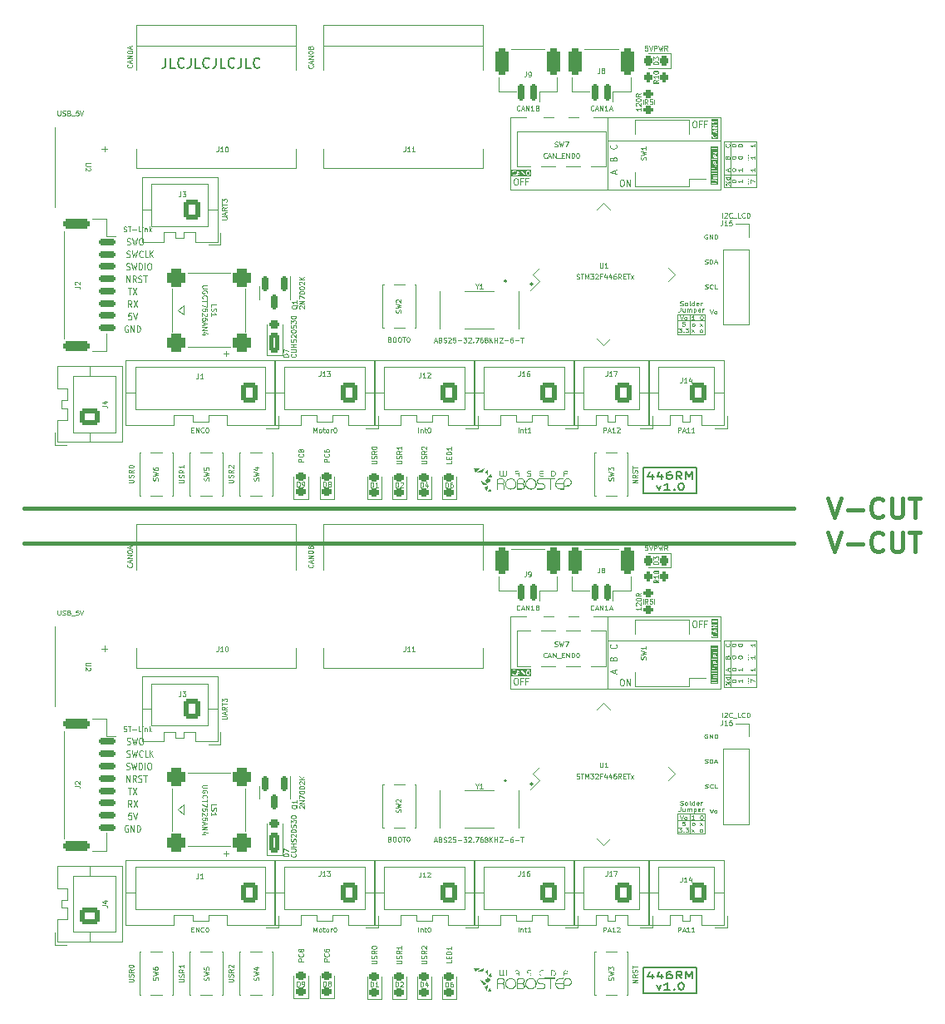
<source format=gbr>
%TF.GenerationSoftware,KiCad,Pcbnew,7.0.8*%
%TF.CreationDate,2024-02-13T15:10:35+09:00*%
%TF.ProjectId,446_CAN_Robomaster_newpanelize,3434365f-4341-44e5-9f52-6f626f6d6173,rev?*%
%TF.SameCoordinates,Original*%
%TF.FileFunction,Legend,Top*%
%TF.FilePolarity,Positive*%
%FSLAX46Y46*%
G04 Gerber Fmt 4.6, Leading zero omitted, Abs format (unit mm)*
G04 Created by KiCad (PCBNEW 7.0.8) date 2024-02-13 15:10:35*
%MOMM*%
%LPD*%
G01*
G04 APERTURE LIST*
G04 Aperture macros list*
%AMRoundRect*
0 Rectangle with rounded corners*
0 $1 Rounding radius*
0 $2 $3 $4 $5 $6 $7 $8 $9 X,Y pos of 4 corners*
0 Add a 4 corners polygon primitive as box body*
4,1,4,$2,$3,$4,$5,$6,$7,$8,$9,$2,$3,0*
0 Add four circle primitives for the rounded corners*
1,1,$1+$1,$2,$3*
1,1,$1+$1,$4,$5*
1,1,$1+$1,$6,$7*
1,1,$1+$1,$8,$9*
0 Add four rect primitives between the rounded corners*
20,1,$1+$1,$2,$3,$4,$5,0*
20,1,$1+$1,$4,$5,$6,$7,0*
20,1,$1+$1,$6,$7,$8,$9,0*
20,1,$1+$1,$8,$9,$2,$3,0*%
G04 Aperture macros list end*
%ADD10C,0.075000*%
%ADD11C,0.062500*%
%ADD12C,0.120000*%
%ADD13C,0.100000*%
%ADD14C,0.400000*%
%ADD15C,0.150000*%
%ADD16C,0.050000*%
%ADD17C,0.080000*%
%ADD18C,0.200000*%
%ADD19C,1.500000*%
%ADD20O,1.700000X1.200000*%
%ADD21R,0.650000X1.244000*%
%ADD22RoundRect,0.218750X0.256250X-0.218750X0.256250X0.218750X-0.256250X0.218750X-0.256250X-0.218750X0*%
%ADD23RoundRect,0.250000X0.600000X0.725000X-0.600000X0.725000X-0.600000X-0.725000X0.600000X-0.725000X0*%
%ADD24O,1.700000X1.950000*%
%ADD25RoundRect,0.250000X-0.300000X0.750000X-0.300000X-0.750000X0.300000X-0.750000X0.300000X0.750000X0*%
%ADD26RoundRect,0.200000X-0.350000X0.200000X-0.350000X-0.200000X0.350000X-0.200000X0.350000X0.200000X0*%
%ADD27R,1.700000X1.700000*%
%ADD28O,1.700000X1.700000*%
%ADD29C,5.600000*%
%ADD30RoundRect,0.150000X0.150000X0.700000X-0.150000X0.700000X-0.150000X-0.700000X0.150000X-0.700000X0*%
%ADD31RoundRect,0.331750X0.331750X1.018250X-0.331750X1.018250X-0.331750X-1.018250X0.331750X-1.018250X0*%
%ADD32RoundRect,0.200000X-0.275000X0.200000X-0.275000X-0.200000X0.275000X-0.200000X0.275000X0.200000X0*%
%ADD33RoundRect,0.150000X-0.150000X0.587500X-0.150000X-0.587500X0.150000X-0.587500X0.150000X0.587500X0*%
%ADD34RoundRect,0.200000X-0.200000X-0.275000X0.200000X-0.275000X0.200000X0.275000X-0.200000X0.275000X0*%
%ADD35RoundRect,0.250000X0.725000X-0.600000X0.725000X0.600000X-0.725000X0.600000X-0.725000X-0.600000X0*%
%ADD36O,1.950000X1.700000*%
%ADD37RoundRect,0.150000X-0.700000X0.150000X-0.700000X-0.150000X0.700000X-0.150000X0.700000X0.150000X0*%
%ADD38RoundRect,0.250000X-1.100000X0.250000X-1.100000X-0.250000X1.100000X-0.250000X1.100000X0.250000X0*%
%ADD39C,2.000000*%
%ADD40C,2.600000*%
%ADD41R,1.500000X1.500000*%
%ADD42RoundRect,0.475000X0.475000X0.475000X-0.475000X0.475000X-0.475000X-0.475000X0.475000X-0.475000X0*%
%ADD43R,1.008000X1.651000*%
%ADD44R,1.270000X0.760000*%
%ADD45R,1.300000X1.900000*%
%ADD46RoundRect,0.075000X-0.441942X-0.548008X0.548008X0.441942X0.441942X0.548008X-0.548008X-0.441942X0*%
%ADD47RoundRect,0.075000X0.441942X-0.548008X0.548008X-0.441942X-0.441942X0.548008X-0.548008X0.441942X0*%
%ADD48RoundRect,0.218750X0.218750X0.256250X-0.218750X0.256250X-0.218750X-0.256250X0.218750X-0.256250X0*%
G04 APERTURE END LIST*
D10*
X7364571Y-73869600D02*
X7450286Y-73902933D01*
X7450286Y-73902933D02*
X7593143Y-73902933D01*
X7593143Y-73902933D02*
X7650286Y-73869600D01*
X7650286Y-73869600D02*
X7678857Y-73836266D01*
X7678857Y-73836266D02*
X7707428Y-73769600D01*
X7707428Y-73769600D02*
X7707428Y-73702933D01*
X7707428Y-73702933D02*
X7678857Y-73636266D01*
X7678857Y-73636266D02*
X7650286Y-73602933D01*
X7650286Y-73602933D02*
X7593143Y-73569600D01*
X7593143Y-73569600D02*
X7478857Y-73536266D01*
X7478857Y-73536266D02*
X7421714Y-73502933D01*
X7421714Y-73502933D02*
X7393143Y-73469600D01*
X7393143Y-73469600D02*
X7364571Y-73402933D01*
X7364571Y-73402933D02*
X7364571Y-73336266D01*
X7364571Y-73336266D02*
X7393143Y-73269600D01*
X7393143Y-73269600D02*
X7421714Y-73236266D01*
X7421714Y-73236266D02*
X7478857Y-73202933D01*
X7478857Y-73202933D02*
X7621714Y-73202933D01*
X7621714Y-73202933D02*
X7707428Y-73236266D01*
X7907429Y-73202933D02*
X8050286Y-73902933D01*
X8050286Y-73902933D02*
X8164572Y-73402933D01*
X8164572Y-73402933D02*
X8278857Y-73902933D01*
X8278857Y-73902933D02*
X8421715Y-73202933D01*
X8650286Y-73902933D02*
X8650286Y-73202933D01*
X8650286Y-73202933D02*
X8793143Y-73202933D01*
X8793143Y-73202933D02*
X8878857Y-73236266D01*
X8878857Y-73236266D02*
X8936000Y-73302933D01*
X8936000Y-73302933D02*
X8964571Y-73369600D01*
X8964571Y-73369600D02*
X8993143Y-73502933D01*
X8993143Y-73502933D02*
X8993143Y-73602933D01*
X8993143Y-73602933D02*
X8964571Y-73736266D01*
X8964571Y-73736266D02*
X8936000Y-73802933D01*
X8936000Y-73802933D02*
X8878857Y-73869600D01*
X8878857Y-73869600D02*
X8793143Y-73902933D01*
X8793143Y-73902933D02*
X8650286Y-73902933D01*
X9250286Y-73902933D02*
X9250286Y-73202933D01*
X9650285Y-73202933D02*
X9764571Y-73202933D01*
X9764571Y-73202933D02*
X9821714Y-73236266D01*
X9821714Y-73236266D02*
X9878857Y-73302933D01*
X9878857Y-73302933D02*
X9907428Y-73436266D01*
X9907428Y-73436266D02*
X9907428Y-73669600D01*
X9907428Y-73669600D02*
X9878857Y-73802933D01*
X9878857Y-73802933D02*
X9821714Y-73869600D01*
X9821714Y-73869600D02*
X9764571Y-73902933D01*
X9764571Y-73902933D02*
X9650285Y-73902933D01*
X9650285Y-73902933D02*
X9593143Y-73869600D01*
X9593143Y-73869600D02*
X9536000Y-73802933D01*
X9536000Y-73802933D02*
X9507428Y-73669600D01*
X9507428Y-73669600D02*
X9507428Y-73436266D01*
X9507428Y-73436266D02*
X9536000Y-73302933D01*
X9536000Y-73302933D02*
X9593143Y-73236266D01*
X9593143Y-73236266D02*
X9650285Y-73202933D01*
D11*
X68813341Y-65293148D02*
X68413341Y-64912196D01*
X68413341Y-65221720D02*
X68432389Y-65174101D01*
X68432389Y-65174101D02*
X68470484Y-65150291D01*
X68470484Y-65150291D02*
X68508579Y-65174101D01*
X68508579Y-65174101D02*
X68527627Y-65221720D01*
X68527627Y-65221720D02*
X68508579Y-65269339D01*
X68508579Y-65269339D02*
X68470484Y-65293148D01*
X68470484Y-65293148D02*
X68432389Y-65269339D01*
X68432389Y-65269339D02*
X68413341Y-65221720D01*
X68794294Y-64936006D02*
X68756198Y-64912196D01*
X68756198Y-64912196D02*
X68718103Y-64936006D01*
X68718103Y-64936006D02*
X68699055Y-64983625D01*
X68699055Y-64983625D02*
X68718103Y-65031244D01*
X68718103Y-65031244D02*
X68756198Y-65055053D01*
X68756198Y-65055053D02*
X68794294Y-65031244D01*
X68794294Y-65031244D02*
X68813341Y-64983625D01*
X68813341Y-64983625D02*
X68794294Y-64936006D01*
X68813341Y-64483624D02*
X68413341Y-64483624D01*
X68794294Y-64483624D02*
X68813341Y-64531243D01*
X68813341Y-64531243D02*
X68813341Y-64626481D01*
X68813341Y-64626481D02*
X68794294Y-64674100D01*
X68794294Y-64674100D02*
X68775246Y-64697910D01*
X68775246Y-64697910D02*
X68737151Y-64721719D01*
X68737151Y-64721719D02*
X68622865Y-64721719D01*
X68622865Y-64721719D02*
X68584770Y-64697910D01*
X68584770Y-64697910D02*
X68565722Y-64674100D01*
X68565722Y-64674100D02*
X68546674Y-64626481D01*
X68546674Y-64626481D02*
X68546674Y-64531243D01*
X68546674Y-64531243D02*
X68565722Y-64483624D01*
X69057341Y-64900291D02*
X69057341Y-64852672D01*
X69057341Y-64852672D02*
X69076389Y-64805053D01*
X69076389Y-64805053D02*
X69095436Y-64781243D01*
X69095436Y-64781243D02*
X69133532Y-64757434D01*
X69133532Y-64757434D02*
X69209722Y-64733624D01*
X69209722Y-64733624D02*
X69304960Y-64733624D01*
X69304960Y-64733624D02*
X69381151Y-64757434D01*
X69381151Y-64757434D02*
X69419246Y-64781243D01*
X69419246Y-64781243D02*
X69438294Y-64805053D01*
X69438294Y-64805053D02*
X69457341Y-64852672D01*
X69457341Y-64852672D02*
X69457341Y-64900291D01*
X69457341Y-64900291D02*
X69438294Y-64947910D01*
X69438294Y-64947910D02*
X69419246Y-64971719D01*
X69419246Y-64971719D02*
X69381151Y-64995529D01*
X69381151Y-64995529D02*
X69304960Y-65019338D01*
X69304960Y-65019338D02*
X69209722Y-65019338D01*
X69209722Y-65019338D02*
X69133532Y-64995529D01*
X69133532Y-64995529D02*
X69095436Y-64971719D01*
X69095436Y-64971719D02*
X69076389Y-64947910D01*
X69076389Y-64947910D02*
X69057341Y-64900291D01*
X70101341Y-64733624D02*
X70101341Y-65019338D01*
X70101341Y-64876481D02*
X69701341Y-64876481D01*
X69701341Y-64876481D02*
X69758484Y-64924100D01*
X69758484Y-64924100D02*
X69796579Y-64971719D01*
X69796579Y-64971719D02*
X69815627Y-65019338D01*
X70707246Y-65114576D02*
X70726294Y-65090766D01*
X70726294Y-65090766D02*
X70745341Y-65114576D01*
X70745341Y-65114576D02*
X70726294Y-65138385D01*
X70726294Y-65138385D02*
X70707246Y-65114576D01*
X70707246Y-65114576D02*
X70745341Y-65114576D01*
X70707246Y-64876481D02*
X70726294Y-64852671D01*
X70726294Y-64852671D02*
X70745341Y-64876481D01*
X70745341Y-64876481D02*
X70726294Y-64900290D01*
X70726294Y-64900290D02*
X70707246Y-64876481D01*
X70707246Y-64876481D02*
X70745341Y-64876481D01*
X70707246Y-64638386D02*
X70726294Y-64614576D01*
X70726294Y-64614576D02*
X70745341Y-64638386D01*
X70745341Y-64638386D02*
X70726294Y-64662195D01*
X70726294Y-64662195D02*
X70707246Y-64638386D01*
X70707246Y-64638386D02*
X70745341Y-64638386D01*
X70989341Y-65043148D02*
X70989341Y-64709815D01*
X70989341Y-64709815D02*
X71389341Y-64924100D01*
D10*
X7426428Y-20479600D02*
X7512143Y-20512933D01*
X7512143Y-20512933D02*
X7655000Y-20512933D01*
X7655000Y-20512933D02*
X7712143Y-20479600D01*
X7712143Y-20479600D02*
X7740714Y-20446266D01*
X7740714Y-20446266D02*
X7769285Y-20379600D01*
X7769285Y-20379600D02*
X7769285Y-20312933D01*
X7769285Y-20312933D02*
X7740714Y-20246266D01*
X7740714Y-20246266D02*
X7712143Y-20212933D01*
X7712143Y-20212933D02*
X7655000Y-20179600D01*
X7655000Y-20179600D02*
X7540714Y-20146266D01*
X7540714Y-20146266D02*
X7483571Y-20112933D01*
X7483571Y-20112933D02*
X7455000Y-20079600D01*
X7455000Y-20079600D02*
X7426428Y-20012933D01*
X7426428Y-20012933D02*
X7426428Y-19946266D01*
X7426428Y-19946266D02*
X7455000Y-19879600D01*
X7455000Y-19879600D02*
X7483571Y-19846266D01*
X7483571Y-19846266D02*
X7540714Y-19812933D01*
X7540714Y-19812933D02*
X7683571Y-19812933D01*
X7683571Y-19812933D02*
X7769285Y-19846266D01*
X7969286Y-19812933D02*
X8112143Y-20512933D01*
X8112143Y-20512933D02*
X8226429Y-20012933D01*
X8226429Y-20012933D02*
X8340714Y-20512933D01*
X8340714Y-20512933D02*
X8483572Y-19812933D01*
X8826428Y-19812933D02*
X8940714Y-19812933D01*
X8940714Y-19812933D02*
X8997857Y-19846266D01*
X8997857Y-19846266D02*
X9055000Y-19912933D01*
X9055000Y-19912933D02*
X9083571Y-20046266D01*
X9083571Y-20046266D02*
X9083571Y-20279600D01*
X9083571Y-20279600D02*
X9055000Y-20412933D01*
X9055000Y-20412933D02*
X8997857Y-20479600D01*
X8997857Y-20479600D02*
X8940714Y-20512933D01*
X8940714Y-20512933D02*
X8826428Y-20512933D01*
X8826428Y-20512933D02*
X8769286Y-20479600D01*
X8769286Y-20479600D02*
X8712143Y-20412933D01*
X8712143Y-20412933D02*
X8683571Y-20279600D01*
X8683571Y-20279600D02*
X8683571Y-20046266D01*
X8683571Y-20046266D02*
X8712143Y-19912933D01*
X8712143Y-19912933D02*
X8769286Y-19846266D01*
X8769286Y-19846266D02*
X8826428Y-19812933D01*
D11*
X66548047Y-70335845D02*
X66500428Y-70316797D01*
X66500428Y-70316797D02*
X66428999Y-70316797D01*
X66428999Y-70316797D02*
X66357571Y-70335845D01*
X66357571Y-70335845D02*
X66309952Y-70373940D01*
X66309952Y-70373940D02*
X66286142Y-70412035D01*
X66286142Y-70412035D02*
X66262333Y-70488226D01*
X66262333Y-70488226D02*
X66262333Y-70545369D01*
X66262333Y-70545369D02*
X66286142Y-70621559D01*
X66286142Y-70621559D02*
X66309952Y-70659654D01*
X66309952Y-70659654D02*
X66357571Y-70697750D01*
X66357571Y-70697750D02*
X66428999Y-70716797D01*
X66428999Y-70716797D02*
X66476618Y-70716797D01*
X66476618Y-70716797D02*
X66548047Y-70697750D01*
X66548047Y-70697750D02*
X66571856Y-70678702D01*
X66571856Y-70678702D02*
X66571856Y-70545369D01*
X66571856Y-70545369D02*
X66476618Y-70545369D01*
X66786142Y-70716797D02*
X66786142Y-70316797D01*
X66786142Y-70316797D02*
X67071856Y-70716797D01*
X67071856Y-70716797D02*
X67071856Y-70316797D01*
X67309952Y-70716797D02*
X67309952Y-70316797D01*
X67309952Y-70316797D02*
X67429000Y-70316797D01*
X67429000Y-70316797D02*
X67500428Y-70335845D01*
X67500428Y-70335845D02*
X67548047Y-70373940D01*
X67548047Y-70373940D02*
X67571857Y-70412035D01*
X67571857Y-70412035D02*
X67595666Y-70488226D01*
X67595666Y-70488226D02*
X67595666Y-70545369D01*
X67595666Y-70545369D02*
X67571857Y-70621559D01*
X67571857Y-70621559D02*
X67548047Y-70659654D01*
X67548047Y-70659654D02*
X67500428Y-70697750D01*
X67500428Y-70697750D02*
X67429000Y-70716797D01*
X67429000Y-70716797D02*
X67309952Y-70716797D01*
X63801762Y-77487750D02*
X63873190Y-77506797D01*
X63873190Y-77506797D02*
X63992238Y-77506797D01*
X63992238Y-77506797D02*
X64039857Y-77487750D01*
X64039857Y-77487750D02*
X64063666Y-77468702D01*
X64063666Y-77468702D02*
X64087476Y-77430607D01*
X64087476Y-77430607D02*
X64087476Y-77392511D01*
X64087476Y-77392511D02*
X64063666Y-77354416D01*
X64063666Y-77354416D02*
X64039857Y-77335369D01*
X64039857Y-77335369D02*
X63992238Y-77316321D01*
X63992238Y-77316321D02*
X63897000Y-77297273D01*
X63897000Y-77297273D02*
X63849381Y-77278226D01*
X63849381Y-77278226D02*
X63825571Y-77259178D01*
X63825571Y-77259178D02*
X63801762Y-77221083D01*
X63801762Y-77221083D02*
X63801762Y-77182988D01*
X63801762Y-77182988D02*
X63825571Y-77144892D01*
X63825571Y-77144892D02*
X63849381Y-77125845D01*
X63849381Y-77125845D02*
X63897000Y-77106797D01*
X63897000Y-77106797D02*
X64016047Y-77106797D01*
X64016047Y-77106797D02*
X64087476Y-77125845D01*
X64373190Y-77506797D02*
X64325571Y-77487750D01*
X64325571Y-77487750D02*
X64301761Y-77468702D01*
X64301761Y-77468702D02*
X64277952Y-77430607D01*
X64277952Y-77430607D02*
X64277952Y-77316321D01*
X64277952Y-77316321D02*
X64301761Y-77278226D01*
X64301761Y-77278226D02*
X64325571Y-77259178D01*
X64325571Y-77259178D02*
X64373190Y-77240130D01*
X64373190Y-77240130D02*
X64444618Y-77240130D01*
X64444618Y-77240130D02*
X64492237Y-77259178D01*
X64492237Y-77259178D02*
X64516047Y-77278226D01*
X64516047Y-77278226D02*
X64539856Y-77316321D01*
X64539856Y-77316321D02*
X64539856Y-77430607D01*
X64539856Y-77430607D02*
X64516047Y-77468702D01*
X64516047Y-77468702D02*
X64492237Y-77487750D01*
X64492237Y-77487750D02*
X64444618Y-77506797D01*
X64444618Y-77506797D02*
X64373190Y-77506797D01*
X64825571Y-77506797D02*
X64777952Y-77487750D01*
X64777952Y-77487750D02*
X64754142Y-77449654D01*
X64754142Y-77449654D02*
X64754142Y-77106797D01*
X65230333Y-77506797D02*
X65230333Y-77106797D01*
X65230333Y-77487750D02*
X65182714Y-77506797D01*
X65182714Y-77506797D02*
X65087476Y-77506797D01*
X65087476Y-77506797D02*
X65039857Y-77487750D01*
X65039857Y-77487750D02*
X65016047Y-77468702D01*
X65016047Y-77468702D02*
X64992238Y-77430607D01*
X64992238Y-77430607D02*
X64992238Y-77316321D01*
X64992238Y-77316321D02*
X65016047Y-77278226D01*
X65016047Y-77278226D02*
X65039857Y-77259178D01*
X65039857Y-77259178D02*
X65087476Y-77240130D01*
X65087476Y-77240130D02*
X65182714Y-77240130D01*
X65182714Y-77240130D02*
X65230333Y-77259178D01*
X65658904Y-77487750D02*
X65611285Y-77506797D01*
X65611285Y-77506797D02*
X65516047Y-77506797D01*
X65516047Y-77506797D02*
X65468428Y-77487750D01*
X65468428Y-77487750D02*
X65444619Y-77449654D01*
X65444619Y-77449654D02*
X65444619Y-77297273D01*
X65444619Y-77297273D02*
X65468428Y-77259178D01*
X65468428Y-77259178D02*
X65516047Y-77240130D01*
X65516047Y-77240130D02*
X65611285Y-77240130D01*
X65611285Y-77240130D02*
X65658904Y-77259178D01*
X65658904Y-77259178D02*
X65682714Y-77297273D01*
X65682714Y-77297273D02*
X65682714Y-77335369D01*
X65682714Y-77335369D02*
X65444619Y-77373464D01*
X65896999Y-77506797D02*
X65896999Y-77240130D01*
X65896999Y-77316321D02*
X65920809Y-77278226D01*
X65920809Y-77278226D02*
X65944618Y-77259178D01*
X65944618Y-77259178D02*
X65992237Y-77240130D01*
X65992237Y-77240130D02*
X66039856Y-77240130D01*
X63813666Y-77750797D02*
X63813666Y-78036511D01*
X63813666Y-78036511D02*
X63789857Y-78093654D01*
X63789857Y-78093654D02*
X63742238Y-78131750D01*
X63742238Y-78131750D02*
X63670809Y-78150797D01*
X63670809Y-78150797D02*
X63623190Y-78150797D01*
X64266047Y-77884130D02*
X64266047Y-78150797D01*
X64051761Y-77884130D02*
X64051761Y-78093654D01*
X64051761Y-78093654D02*
X64075571Y-78131750D01*
X64075571Y-78131750D02*
X64123190Y-78150797D01*
X64123190Y-78150797D02*
X64194618Y-78150797D01*
X64194618Y-78150797D02*
X64242237Y-78131750D01*
X64242237Y-78131750D02*
X64266047Y-78112702D01*
X64504142Y-78150797D02*
X64504142Y-77884130D01*
X64504142Y-77922226D02*
X64527952Y-77903178D01*
X64527952Y-77903178D02*
X64575571Y-77884130D01*
X64575571Y-77884130D02*
X64646999Y-77884130D01*
X64646999Y-77884130D02*
X64694618Y-77903178D01*
X64694618Y-77903178D02*
X64718428Y-77941273D01*
X64718428Y-77941273D02*
X64718428Y-78150797D01*
X64718428Y-77941273D02*
X64742237Y-77903178D01*
X64742237Y-77903178D02*
X64789856Y-77884130D01*
X64789856Y-77884130D02*
X64861285Y-77884130D01*
X64861285Y-77884130D02*
X64908904Y-77903178D01*
X64908904Y-77903178D02*
X64932714Y-77941273D01*
X64932714Y-77941273D02*
X64932714Y-78150797D01*
X65170809Y-77884130D02*
X65170809Y-78284130D01*
X65170809Y-77903178D02*
X65218428Y-77884130D01*
X65218428Y-77884130D02*
X65313666Y-77884130D01*
X65313666Y-77884130D02*
X65361285Y-77903178D01*
X65361285Y-77903178D02*
X65385095Y-77922226D01*
X65385095Y-77922226D02*
X65408904Y-77960321D01*
X65408904Y-77960321D02*
X65408904Y-78074607D01*
X65408904Y-78074607D02*
X65385095Y-78112702D01*
X65385095Y-78112702D02*
X65361285Y-78131750D01*
X65361285Y-78131750D02*
X65313666Y-78150797D01*
X65313666Y-78150797D02*
X65218428Y-78150797D01*
X65218428Y-78150797D02*
X65170809Y-78131750D01*
X65813666Y-78131750D02*
X65766047Y-78150797D01*
X65766047Y-78150797D02*
X65670809Y-78150797D01*
X65670809Y-78150797D02*
X65623190Y-78131750D01*
X65623190Y-78131750D02*
X65599381Y-78093654D01*
X65599381Y-78093654D02*
X65599381Y-77941273D01*
X65599381Y-77941273D02*
X65623190Y-77903178D01*
X65623190Y-77903178D02*
X65670809Y-77884130D01*
X65670809Y-77884130D02*
X65766047Y-77884130D01*
X65766047Y-77884130D02*
X65813666Y-77903178D01*
X65813666Y-77903178D02*
X65837476Y-77941273D01*
X65837476Y-77941273D02*
X65837476Y-77979369D01*
X65837476Y-77979369D02*
X65599381Y-78017464D01*
X66051761Y-78150797D02*
X66051761Y-77884130D01*
X66051761Y-77960321D02*
X66075571Y-77922226D01*
X66075571Y-77922226D02*
X66099380Y-77903178D01*
X66099380Y-77903178D02*
X66146999Y-77884130D01*
X66146999Y-77884130D02*
X66194618Y-77884130D01*
D12*
X57273926Y-10355285D02*
X57307260Y-10383857D01*
X57307260Y-10383857D02*
X57340593Y-10469571D01*
X57340593Y-10469571D02*
X57340593Y-10526714D01*
X57340593Y-10526714D02*
X57307260Y-10612428D01*
X57307260Y-10612428D02*
X57240593Y-10669571D01*
X57240593Y-10669571D02*
X57173926Y-10698142D01*
X57173926Y-10698142D02*
X57040593Y-10726714D01*
X57040593Y-10726714D02*
X56940593Y-10726714D01*
X56940593Y-10726714D02*
X56807260Y-10698142D01*
X56807260Y-10698142D02*
X56740593Y-10669571D01*
X56740593Y-10669571D02*
X56673926Y-10612428D01*
X56673926Y-10612428D02*
X56640593Y-10526714D01*
X56640593Y-10526714D02*
X56640593Y-10469571D01*
X56640593Y-10469571D02*
X56673926Y-10383857D01*
X56673926Y-10383857D02*
X56707260Y-10355285D01*
X57140593Y-13223857D02*
X57140593Y-12938143D01*
X57340593Y-13281000D02*
X56640593Y-13081000D01*
X56640593Y-13081000D02*
X57340593Y-12881000D01*
D13*
G36*
X48351489Y-63857451D02*
G01*
X48363824Y-63869784D01*
X48381551Y-63905239D01*
X48402537Y-63989180D01*
X48402537Y-64095917D01*
X48381551Y-64179858D01*
X48363824Y-64215312D01*
X48351490Y-64227646D01*
X48321685Y-64242549D01*
X48297674Y-64242549D01*
X48267867Y-64227646D01*
X48255534Y-64215311D01*
X48237808Y-64179859D01*
X48216823Y-64095918D01*
X48216823Y-63989179D01*
X48237808Y-63905238D01*
X48255534Y-63869785D01*
X48267868Y-63857451D01*
X48297673Y-63842549D01*
X48321686Y-63842549D01*
X48351489Y-63857451D01*
G37*
G36*
X47383166Y-64099692D02*
G01*
X47283813Y-64099692D01*
X47333489Y-63950662D01*
X47383166Y-64099692D01*
G37*
G36*
X48573966Y-64413978D02*
G01*
X46593013Y-64413978D01*
X46593013Y-64078263D01*
X46664442Y-64078263D01*
X46666868Y-64084119D01*
X46665935Y-64090390D01*
X46689744Y-64185628D01*
X46693127Y-64190193D01*
X46693530Y-64195862D01*
X46717340Y-64243481D01*
X46723555Y-64248871D01*
X46726705Y-64256475D01*
X46774324Y-64304095D01*
X46785076Y-64308548D01*
X46793869Y-64316174D01*
X46865297Y-64339983D01*
X46873505Y-64339399D01*
X46881108Y-64342549D01*
X46928727Y-64342549D01*
X46936329Y-64339399D01*
X46944538Y-64339983D01*
X47015967Y-64316174D01*
X47024758Y-64308549D01*
X47035512Y-64304095D01*
X47059321Y-64280284D01*
X47060790Y-64276738D01*
X47119389Y-64276738D01*
X47122102Y-64314910D01*
X47151012Y-64339983D01*
X47189184Y-64337270D01*
X47214257Y-64308360D01*
X47250480Y-64199692D01*
X47416499Y-64199692D01*
X47452722Y-64308360D01*
X47477795Y-64337270D01*
X47515967Y-64339983D01*
X47544877Y-64314909D01*
X47546466Y-64292549D01*
X47616822Y-64292549D01*
X47631467Y-64327904D01*
X47666822Y-64342549D01*
X47702177Y-64327904D01*
X47716822Y-64292549D01*
X47716822Y-63980827D01*
X47909124Y-64317356D01*
X47914553Y-64321560D01*
X47917181Y-64327904D01*
X47929144Y-64332859D01*
X47939380Y-64340786D01*
X47946190Y-64339920D01*
X47952536Y-64342549D01*
X47964499Y-64337593D01*
X47977343Y-64335961D01*
X47981547Y-64330531D01*
X47987891Y-64327904D01*
X47992846Y-64315941D01*
X48000774Y-64305704D01*
X47999908Y-64298893D01*
X48002536Y-64292549D01*
X48002536Y-64102073D01*
X48116823Y-64102073D01*
X48119249Y-64107929D01*
X48118316Y-64114200D01*
X48142125Y-64209438D01*
X48145508Y-64214003D01*
X48145911Y-64219672D01*
X48169721Y-64267291D01*
X48175936Y-64272681D01*
X48179086Y-64280285D01*
X48202895Y-64304095D01*
X48210498Y-64307244D01*
X48215891Y-64313462D01*
X48263509Y-64337270D01*
X48275116Y-64338094D01*
X48285870Y-64342549D01*
X48333489Y-64342549D01*
X48344239Y-64338095D01*
X48355849Y-64337271D01*
X48403468Y-64313462D01*
X48408860Y-64307244D01*
X48416463Y-64304095D01*
X48440273Y-64280286D01*
X48443422Y-64272682D01*
X48449640Y-64267290D01*
X48473448Y-64219672D01*
X48473850Y-64214003D01*
X48477234Y-64209438D01*
X48501044Y-64114200D01*
X48500110Y-64107929D01*
X48502537Y-64102073D01*
X48502537Y-63983025D01*
X48500110Y-63977168D01*
X48501044Y-63970898D01*
X48477234Y-63875660D01*
X48473850Y-63871094D01*
X48473448Y-63865426D01*
X48449640Y-63817808D01*
X48443422Y-63812415D01*
X48440273Y-63804812D01*
X48416463Y-63781003D01*
X48408859Y-63777853D01*
X48403469Y-63771638D01*
X48355850Y-63747828D01*
X48344241Y-63747002D01*
X48333489Y-63742549D01*
X48285870Y-63742549D01*
X48275117Y-63747002D01*
X48263509Y-63747828D01*
X48215890Y-63771638D01*
X48210498Y-63777854D01*
X48202896Y-63781004D01*
X48179087Y-63804813D01*
X48175937Y-63812415D01*
X48169721Y-63817807D01*
X48145911Y-63865426D01*
X48145508Y-63871094D01*
X48142125Y-63875660D01*
X48118316Y-63970898D01*
X48119249Y-63977168D01*
X48116823Y-63983025D01*
X48116823Y-64102073D01*
X48002536Y-64102073D01*
X48002536Y-63792549D01*
X47987891Y-63757194D01*
X47952536Y-63742549D01*
X47917181Y-63757194D01*
X47902536Y-63792549D01*
X47902536Y-64104270D01*
X47710234Y-63767742D01*
X47704804Y-63763537D01*
X47702177Y-63757194D01*
X47690215Y-63752239D01*
X47679978Y-63744311D01*
X47673166Y-63745176D01*
X47666822Y-63742549D01*
X47654859Y-63747504D01*
X47642015Y-63749137D01*
X47637810Y-63754566D01*
X47631467Y-63757194D01*
X47626512Y-63769155D01*
X47618584Y-63779393D01*
X47619449Y-63786204D01*
X47616822Y-63792549D01*
X47616822Y-64292549D01*
X47546466Y-64292549D01*
X47547590Y-64276737D01*
X47380923Y-63776738D01*
X47378474Y-63773915D01*
X47378210Y-63770189D01*
X47366235Y-63759802D01*
X47355849Y-63747828D01*
X47352122Y-63747563D01*
X47349300Y-63745115D01*
X47333488Y-63746238D01*
X47317678Y-63745115D01*
X47314855Y-63747563D01*
X47311128Y-63747828D01*
X47300740Y-63759805D01*
X47288768Y-63770189D01*
X47288503Y-63773915D01*
X47286055Y-63776738D01*
X47119389Y-64276738D01*
X47060790Y-64276738D01*
X47073965Y-64244929D01*
X47059320Y-64209574D01*
X47023964Y-64194930D01*
X46988609Y-64209575D01*
X46973145Y-64225039D01*
X46920614Y-64242549D01*
X46889222Y-64242549D01*
X46836690Y-64225038D01*
X46803152Y-64191501D01*
X46785427Y-64156049D01*
X46764442Y-64072108D01*
X46764442Y-64012989D01*
X46785427Y-63929048D01*
X46803153Y-63893595D01*
X46836689Y-63860060D01*
X46889222Y-63842549D01*
X46920613Y-63842549D01*
X46973147Y-63860060D01*
X46988610Y-63875523D01*
X47023965Y-63890168D01*
X47059320Y-63875523D01*
X47073965Y-63840168D01*
X47059320Y-63804813D01*
X47035511Y-63781004D01*
X47024759Y-63776550D01*
X47015968Y-63768925D01*
X46944539Y-63745115D01*
X46936330Y-63745698D01*
X46928727Y-63742549D01*
X46881108Y-63742549D01*
X46873504Y-63745698D01*
X46865296Y-63745115D01*
X46793868Y-63768925D01*
X46785076Y-63776550D01*
X46774324Y-63781004D01*
X46726706Y-63828623D01*
X46723556Y-63836225D01*
X46717340Y-63841617D01*
X46693530Y-63889236D01*
X46693127Y-63894904D01*
X46689744Y-63899470D01*
X46665935Y-63994708D01*
X46666868Y-64000978D01*
X46664442Y-64006835D01*
X46664442Y-64078263D01*
X46593013Y-64078263D01*
X46593013Y-63671120D01*
X48573966Y-63671120D01*
X48573966Y-64413978D01*
G37*
D11*
X66790143Y-77936797D02*
X66956809Y-78336797D01*
X66956809Y-78336797D02*
X67123476Y-77936797D01*
X67361571Y-78336797D02*
X67313952Y-78317750D01*
X67313952Y-78317750D02*
X67290142Y-78298702D01*
X67290142Y-78298702D02*
X67266333Y-78260607D01*
X67266333Y-78260607D02*
X67266333Y-78146321D01*
X67266333Y-78146321D02*
X67290142Y-78108226D01*
X67290142Y-78108226D02*
X67313952Y-78089178D01*
X67313952Y-78089178D02*
X67361571Y-78070130D01*
X67361571Y-78070130D02*
X67432999Y-78070130D01*
X67432999Y-78070130D02*
X67480618Y-78089178D01*
X67480618Y-78089178D02*
X67504428Y-78108226D01*
X67504428Y-78108226D02*
X67528237Y-78146321D01*
X67528237Y-78146321D02*
X67528237Y-78260607D01*
X67528237Y-78260607D02*
X67504428Y-78298702D01*
X67504428Y-78298702D02*
X67480618Y-78317750D01*
X67480618Y-78317750D02*
X67432999Y-78336797D01*
X67432999Y-78336797D02*
X67361571Y-78336797D01*
D14*
X78843633Y-49759438D02*
X79510299Y-51759438D01*
X79510299Y-51759438D02*
X80176966Y-49759438D01*
X80843633Y-50997533D02*
X82367443Y-50997533D01*
X84462680Y-51568961D02*
X84367442Y-51664200D01*
X84367442Y-51664200D02*
X84081728Y-51759438D01*
X84081728Y-51759438D02*
X83891252Y-51759438D01*
X83891252Y-51759438D02*
X83605537Y-51664200D01*
X83605537Y-51664200D02*
X83415061Y-51473723D01*
X83415061Y-51473723D02*
X83319823Y-51283247D01*
X83319823Y-51283247D02*
X83224585Y-50902295D01*
X83224585Y-50902295D02*
X83224585Y-50616580D01*
X83224585Y-50616580D02*
X83319823Y-50235628D01*
X83319823Y-50235628D02*
X83415061Y-50045152D01*
X83415061Y-50045152D02*
X83605537Y-49854676D01*
X83605537Y-49854676D02*
X83891252Y-49759438D01*
X83891252Y-49759438D02*
X84081728Y-49759438D01*
X84081728Y-49759438D02*
X84367442Y-49854676D01*
X84367442Y-49854676D02*
X84462680Y-49949914D01*
X85319823Y-49759438D02*
X85319823Y-51378485D01*
X85319823Y-51378485D02*
X85415061Y-51568961D01*
X85415061Y-51568961D02*
X85510299Y-51664200D01*
X85510299Y-51664200D02*
X85700775Y-51759438D01*
X85700775Y-51759438D02*
X86081728Y-51759438D01*
X86081728Y-51759438D02*
X86272204Y-51664200D01*
X86272204Y-51664200D02*
X86367442Y-51568961D01*
X86367442Y-51568961D02*
X86462680Y-51378485D01*
X86462680Y-51378485D02*
X86462680Y-49759438D01*
X87129347Y-49759438D02*
X88272204Y-49759438D01*
X87700775Y-51759438D02*
X87700775Y-49759438D01*
D13*
G36*
X67369987Y-59851461D02*
G01*
X67220957Y-59801784D01*
X67369987Y-59752108D01*
X67369987Y-59851461D01*
G37*
G36*
X67684273Y-60542261D02*
G01*
X66941415Y-60542261D01*
X66941415Y-60254166D01*
X67012844Y-60254166D01*
X67015993Y-60261769D01*
X67015410Y-60269978D01*
X67039220Y-60341406D01*
X67046845Y-60350197D01*
X67051299Y-60360949D01*
X67098917Y-60408568D01*
X67106520Y-60411717D01*
X67111912Y-60417934D01*
X67159531Y-60441744D01*
X67165199Y-60442146D01*
X67169765Y-60445530D01*
X67265003Y-60469339D01*
X67271273Y-60468405D01*
X67277130Y-60470832D01*
X67348558Y-60470832D01*
X67354414Y-60468405D01*
X67360685Y-60469339D01*
X67455923Y-60445530D01*
X67460488Y-60442146D01*
X67466157Y-60441744D01*
X67513776Y-60417934D01*
X67519166Y-60411718D01*
X67526770Y-60408569D01*
X67574390Y-60360950D01*
X67578843Y-60350197D01*
X67586469Y-60341405D01*
X67610278Y-60269977D01*
X67609694Y-60261768D01*
X67612844Y-60254166D01*
X67612844Y-60206547D01*
X67609694Y-60198944D01*
X67610278Y-60190736D01*
X67586469Y-60119307D01*
X67578844Y-60110515D01*
X67574390Y-60099762D01*
X67550580Y-60075953D01*
X67515224Y-60061309D01*
X67479869Y-60075954D01*
X67465225Y-60111310D01*
X67479870Y-60146665D01*
X67495333Y-60162127D01*
X67512844Y-60214659D01*
X67512844Y-60246052D01*
X67495333Y-60298583D01*
X67461796Y-60332121D01*
X67426344Y-60349846D01*
X67342403Y-60370832D01*
X67283285Y-60370832D01*
X67199343Y-60349846D01*
X67163891Y-60332121D01*
X67130355Y-60298585D01*
X67112844Y-60246051D01*
X67112844Y-60214661D01*
X67130355Y-60162126D01*
X67145818Y-60146664D01*
X67160463Y-60111309D01*
X67145818Y-60075954D01*
X67110463Y-60061309D01*
X67075108Y-60075954D01*
X67051299Y-60099763D01*
X67046845Y-60110514D01*
X67039220Y-60119306D01*
X67015410Y-60190735D01*
X67015993Y-60198943D01*
X67012844Y-60206547D01*
X67012844Y-60254166D01*
X66941415Y-60254166D01*
X66941415Y-59817596D01*
X67015410Y-59817596D01*
X67017858Y-59820418D01*
X67018123Y-59824146D01*
X67030100Y-59834533D01*
X67040484Y-59846506D01*
X67044210Y-59846770D01*
X67047033Y-59849219D01*
X67547033Y-60015885D01*
X67585204Y-60013172D01*
X67610278Y-59984262D01*
X67607565Y-59946090D01*
X67578655Y-59921017D01*
X67469987Y-59884794D01*
X67469987Y-59718774D01*
X67578655Y-59682552D01*
X67607565Y-59657479D01*
X67610278Y-59619307D01*
X67585204Y-59590397D01*
X67547032Y-59587684D01*
X67047033Y-59754351D01*
X67044210Y-59756799D01*
X67040483Y-59757064D01*
X67030095Y-59769041D01*
X67018123Y-59779425D01*
X67017858Y-59783151D01*
X67015410Y-59785974D01*
X67016533Y-59801785D01*
X67015410Y-59817596D01*
X66941415Y-59817596D01*
X66941415Y-59468452D01*
X67012844Y-59468452D01*
X67017799Y-59480414D01*
X67019432Y-59493259D01*
X67024861Y-59497463D01*
X67027489Y-59503807D01*
X67039450Y-59508761D01*
X67049688Y-59516690D01*
X67056499Y-59515824D01*
X67062844Y-59518452D01*
X67562844Y-59518452D01*
X67598199Y-59503807D01*
X67612844Y-59468452D01*
X67598199Y-59433097D01*
X67562844Y-59418452D01*
X67251122Y-59418452D01*
X67587651Y-59226150D01*
X67591855Y-59220720D01*
X67598199Y-59218093D01*
X67603154Y-59206129D01*
X67611081Y-59195894D01*
X67610215Y-59189083D01*
X67612844Y-59182738D01*
X67607888Y-59170774D01*
X67606256Y-59157931D01*
X67600826Y-59153726D01*
X67598199Y-59147383D01*
X67586236Y-59142427D01*
X67575999Y-59134500D01*
X67569188Y-59135365D01*
X67562844Y-59132738D01*
X67062844Y-59132738D01*
X67027489Y-59147383D01*
X67012844Y-59182738D01*
X67027489Y-59218093D01*
X67062844Y-59232738D01*
X67374566Y-59232738D01*
X67038037Y-59425040D01*
X67033832Y-59430469D01*
X67027489Y-59433097D01*
X67022534Y-59445058D01*
X67014606Y-59455296D01*
X67015471Y-59462107D01*
X67012844Y-59468452D01*
X66941415Y-59468452D01*
X66941415Y-58825594D01*
X67012844Y-58825594D01*
X67014813Y-58830349D01*
X67013815Y-58835400D01*
X67021917Y-58847499D01*
X67027489Y-58860949D01*
X67032243Y-58862918D01*
X67035109Y-58867197D01*
X67102421Y-58912071D01*
X67140798Y-58950449D01*
X67160979Y-58990811D01*
X67189889Y-59015884D01*
X67228061Y-59013172D01*
X67253134Y-58984262D01*
X67250422Y-58946090D01*
X67226614Y-58898472D01*
X67220396Y-58893079D01*
X67217247Y-58885476D01*
X67207365Y-58875594D01*
X67512844Y-58875594D01*
X67512844Y-58968451D01*
X67527489Y-59003806D01*
X67562844Y-59018451D01*
X67598199Y-59003806D01*
X67612844Y-58968451D01*
X67612844Y-58682737D01*
X67598199Y-58647382D01*
X67562844Y-58632737D01*
X67527489Y-58647382D01*
X67512844Y-58682737D01*
X67512844Y-58775594D01*
X67062844Y-58775594D01*
X67058088Y-58777563D01*
X67053038Y-58776565D01*
X67040938Y-58784667D01*
X67027489Y-58790239D01*
X67025519Y-58794993D01*
X67021241Y-58797859D01*
X67018415Y-58812144D01*
X67012844Y-58825594D01*
X66941415Y-58825594D01*
X66941415Y-58561308D01*
X67684273Y-58561308D01*
X67684273Y-60542261D01*
G37*
D12*
X56973926Y-62618142D02*
X57007260Y-62532428D01*
X57007260Y-62532428D02*
X57040593Y-62503857D01*
X57040593Y-62503857D02*
X57107260Y-62475285D01*
X57107260Y-62475285D02*
X57207260Y-62475285D01*
X57207260Y-62475285D02*
X57273926Y-62503857D01*
X57273926Y-62503857D02*
X57307260Y-62532428D01*
X57307260Y-62532428D02*
X57340593Y-62589571D01*
X57340593Y-62589571D02*
X57340593Y-62818142D01*
X57340593Y-62818142D02*
X56640593Y-62818142D01*
X56640593Y-62818142D02*
X56640593Y-62618142D01*
X56640593Y-62618142D02*
X56673926Y-62561000D01*
X56673926Y-62561000D02*
X56707260Y-62532428D01*
X56707260Y-62532428D02*
X56773926Y-62503857D01*
X56773926Y-62503857D02*
X56840593Y-62503857D01*
X56840593Y-62503857D02*
X56907260Y-62532428D01*
X56907260Y-62532428D02*
X56940593Y-62561000D01*
X56940593Y-62561000D02*
X56973926Y-62618142D01*
X56973926Y-62618142D02*
X56973926Y-62818142D01*
D10*
X7886714Y-27432933D02*
X7601000Y-27432933D01*
X7601000Y-27432933D02*
X7572428Y-27766266D01*
X7572428Y-27766266D02*
X7601000Y-27732933D01*
X7601000Y-27732933D02*
X7658143Y-27699600D01*
X7658143Y-27699600D02*
X7801000Y-27699600D01*
X7801000Y-27699600D02*
X7858143Y-27732933D01*
X7858143Y-27732933D02*
X7886714Y-27766266D01*
X7886714Y-27766266D02*
X7915285Y-27832933D01*
X7915285Y-27832933D02*
X7915285Y-27999600D01*
X7915285Y-27999600D02*
X7886714Y-28066266D01*
X7886714Y-28066266D02*
X7858143Y-28099600D01*
X7858143Y-28099600D02*
X7801000Y-28132933D01*
X7801000Y-28132933D02*
X7658143Y-28132933D01*
X7658143Y-28132933D02*
X7601000Y-28099600D01*
X7601000Y-28099600D02*
X7572428Y-28066266D01*
X8086714Y-27432933D02*
X8286714Y-28132933D01*
X8286714Y-28132933D02*
X8486714Y-27432933D01*
X7364571Y-23019600D02*
X7450286Y-23052933D01*
X7450286Y-23052933D02*
X7593143Y-23052933D01*
X7593143Y-23052933D02*
X7650286Y-23019600D01*
X7650286Y-23019600D02*
X7678857Y-22986266D01*
X7678857Y-22986266D02*
X7707428Y-22919600D01*
X7707428Y-22919600D02*
X7707428Y-22852933D01*
X7707428Y-22852933D02*
X7678857Y-22786266D01*
X7678857Y-22786266D02*
X7650286Y-22752933D01*
X7650286Y-22752933D02*
X7593143Y-22719600D01*
X7593143Y-22719600D02*
X7478857Y-22686266D01*
X7478857Y-22686266D02*
X7421714Y-22652933D01*
X7421714Y-22652933D02*
X7393143Y-22619600D01*
X7393143Y-22619600D02*
X7364571Y-22552933D01*
X7364571Y-22552933D02*
X7364571Y-22486266D01*
X7364571Y-22486266D02*
X7393143Y-22419600D01*
X7393143Y-22419600D02*
X7421714Y-22386266D01*
X7421714Y-22386266D02*
X7478857Y-22352933D01*
X7478857Y-22352933D02*
X7621714Y-22352933D01*
X7621714Y-22352933D02*
X7707428Y-22386266D01*
X7907429Y-22352933D02*
X8050286Y-23052933D01*
X8050286Y-23052933D02*
X8164572Y-22552933D01*
X8164572Y-22552933D02*
X8278857Y-23052933D01*
X8278857Y-23052933D02*
X8421715Y-22352933D01*
X8650286Y-23052933D02*
X8650286Y-22352933D01*
X8650286Y-22352933D02*
X8793143Y-22352933D01*
X8793143Y-22352933D02*
X8878857Y-22386266D01*
X8878857Y-22386266D02*
X8936000Y-22452933D01*
X8936000Y-22452933D02*
X8964571Y-22519600D01*
X8964571Y-22519600D02*
X8993143Y-22652933D01*
X8993143Y-22652933D02*
X8993143Y-22752933D01*
X8993143Y-22752933D02*
X8964571Y-22886266D01*
X8964571Y-22886266D02*
X8936000Y-22952933D01*
X8936000Y-22952933D02*
X8878857Y-23019600D01*
X8878857Y-23019600D02*
X8793143Y-23052933D01*
X8793143Y-23052933D02*
X8650286Y-23052933D01*
X9250286Y-23052933D02*
X9250286Y-22352933D01*
X9650285Y-22352933D02*
X9764571Y-22352933D01*
X9764571Y-22352933D02*
X9821714Y-22386266D01*
X9821714Y-22386266D02*
X9878857Y-22452933D01*
X9878857Y-22452933D02*
X9907428Y-22586266D01*
X9907428Y-22586266D02*
X9907428Y-22819600D01*
X9907428Y-22819600D02*
X9878857Y-22952933D01*
X9878857Y-22952933D02*
X9821714Y-23019600D01*
X9821714Y-23019600D02*
X9764571Y-23052933D01*
X9764571Y-23052933D02*
X9650285Y-23052933D01*
X9650285Y-23052933D02*
X9593143Y-23019600D01*
X9593143Y-23019600D02*
X9536000Y-22952933D01*
X9536000Y-22952933D02*
X9507428Y-22819600D01*
X9507428Y-22819600D02*
X9507428Y-22586266D01*
X9507428Y-22586266D02*
X9536000Y-22452933D01*
X9536000Y-22452933D02*
X9593143Y-22386266D01*
X9593143Y-22386266D02*
X9650285Y-22352933D01*
D11*
X66321858Y-22387750D02*
X66393286Y-22406797D01*
X66393286Y-22406797D02*
X66512334Y-22406797D01*
X66512334Y-22406797D02*
X66559953Y-22387750D01*
X66559953Y-22387750D02*
X66583762Y-22368702D01*
X66583762Y-22368702D02*
X66607572Y-22330607D01*
X66607572Y-22330607D02*
X66607572Y-22292511D01*
X66607572Y-22292511D02*
X66583762Y-22254416D01*
X66583762Y-22254416D02*
X66559953Y-22235369D01*
X66559953Y-22235369D02*
X66512334Y-22216321D01*
X66512334Y-22216321D02*
X66417096Y-22197273D01*
X66417096Y-22197273D02*
X66369477Y-22178226D01*
X66369477Y-22178226D02*
X66345667Y-22159178D01*
X66345667Y-22159178D02*
X66321858Y-22121083D01*
X66321858Y-22121083D02*
X66321858Y-22082988D01*
X66321858Y-22082988D02*
X66345667Y-22044892D01*
X66345667Y-22044892D02*
X66369477Y-22025845D01*
X66369477Y-22025845D02*
X66417096Y-22006797D01*
X66417096Y-22006797D02*
X66536143Y-22006797D01*
X66536143Y-22006797D02*
X66607572Y-22025845D01*
X66821857Y-22406797D02*
X66821857Y-22006797D01*
X66821857Y-22006797D02*
X66940905Y-22006797D01*
X66940905Y-22006797D02*
X67012333Y-22025845D01*
X67012333Y-22025845D02*
X67059952Y-22063940D01*
X67059952Y-22063940D02*
X67083762Y-22102035D01*
X67083762Y-22102035D02*
X67107571Y-22178226D01*
X67107571Y-22178226D02*
X67107571Y-22235369D01*
X67107571Y-22235369D02*
X67083762Y-22311559D01*
X67083762Y-22311559D02*
X67059952Y-22349654D01*
X67059952Y-22349654D02*
X67012333Y-22387750D01*
X67012333Y-22387750D02*
X66940905Y-22406797D01*
X66940905Y-22406797D02*
X66821857Y-22406797D01*
X67298048Y-22292511D02*
X67536143Y-22292511D01*
X67250429Y-22406797D02*
X67417095Y-22006797D01*
X67417095Y-22006797D02*
X67583762Y-22406797D01*
D10*
X7886714Y-78282933D02*
X7601000Y-78282933D01*
X7601000Y-78282933D02*
X7572428Y-78616266D01*
X7572428Y-78616266D02*
X7601000Y-78582933D01*
X7601000Y-78582933D02*
X7658143Y-78549600D01*
X7658143Y-78549600D02*
X7801000Y-78549600D01*
X7801000Y-78549600D02*
X7858143Y-78582933D01*
X7858143Y-78582933D02*
X7886714Y-78616266D01*
X7886714Y-78616266D02*
X7915285Y-78682933D01*
X7915285Y-78682933D02*
X7915285Y-78849600D01*
X7915285Y-78849600D02*
X7886714Y-78916266D01*
X7886714Y-78916266D02*
X7858143Y-78949600D01*
X7858143Y-78949600D02*
X7801000Y-78982933D01*
X7801000Y-78982933D02*
X7658143Y-78982933D01*
X7658143Y-78982933D02*
X7601000Y-78949600D01*
X7601000Y-78949600D02*
X7572428Y-78916266D01*
X8086714Y-78282933D02*
X8286714Y-78982933D01*
X8286714Y-78982933D02*
X8486714Y-78282933D01*
X7396286Y-24322933D02*
X7396286Y-23622933D01*
X7396286Y-23622933D02*
X7739143Y-24322933D01*
X7739143Y-24322933D02*
X7739143Y-23622933D01*
X8367714Y-24322933D02*
X8167714Y-23989600D01*
X8024857Y-24322933D02*
X8024857Y-23622933D01*
X8024857Y-23622933D02*
X8253428Y-23622933D01*
X8253428Y-23622933D02*
X8310571Y-23656266D01*
X8310571Y-23656266D02*
X8339142Y-23689600D01*
X8339142Y-23689600D02*
X8367714Y-23756266D01*
X8367714Y-23756266D02*
X8367714Y-23856266D01*
X8367714Y-23856266D02*
X8339142Y-23922933D01*
X8339142Y-23922933D02*
X8310571Y-23956266D01*
X8310571Y-23956266D02*
X8253428Y-23989600D01*
X8253428Y-23989600D02*
X8024857Y-23989600D01*
X8596285Y-24289600D02*
X8682000Y-24322933D01*
X8682000Y-24322933D02*
X8824857Y-24322933D01*
X8824857Y-24322933D02*
X8882000Y-24289600D01*
X8882000Y-24289600D02*
X8910571Y-24256266D01*
X8910571Y-24256266D02*
X8939142Y-24189600D01*
X8939142Y-24189600D02*
X8939142Y-24122933D01*
X8939142Y-24122933D02*
X8910571Y-24056266D01*
X8910571Y-24056266D02*
X8882000Y-24022933D01*
X8882000Y-24022933D02*
X8824857Y-23989600D01*
X8824857Y-23989600D02*
X8710571Y-23956266D01*
X8710571Y-23956266D02*
X8653428Y-23922933D01*
X8653428Y-23922933D02*
X8624857Y-23889600D01*
X8624857Y-23889600D02*
X8596285Y-23822933D01*
X8596285Y-23822933D02*
X8596285Y-23756266D01*
X8596285Y-23756266D02*
X8624857Y-23689600D01*
X8624857Y-23689600D02*
X8653428Y-23656266D01*
X8653428Y-23656266D02*
X8710571Y-23622933D01*
X8710571Y-23622933D02*
X8853428Y-23622933D01*
X8853428Y-23622933D02*
X8939142Y-23656266D01*
X9110571Y-23622933D02*
X9453429Y-23622933D01*
X9282000Y-24322933D02*
X9282000Y-23622933D01*
D14*
X78843633Y-46259438D02*
X79510299Y-48259438D01*
X79510299Y-48259438D02*
X80176966Y-46259438D01*
X80843633Y-47497533D02*
X82367443Y-47497533D01*
X84462680Y-48068961D02*
X84367442Y-48164200D01*
X84367442Y-48164200D02*
X84081728Y-48259438D01*
X84081728Y-48259438D02*
X83891252Y-48259438D01*
X83891252Y-48259438D02*
X83605537Y-48164200D01*
X83605537Y-48164200D02*
X83415061Y-47973723D01*
X83415061Y-47973723D02*
X83319823Y-47783247D01*
X83319823Y-47783247D02*
X83224585Y-47402295D01*
X83224585Y-47402295D02*
X83224585Y-47116580D01*
X83224585Y-47116580D02*
X83319823Y-46735628D01*
X83319823Y-46735628D02*
X83415061Y-46545152D01*
X83415061Y-46545152D02*
X83605537Y-46354676D01*
X83605537Y-46354676D02*
X83891252Y-46259438D01*
X83891252Y-46259438D02*
X84081728Y-46259438D01*
X84081728Y-46259438D02*
X84367442Y-46354676D01*
X84367442Y-46354676D02*
X84462680Y-46449914D01*
X85319823Y-46259438D02*
X85319823Y-47878485D01*
X85319823Y-47878485D02*
X85415061Y-48068961D01*
X85415061Y-48068961D02*
X85510299Y-48164200D01*
X85510299Y-48164200D02*
X85700775Y-48259438D01*
X85700775Y-48259438D02*
X86081728Y-48259438D01*
X86081728Y-48259438D02*
X86272204Y-48164200D01*
X86272204Y-48164200D02*
X86367442Y-48068961D01*
X86367442Y-48068961D02*
X86462680Y-47878485D01*
X86462680Y-47878485D02*
X86462680Y-46259438D01*
X87129347Y-46259438D02*
X88272204Y-46259438D01*
X87700775Y-48259438D02*
X87700775Y-46259438D01*
D10*
X7543857Y-79586266D02*
X7486715Y-79552933D01*
X7486715Y-79552933D02*
X7401000Y-79552933D01*
X7401000Y-79552933D02*
X7315286Y-79586266D01*
X7315286Y-79586266D02*
X7258143Y-79652933D01*
X7258143Y-79652933D02*
X7229572Y-79719600D01*
X7229572Y-79719600D02*
X7201000Y-79852933D01*
X7201000Y-79852933D02*
X7201000Y-79952933D01*
X7201000Y-79952933D02*
X7229572Y-80086266D01*
X7229572Y-80086266D02*
X7258143Y-80152933D01*
X7258143Y-80152933D02*
X7315286Y-80219600D01*
X7315286Y-80219600D02*
X7401000Y-80252933D01*
X7401000Y-80252933D02*
X7458143Y-80252933D01*
X7458143Y-80252933D02*
X7543857Y-80219600D01*
X7543857Y-80219600D02*
X7572429Y-80186266D01*
X7572429Y-80186266D02*
X7572429Y-79952933D01*
X7572429Y-79952933D02*
X7458143Y-79952933D01*
X7829572Y-80252933D02*
X7829572Y-79552933D01*
X7829572Y-79552933D02*
X8172429Y-80252933D01*
X8172429Y-80252933D02*
X8172429Y-79552933D01*
X8458143Y-80252933D02*
X8458143Y-79552933D01*
X8458143Y-79552933D02*
X8601000Y-79552933D01*
X8601000Y-79552933D02*
X8686714Y-79586266D01*
X8686714Y-79586266D02*
X8743857Y-79652933D01*
X8743857Y-79652933D02*
X8772428Y-79719600D01*
X8772428Y-79719600D02*
X8801000Y-79852933D01*
X8801000Y-79852933D02*
X8801000Y-79952933D01*
X8801000Y-79952933D02*
X8772428Y-80086266D01*
X8772428Y-80086266D02*
X8743857Y-80152933D01*
X8743857Y-80152933D02*
X8686714Y-80219600D01*
X8686714Y-80219600D02*
X8601000Y-80252933D01*
X8601000Y-80252933D02*
X8458143Y-80252933D01*
X7543856Y-75742933D02*
X7886714Y-75742933D01*
X7715285Y-76442933D02*
X7715285Y-75742933D01*
X8029571Y-75742933D02*
X8429571Y-76442933D01*
X8429571Y-75742933D02*
X8029571Y-76442933D01*
D12*
X57794571Y-64691593D02*
X57908857Y-64691593D01*
X57908857Y-64691593D02*
X57966000Y-64724926D01*
X57966000Y-64724926D02*
X58023143Y-64791593D01*
X58023143Y-64791593D02*
X58051714Y-64924926D01*
X58051714Y-64924926D02*
X58051714Y-65158260D01*
X58051714Y-65158260D02*
X58023143Y-65291593D01*
X58023143Y-65291593D02*
X57966000Y-65358260D01*
X57966000Y-65358260D02*
X57908857Y-65391593D01*
X57908857Y-65391593D02*
X57794571Y-65391593D01*
X57794571Y-65391593D02*
X57737429Y-65358260D01*
X57737429Y-65358260D02*
X57680286Y-65291593D01*
X57680286Y-65291593D02*
X57651714Y-65158260D01*
X57651714Y-65158260D02*
X57651714Y-64924926D01*
X57651714Y-64924926D02*
X57680286Y-64791593D01*
X57680286Y-64791593D02*
X57737429Y-64724926D01*
X57737429Y-64724926D02*
X57794571Y-64691593D01*
X58308857Y-65391593D02*
X58308857Y-64691593D01*
X58308857Y-64691593D02*
X58651714Y-65391593D01*
X58651714Y-65391593D02*
X58651714Y-64691593D01*
D11*
X63742143Y-78562797D02*
X63908809Y-78962797D01*
X63908809Y-78962797D02*
X64075476Y-78562797D01*
X64313571Y-78962797D02*
X64265952Y-78943750D01*
X64265952Y-78943750D02*
X64242142Y-78924702D01*
X64242142Y-78924702D02*
X64218333Y-78886607D01*
X64218333Y-78886607D02*
X64218333Y-78772321D01*
X64218333Y-78772321D02*
X64242142Y-78734226D01*
X64242142Y-78734226D02*
X64265952Y-78715178D01*
X64265952Y-78715178D02*
X64313571Y-78696130D01*
X64313571Y-78696130D02*
X64384999Y-78696130D01*
X64384999Y-78696130D02*
X64432618Y-78715178D01*
X64432618Y-78715178D02*
X64456428Y-78734226D01*
X64456428Y-78734226D02*
X64480237Y-78772321D01*
X64480237Y-78772321D02*
X64480237Y-78886607D01*
X64480237Y-78886607D02*
X64456428Y-78924702D01*
X64456428Y-78924702D02*
X64432618Y-78943750D01*
X64432618Y-78943750D02*
X64384999Y-78962797D01*
X64384999Y-78962797D02*
X64313571Y-78962797D01*
X64254047Y-79206797D02*
X64015952Y-79206797D01*
X64015952Y-79206797D02*
X63992143Y-79397273D01*
X63992143Y-79397273D02*
X64015952Y-79378226D01*
X64015952Y-79378226D02*
X64063571Y-79359178D01*
X64063571Y-79359178D02*
X64182619Y-79359178D01*
X64182619Y-79359178D02*
X64230238Y-79378226D01*
X64230238Y-79378226D02*
X64254047Y-79397273D01*
X64254047Y-79397273D02*
X64277857Y-79435369D01*
X64277857Y-79435369D02*
X64277857Y-79530607D01*
X64277857Y-79530607D02*
X64254047Y-79568702D01*
X64254047Y-79568702D02*
X64230238Y-79587750D01*
X64230238Y-79587750D02*
X64182619Y-79606797D01*
X64182619Y-79606797D02*
X64063571Y-79606797D01*
X64063571Y-79606797D02*
X64015952Y-79587750D01*
X64015952Y-79587750D02*
X63992143Y-79568702D01*
X63611191Y-79850797D02*
X63920715Y-79850797D01*
X63920715Y-79850797D02*
X63754048Y-80003178D01*
X63754048Y-80003178D02*
X63825477Y-80003178D01*
X63825477Y-80003178D02*
X63873096Y-80022226D01*
X63873096Y-80022226D02*
X63896905Y-80041273D01*
X63896905Y-80041273D02*
X63920715Y-80079369D01*
X63920715Y-80079369D02*
X63920715Y-80174607D01*
X63920715Y-80174607D02*
X63896905Y-80212702D01*
X63896905Y-80212702D02*
X63873096Y-80231750D01*
X63873096Y-80231750D02*
X63825477Y-80250797D01*
X63825477Y-80250797D02*
X63682620Y-80250797D01*
X63682620Y-80250797D02*
X63635001Y-80231750D01*
X63635001Y-80231750D02*
X63611191Y-80212702D01*
X64135000Y-80212702D02*
X64158810Y-80231750D01*
X64158810Y-80231750D02*
X64135000Y-80250797D01*
X64135000Y-80250797D02*
X64111191Y-80231750D01*
X64111191Y-80231750D02*
X64135000Y-80212702D01*
X64135000Y-80212702D02*
X64135000Y-80250797D01*
X64325476Y-79850797D02*
X64635000Y-79850797D01*
X64635000Y-79850797D02*
X64468333Y-80003178D01*
X64468333Y-80003178D02*
X64539762Y-80003178D01*
X64539762Y-80003178D02*
X64587381Y-80022226D01*
X64587381Y-80022226D02*
X64611190Y-80041273D01*
X64611190Y-80041273D02*
X64635000Y-80079369D01*
X64635000Y-80079369D02*
X64635000Y-80174607D01*
X64635000Y-80174607D02*
X64611190Y-80212702D01*
X64611190Y-80212702D02*
X64587381Y-80231750D01*
X64587381Y-80231750D02*
X64539762Y-80250797D01*
X64539762Y-80250797D02*
X64396905Y-80250797D01*
X64396905Y-80250797D02*
X64349286Y-80231750D01*
X64349286Y-80231750D02*
X64325476Y-80212702D01*
D12*
X65214571Y-58722593D02*
X65328857Y-58722593D01*
X65328857Y-58722593D02*
X65386000Y-58755926D01*
X65386000Y-58755926D02*
X65443143Y-58822593D01*
X65443143Y-58822593D02*
X65471714Y-58955926D01*
X65471714Y-58955926D02*
X65471714Y-59189260D01*
X65471714Y-59189260D02*
X65443143Y-59322593D01*
X65443143Y-59322593D02*
X65386000Y-59389260D01*
X65386000Y-59389260D02*
X65328857Y-59422593D01*
X65328857Y-59422593D02*
X65214571Y-59422593D01*
X65214571Y-59422593D02*
X65157429Y-59389260D01*
X65157429Y-59389260D02*
X65100286Y-59322593D01*
X65100286Y-59322593D02*
X65071714Y-59189260D01*
X65071714Y-59189260D02*
X65071714Y-58955926D01*
X65071714Y-58955926D02*
X65100286Y-58822593D01*
X65100286Y-58822593D02*
X65157429Y-58755926D01*
X65157429Y-58755926D02*
X65214571Y-58722593D01*
X65928857Y-59055926D02*
X65728857Y-59055926D01*
X65728857Y-59422593D02*
X65728857Y-58722593D01*
X65728857Y-58722593D02*
X66014571Y-58722593D01*
X66443143Y-59055926D02*
X66243143Y-59055926D01*
X66243143Y-59422593D02*
X66243143Y-58722593D01*
X66243143Y-58722593D02*
X66528857Y-58722593D01*
X65214571Y-7872593D02*
X65328857Y-7872593D01*
X65328857Y-7872593D02*
X65386000Y-7905926D01*
X65386000Y-7905926D02*
X65443143Y-7972593D01*
X65443143Y-7972593D02*
X65471714Y-8105926D01*
X65471714Y-8105926D02*
X65471714Y-8339260D01*
X65471714Y-8339260D02*
X65443143Y-8472593D01*
X65443143Y-8472593D02*
X65386000Y-8539260D01*
X65386000Y-8539260D02*
X65328857Y-8572593D01*
X65328857Y-8572593D02*
X65214571Y-8572593D01*
X65214571Y-8572593D02*
X65157429Y-8539260D01*
X65157429Y-8539260D02*
X65100286Y-8472593D01*
X65100286Y-8472593D02*
X65071714Y-8339260D01*
X65071714Y-8339260D02*
X65071714Y-8105926D01*
X65071714Y-8105926D02*
X65100286Y-7972593D01*
X65100286Y-7972593D02*
X65157429Y-7905926D01*
X65157429Y-7905926D02*
X65214571Y-7872593D01*
X65928857Y-8205926D02*
X65728857Y-8205926D01*
X65728857Y-8572593D02*
X65728857Y-7872593D01*
X65728857Y-7872593D02*
X66014571Y-7872593D01*
X66443143Y-8205926D02*
X66243143Y-8205926D01*
X66243143Y-8572593D02*
X66243143Y-7872593D01*
X66243143Y-7872593D02*
X66528857Y-7872593D01*
D10*
X7901000Y-26862933D02*
X7701000Y-26529600D01*
X7558143Y-26862933D02*
X7558143Y-26162933D01*
X7558143Y-26162933D02*
X7786714Y-26162933D01*
X7786714Y-26162933D02*
X7843857Y-26196266D01*
X7843857Y-26196266D02*
X7872428Y-26229600D01*
X7872428Y-26229600D02*
X7901000Y-26296266D01*
X7901000Y-26296266D02*
X7901000Y-26396266D01*
X7901000Y-26396266D02*
X7872428Y-26462933D01*
X7872428Y-26462933D02*
X7843857Y-26496266D01*
X7843857Y-26496266D02*
X7786714Y-26529600D01*
X7786714Y-26529600D02*
X7558143Y-26529600D01*
X8101000Y-26162933D02*
X8501000Y-26862933D01*
X8501000Y-26162933D02*
X8101000Y-26862933D01*
D11*
X66333762Y-24927750D02*
X66405190Y-24946797D01*
X66405190Y-24946797D02*
X66524238Y-24946797D01*
X66524238Y-24946797D02*
X66571857Y-24927750D01*
X66571857Y-24927750D02*
X66595666Y-24908702D01*
X66595666Y-24908702D02*
X66619476Y-24870607D01*
X66619476Y-24870607D02*
X66619476Y-24832511D01*
X66619476Y-24832511D02*
X66595666Y-24794416D01*
X66595666Y-24794416D02*
X66571857Y-24775369D01*
X66571857Y-24775369D02*
X66524238Y-24756321D01*
X66524238Y-24756321D02*
X66429000Y-24737273D01*
X66429000Y-24737273D02*
X66381381Y-24718226D01*
X66381381Y-24718226D02*
X66357571Y-24699178D01*
X66357571Y-24699178D02*
X66333762Y-24661083D01*
X66333762Y-24661083D02*
X66333762Y-24622988D01*
X66333762Y-24622988D02*
X66357571Y-24584892D01*
X66357571Y-24584892D02*
X66381381Y-24565845D01*
X66381381Y-24565845D02*
X66429000Y-24546797D01*
X66429000Y-24546797D02*
X66548047Y-24546797D01*
X66548047Y-24546797D02*
X66619476Y-24565845D01*
X67119475Y-24908702D02*
X67095666Y-24927750D01*
X67095666Y-24927750D02*
X67024237Y-24946797D01*
X67024237Y-24946797D02*
X66976618Y-24946797D01*
X66976618Y-24946797D02*
X66905190Y-24927750D01*
X66905190Y-24927750D02*
X66857571Y-24889654D01*
X66857571Y-24889654D02*
X66833761Y-24851559D01*
X66833761Y-24851559D02*
X66809952Y-24775369D01*
X66809952Y-24775369D02*
X66809952Y-24718226D01*
X66809952Y-24718226D02*
X66833761Y-24642035D01*
X66833761Y-24642035D02*
X66857571Y-24603940D01*
X66857571Y-24603940D02*
X66905190Y-24565845D01*
X66905190Y-24565845D02*
X66976618Y-24546797D01*
X66976618Y-24546797D02*
X67024237Y-24546797D01*
X67024237Y-24546797D02*
X67095666Y-24565845D01*
X67095666Y-24565845D02*
X67119475Y-24584892D01*
X67571856Y-24946797D02*
X67333761Y-24946797D01*
X67333761Y-24946797D02*
X67333761Y-24546797D01*
X63801762Y-26637750D02*
X63873190Y-26656797D01*
X63873190Y-26656797D02*
X63992238Y-26656797D01*
X63992238Y-26656797D02*
X64039857Y-26637750D01*
X64039857Y-26637750D02*
X64063666Y-26618702D01*
X64063666Y-26618702D02*
X64087476Y-26580607D01*
X64087476Y-26580607D02*
X64087476Y-26542511D01*
X64087476Y-26542511D02*
X64063666Y-26504416D01*
X64063666Y-26504416D02*
X64039857Y-26485369D01*
X64039857Y-26485369D02*
X63992238Y-26466321D01*
X63992238Y-26466321D02*
X63897000Y-26447273D01*
X63897000Y-26447273D02*
X63849381Y-26428226D01*
X63849381Y-26428226D02*
X63825571Y-26409178D01*
X63825571Y-26409178D02*
X63801762Y-26371083D01*
X63801762Y-26371083D02*
X63801762Y-26332988D01*
X63801762Y-26332988D02*
X63825571Y-26294892D01*
X63825571Y-26294892D02*
X63849381Y-26275845D01*
X63849381Y-26275845D02*
X63897000Y-26256797D01*
X63897000Y-26256797D02*
X64016047Y-26256797D01*
X64016047Y-26256797D02*
X64087476Y-26275845D01*
X64373190Y-26656797D02*
X64325571Y-26637750D01*
X64325571Y-26637750D02*
X64301761Y-26618702D01*
X64301761Y-26618702D02*
X64277952Y-26580607D01*
X64277952Y-26580607D02*
X64277952Y-26466321D01*
X64277952Y-26466321D02*
X64301761Y-26428226D01*
X64301761Y-26428226D02*
X64325571Y-26409178D01*
X64325571Y-26409178D02*
X64373190Y-26390130D01*
X64373190Y-26390130D02*
X64444618Y-26390130D01*
X64444618Y-26390130D02*
X64492237Y-26409178D01*
X64492237Y-26409178D02*
X64516047Y-26428226D01*
X64516047Y-26428226D02*
X64539856Y-26466321D01*
X64539856Y-26466321D02*
X64539856Y-26580607D01*
X64539856Y-26580607D02*
X64516047Y-26618702D01*
X64516047Y-26618702D02*
X64492237Y-26637750D01*
X64492237Y-26637750D02*
X64444618Y-26656797D01*
X64444618Y-26656797D02*
X64373190Y-26656797D01*
X64825571Y-26656797D02*
X64777952Y-26637750D01*
X64777952Y-26637750D02*
X64754142Y-26599654D01*
X64754142Y-26599654D02*
X64754142Y-26256797D01*
X65230333Y-26656797D02*
X65230333Y-26256797D01*
X65230333Y-26637750D02*
X65182714Y-26656797D01*
X65182714Y-26656797D02*
X65087476Y-26656797D01*
X65087476Y-26656797D02*
X65039857Y-26637750D01*
X65039857Y-26637750D02*
X65016047Y-26618702D01*
X65016047Y-26618702D02*
X64992238Y-26580607D01*
X64992238Y-26580607D02*
X64992238Y-26466321D01*
X64992238Y-26466321D02*
X65016047Y-26428226D01*
X65016047Y-26428226D02*
X65039857Y-26409178D01*
X65039857Y-26409178D02*
X65087476Y-26390130D01*
X65087476Y-26390130D02*
X65182714Y-26390130D01*
X65182714Y-26390130D02*
X65230333Y-26409178D01*
X65658904Y-26637750D02*
X65611285Y-26656797D01*
X65611285Y-26656797D02*
X65516047Y-26656797D01*
X65516047Y-26656797D02*
X65468428Y-26637750D01*
X65468428Y-26637750D02*
X65444619Y-26599654D01*
X65444619Y-26599654D02*
X65444619Y-26447273D01*
X65444619Y-26447273D02*
X65468428Y-26409178D01*
X65468428Y-26409178D02*
X65516047Y-26390130D01*
X65516047Y-26390130D02*
X65611285Y-26390130D01*
X65611285Y-26390130D02*
X65658904Y-26409178D01*
X65658904Y-26409178D02*
X65682714Y-26447273D01*
X65682714Y-26447273D02*
X65682714Y-26485369D01*
X65682714Y-26485369D02*
X65444619Y-26523464D01*
X65896999Y-26656797D02*
X65896999Y-26390130D01*
X65896999Y-26466321D02*
X65920809Y-26428226D01*
X65920809Y-26428226D02*
X65944618Y-26409178D01*
X65944618Y-26409178D02*
X65992237Y-26390130D01*
X65992237Y-26390130D02*
X66039856Y-26390130D01*
X63813666Y-26900797D02*
X63813666Y-27186511D01*
X63813666Y-27186511D02*
X63789857Y-27243654D01*
X63789857Y-27243654D02*
X63742238Y-27281750D01*
X63742238Y-27281750D02*
X63670809Y-27300797D01*
X63670809Y-27300797D02*
X63623190Y-27300797D01*
X64266047Y-27034130D02*
X64266047Y-27300797D01*
X64051761Y-27034130D02*
X64051761Y-27243654D01*
X64051761Y-27243654D02*
X64075571Y-27281750D01*
X64075571Y-27281750D02*
X64123190Y-27300797D01*
X64123190Y-27300797D02*
X64194618Y-27300797D01*
X64194618Y-27300797D02*
X64242237Y-27281750D01*
X64242237Y-27281750D02*
X64266047Y-27262702D01*
X64504142Y-27300797D02*
X64504142Y-27034130D01*
X64504142Y-27072226D02*
X64527952Y-27053178D01*
X64527952Y-27053178D02*
X64575571Y-27034130D01*
X64575571Y-27034130D02*
X64646999Y-27034130D01*
X64646999Y-27034130D02*
X64694618Y-27053178D01*
X64694618Y-27053178D02*
X64718428Y-27091273D01*
X64718428Y-27091273D02*
X64718428Y-27300797D01*
X64718428Y-27091273D02*
X64742237Y-27053178D01*
X64742237Y-27053178D02*
X64789856Y-27034130D01*
X64789856Y-27034130D02*
X64861285Y-27034130D01*
X64861285Y-27034130D02*
X64908904Y-27053178D01*
X64908904Y-27053178D02*
X64932714Y-27091273D01*
X64932714Y-27091273D02*
X64932714Y-27300797D01*
X65170809Y-27034130D02*
X65170809Y-27434130D01*
X65170809Y-27053178D02*
X65218428Y-27034130D01*
X65218428Y-27034130D02*
X65313666Y-27034130D01*
X65313666Y-27034130D02*
X65361285Y-27053178D01*
X65361285Y-27053178D02*
X65385095Y-27072226D01*
X65385095Y-27072226D02*
X65408904Y-27110321D01*
X65408904Y-27110321D02*
X65408904Y-27224607D01*
X65408904Y-27224607D02*
X65385095Y-27262702D01*
X65385095Y-27262702D02*
X65361285Y-27281750D01*
X65361285Y-27281750D02*
X65313666Y-27300797D01*
X65313666Y-27300797D02*
X65218428Y-27300797D01*
X65218428Y-27300797D02*
X65170809Y-27281750D01*
X65813666Y-27281750D02*
X65766047Y-27300797D01*
X65766047Y-27300797D02*
X65670809Y-27300797D01*
X65670809Y-27300797D02*
X65623190Y-27281750D01*
X65623190Y-27281750D02*
X65599381Y-27243654D01*
X65599381Y-27243654D02*
X65599381Y-27091273D01*
X65599381Y-27091273D02*
X65623190Y-27053178D01*
X65623190Y-27053178D02*
X65670809Y-27034130D01*
X65670809Y-27034130D02*
X65766047Y-27034130D01*
X65766047Y-27034130D02*
X65813666Y-27053178D01*
X65813666Y-27053178D02*
X65837476Y-27091273D01*
X65837476Y-27091273D02*
X65837476Y-27129369D01*
X65837476Y-27129369D02*
X65599381Y-27167464D01*
X66051761Y-27300797D02*
X66051761Y-27034130D01*
X66051761Y-27110321D02*
X66075571Y-27072226D01*
X66075571Y-27072226D02*
X66099380Y-27053178D01*
X66099380Y-27053178D02*
X66146999Y-27034130D01*
X66146999Y-27034130D02*
X66194618Y-27034130D01*
D12*
X47012060Y-13714593D02*
X47126346Y-13714593D01*
X47126346Y-13714593D02*
X47183489Y-13747926D01*
X47183489Y-13747926D02*
X47240632Y-13814593D01*
X47240632Y-13814593D02*
X47269203Y-13947926D01*
X47269203Y-13947926D02*
X47269203Y-14181260D01*
X47269203Y-14181260D02*
X47240632Y-14314593D01*
X47240632Y-14314593D02*
X47183489Y-14381260D01*
X47183489Y-14381260D02*
X47126346Y-14414593D01*
X47126346Y-14414593D02*
X47012060Y-14414593D01*
X47012060Y-14414593D02*
X46954918Y-14381260D01*
X46954918Y-14381260D02*
X46897775Y-14314593D01*
X46897775Y-14314593D02*
X46869203Y-14181260D01*
X46869203Y-14181260D02*
X46869203Y-13947926D01*
X46869203Y-13947926D02*
X46897775Y-13814593D01*
X46897775Y-13814593D02*
X46954918Y-13747926D01*
X46954918Y-13747926D02*
X47012060Y-13714593D01*
X47726346Y-14047926D02*
X47526346Y-14047926D01*
X47526346Y-14414593D02*
X47526346Y-13714593D01*
X47526346Y-13714593D02*
X47812060Y-13714593D01*
X48240632Y-14047926D02*
X48040632Y-14047926D01*
X48040632Y-14414593D02*
X48040632Y-13714593D01*
X48040632Y-13714593D02*
X48326346Y-13714593D01*
D11*
X68813341Y-14443148D02*
X68413341Y-14062196D01*
X68413341Y-14371720D02*
X68432389Y-14324101D01*
X68432389Y-14324101D02*
X68470484Y-14300291D01*
X68470484Y-14300291D02*
X68508579Y-14324101D01*
X68508579Y-14324101D02*
X68527627Y-14371720D01*
X68527627Y-14371720D02*
X68508579Y-14419339D01*
X68508579Y-14419339D02*
X68470484Y-14443148D01*
X68470484Y-14443148D02*
X68432389Y-14419339D01*
X68432389Y-14419339D02*
X68413341Y-14371720D01*
X68794294Y-14086006D02*
X68756198Y-14062196D01*
X68756198Y-14062196D02*
X68718103Y-14086006D01*
X68718103Y-14086006D02*
X68699055Y-14133625D01*
X68699055Y-14133625D02*
X68718103Y-14181244D01*
X68718103Y-14181244D02*
X68756198Y-14205053D01*
X68756198Y-14205053D02*
X68794294Y-14181244D01*
X68794294Y-14181244D02*
X68813341Y-14133625D01*
X68813341Y-14133625D02*
X68794294Y-14086006D01*
X68813341Y-13633624D02*
X68413341Y-13633624D01*
X68794294Y-13633624D02*
X68813341Y-13681243D01*
X68813341Y-13681243D02*
X68813341Y-13776481D01*
X68813341Y-13776481D02*
X68794294Y-13824100D01*
X68794294Y-13824100D02*
X68775246Y-13847910D01*
X68775246Y-13847910D02*
X68737151Y-13871719D01*
X68737151Y-13871719D02*
X68622865Y-13871719D01*
X68622865Y-13871719D02*
X68584770Y-13847910D01*
X68584770Y-13847910D02*
X68565722Y-13824100D01*
X68565722Y-13824100D02*
X68546674Y-13776481D01*
X68546674Y-13776481D02*
X68546674Y-13681243D01*
X68546674Y-13681243D02*
X68565722Y-13633624D01*
X69057341Y-14050291D02*
X69057341Y-14002672D01*
X69057341Y-14002672D02*
X69076389Y-13955053D01*
X69076389Y-13955053D02*
X69095436Y-13931243D01*
X69095436Y-13931243D02*
X69133532Y-13907434D01*
X69133532Y-13907434D02*
X69209722Y-13883624D01*
X69209722Y-13883624D02*
X69304960Y-13883624D01*
X69304960Y-13883624D02*
X69381151Y-13907434D01*
X69381151Y-13907434D02*
X69419246Y-13931243D01*
X69419246Y-13931243D02*
X69438294Y-13955053D01*
X69438294Y-13955053D02*
X69457341Y-14002672D01*
X69457341Y-14002672D02*
X69457341Y-14050291D01*
X69457341Y-14050291D02*
X69438294Y-14097910D01*
X69438294Y-14097910D02*
X69419246Y-14121719D01*
X69419246Y-14121719D02*
X69381151Y-14145529D01*
X69381151Y-14145529D02*
X69304960Y-14169338D01*
X69304960Y-14169338D02*
X69209722Y-14169338D01*
X69209722Y-14169338D02*
X69133532Y-14145529D01*
X69133532Y-14145529D02*
X69095436Y-14121719D01*
X69095436Y-14121719D02*
X69076389Y-14097910D01*
X69076389Y-14097910D02*
X69057341Y-14050291D01*
X70101341Y-13883624D02*
X70101341Y-14169338D01*
X70101341Y-14026481D02*
X69701341Y-14026481D01*
X69701341Y-14026481D02*
X69758484Y-14074100D01*
X69758484Y-14074100D02*
X69796579Y-14121719D01*
X69796579Y-14121719D02*
X69815627Y-14169338D01*
X70707246Y-14264576D02*
X70726294Y-14240766D01*
X70726294Y-14240766D02*
X70745341Y-14264576D01*
X70745341Y-14264576D02*
X70726294Y-14288385D01*
X70726294Y-14288385D02*
X70707246Y-14264576D01*
X70707246Y-14264576D02*
X70745341Y-14264576D01*
X70707246Y-14026481D02*
X70726294Y-14002671D01*
X70726294Y-14002671D02*
X70745341Y-14026481D01*
X70745341Y-14026481D02*
X70726294Y-14050290D01*
X70726294Y-14050290D02*
X70707246Y-14026481D01*
X70707246Y-14026481D02*
X70745341Y-14026481D01*
X70707246Y-13788386D02*
X70726294Y-13764576D01*
X70726294Y-13764576D02*
X70745341Y-13788386D01*
X70745341Y-13788386D02*
X70726294Y-13812195D01*
X70726294Y-13812195D02*
X70707246Y-13788386D01*
X70707246Y-13788386D02*
X70745341Y-13788386D01*
X70989341Y-14193148D02*
X70989341Y-13859815D01*
X70989341Y-13859815D02*
X71389341Y-14074100D01*
X63742143Y-27712797D02*
X63908809Y-28112797D01*
X63908809Y-28112797D02*
X64075476Y-27712797D01*
X64313571Y-28112797D02*
X64265952Y-28093750D01*
X64265952Y-28093750D02*
X64242142Y-28074702D01*
X64242142Y-28074702D02*
X64218333Y-28036607D01*
X64218333Y-28036607D02*
X64218333Y-27922321D01*
X64218333Y-27922321D02*
X64242142Y-27884226D01*
X64242142Y-27884226D02*
X64265952Y-27865178D01*
X64265952Y-27865178D02*
X64313571Y-27846130D01*
X64313571Y-27846130D02*
X64384999Y-27846130D01*
X64384999Y-27846130D02*
X64432618Y-27865178D01*
X64432618Y-27865178D02*
X64456428Y-27884226D01*
X64456428Y-27884226D02*
X64480237Y-27922321D01*
X64480237Y-27922321D02*
X64480237Y-28036607D01*
X64480237Y-28036607D02*
X64456428Y-28074702D01*
X64456428Y-28074702D02*
X64432618Y-28093750D01*
X64432618Y-28093750D02*
X64384999Y-28112797D01*
X64384999Y-28112797D02*
X64313571Y-28112797D01*
X64254047Y-28356797D02*
X64015952Y-28356797D01*
X64015952Y-28356797D02*
X63992143Y-28547273D01*
X63992143Y-28547273D02*
X64015952Y-28528226D01*
X64015952Y-28528226D02*
X64063571Y-28509178D01*
X64063571Y-28509178D02*
X64182619Y-28509178D01*
X64182619Y-28509178D02*
X64230238Y-28528226D01*
X64230238Y-28528226D02*
X64254047Y-28547273D01*
X64254047Y-28547273D02*
X64277857Y-28585369D01*
X64277857Y-28585369D02*
X64277857Y-28680607D01*
X64277857Y-28680607D02*
X64254047Y-28718702D01*
X64254047Y-28718702D02*
X64230238Y-28737750D01*
X64230238Y-28737750D02*
X64182619Y-28756797D01*
X64182619Y-28756797D02*
X64063571Y-28756797D01*
X64063571Y-28756797D02*
X64015952Y-28737750D01*
X64015952Y-28737750D02*
X63992143Y-28718702D01*
X63611191Y-29000797D02*
X63920715Y-29000797D01*
X63920715Y-29000797D02*
X63754048Y-29153178D01*
X63754048Y-29153178D02*
X63825477Y-29153178D01*
X63825477Y-29153178D02*
X63873096Y-29172226D01*
X63873096Y-29172226D02*
X63896905Y-29191273D01*
X63896905Y-29191273D02*
X63920715Y-29229369D01*
X63920715Y-29229369D02*
X63920715Y-29324607D01*
X63920715Y-29324607D02*
X63896905Y-29362702D01*
X63896905Y-29362702D02*
X63873096Y-29381750D01*
X63873096Y-29381750D02*
X63825477Y-29400797D01*
X63825477Y-29400797D02*
X63682620Y-29400797D01*
X63682620Y-29400797D02*
X63635001Y-29381750D01*
X63635001Y-29381750D02*
X63611191Y-29362702D01*
X64135000Y-29362702D02*
X64158810Y-29381750D01*
X64158810Y-29381750D02*
X64135000Y-29400797D01*
X64135000Y-29400797D02*
X64111191Y-29381750D01*
X64111191Y-29381750D02*
X64135000Y-29362702D01*
X64135000Y-29362702D02*
X64135000Y-29400797D01*
X64325476Y-29000797D02*
X64635000Y-29000797D01*
X64635000Y-29000797D02*
X64468333Y-29153178D01*
X64468333Y-29153178D02*
X64539762Y-29153178D01*
X64539762Y-29153178D02*
X64587381Y-29172226D01*
X64587381Y-29172226D02*
X64611190Y-29191273D01*
X64611190Y-29191273D02*
X64635000Y-29229369D01*
X64635000Y-29229369D02*
X64635000Y-29324607D01*
X64635000Y-29324607D02*
X64611190Y-29362702D01*
X64611190Y-29362702D02*
X64587381Y-29381750D01*
X64587381Y-29381750D02*
X64539762Y-29400797D01*
X64539762Y-29400797D02*
X64396905Y-29400797D01*
X64396905Y-29400797D02*
X64349286Y-29381750D01*
X64349286Y-29381750D02*
X64325476Y-29362702D01*
D13*
G36*
X48351489Y-13007451D02*
G01*
X48363824Y-13019784D01*
X48381551Y-13055239D01*
X48402537Y-13139180D01*
X48402537Y-13245917D01*
X48381551Y-13329858D01*
X48363824Y-13365312D01*
X48351490Y-13377646D01*
X48321685Y-13392549D01*
X48297674Y-13392549D01*
X48267867Y-13377646D01*
X48255534Y-13365311D01*
X48237808Y-13329859D01*
X48216823Y-13245918D01*
X48216823Y-13139179D01*
X48237808Y-13055238D01*
X48255534Y-13019785D01*
X48267868Y-13007451D01*
X48297673Y-12992549D01*
X48321686Y-12992549D01*
X48351489Y-13007451D01*
G37*
G36*
X47383166Y-13249692D02*
G01*
X47283813Y-13249692D01*
X47333489Y-13100662D01*
X47383166Y-13249692D01*
G37*
G36*
X48573966Y-13563978D02*
G01*
X46593013Y-13563978D01*
X46593013Y-13228263D01*
X46664442Y-13228263D01*
X46666868Y-13234119D01*
X46665935Y-13240390D01*
X46689744Y-13335628D01*
X46693127Y-13340193D01*
X46693530Y-13345862D01*
X46717340Y-13393481D01*
X46723555Y-13398871D01*
X46726705Y-13406475D01*
X46774324Y-13454095D01*
X46785076Y-13458548D01*
X46793869Y-13466174D01*
X46865297Y-13489983D01*
X46873505Y-13489399D01*
X46881108Y-13492549D01*
X46928727Y-13492549D01*
X46936329Y-13489399D01*
X46944538Y-13489983D01*
X47015967Y-13466174D01*
X47024758Y-13458549D01*
X47035512Y-13454095D01*
X47059321Y-13430284D01*
X47060790Y-13426738D01*
X47119389Y-13426738D01*
X47122102Y-13464910D01*
X47151012Y-13489983D01*
X47189184Y-13487270D01*
X47214257Y-13458360D01*
X47250480Y-13349692D01*
X47416499Y-13349692D01*
X47452722Y-13458360D01*
X47477795Y-13487270D01*
X47515967Y-13489983D01*
X47544877Y-13464909D01*
X47546466Y-13442549D01*
X47616822Y-13442549D01*
X47631467Y-13477904D01*
X47666822Y-13492549D01*
X47702177Y-13477904D01*
X47716822Y-13442549D01*
X47716822Y-13130827D01*
X47909124Y-13467356D01*
X47914553Y-13471560D01*
X47917181Y-13477904D01*
X47929144Y-13482859D01*
X47939380Y-13490786D01*
X47946190Y-13489920D01*
X47952536Y-13492549D01*
X47964499Y-13487593D01*
X47977343Y-13485961D01*
X47981547Y-13480531D01*
X47987891Y-13477904D01*
X47992846Y-13465941D01*
X48000774Y-13455704D01*
X47999908Y-13448893D01*
X48002536Y-13442549D01*
X48002536Y-13252073D01*
X48116823Y-13252073D01*
X48119249Y-13257929D01*
X48118316Y-13264200D01*
X48142125Y-13359438D01*
X48145508Y-13364003D01*
X48145911Y-13369672D01*
X48169721Y-13417291D01*
X48175936Y-13422681D01*
X48179086Y-13430285D01*
X48202895Y-13454095D01*
X48210498Y-13457244D01*
X48215891Y-13463462D01*
X48263509Y-13487270D01*
X48275116Y-13488094D01*
X48285870Y-13492549D01*
X48333489Y-13492549D01*
X48344239Y-13488095D01*
X48355849Y-13487271D01*
X48403468Y-13463462D01*
X48408860Y-13457244D01*
X48416463Y-13454095D01*
X48440273Y-13430286D01*
X48443422Y-13422682D01*
X48449640Y-13417290D01*
X48473448Y-13369672D01*
X48473850Y-13364003D01*
X48477234Y-13359438D01*
X48501044Y-13264200D01*
X48500110Y-13257929D01*
X48502537Y-13252073D01*
X48502537Y-13133025D01*
X48500110Y-13127168D01*
X48501044Y-13120898D01*
X48477234Y-13025660D01*
X48473850Y-13021094D01*
X48473448Y-13015426D01*
X48449640Y-12967808D01*
X48443422Y-12962415D01*
X48440273Y-12954812D01*
X48416463Y-12931003D01*
X48408859Y-12927853D01*
X48403469Y-12921638D01*
X48355850Y-12897828D01*
X48344241Y-12897002D01*
X48333489Y-12892549D01*
X48285870Y-12892549D01*
X48275117Y-12897002D01*
X48263509Y-12897828D01*
X48215890Y-12921638D01*
X48210498Y-12927854D01*
X48202896Y-12931004D01*
X48179087Y-12954813D01*
X48175937Y-12962415D01*
X48169721Y-12967807D01*
X48145911Y-13015426D01*
X48145508Y-13021094D01*
X48142125Y-13025660D01*
X48118316Y-13120898D01*
X48119249Y-13127168D01*
X48116823Y-13133025D01*
X48116823Y-13252073D01*
X48002536Y-13252073D01*
X48002536Y-12942549D01*
X47987891Y-12907194D01*
X47952536Y-12892549D01*
X47917181Y-12907194D01*
X47902536Y-12942549D01*
X47902536Y-13254270D01*
X47710234Y-12917742D01*
X47704804Y-12913537D01*
X47702177Y-12907194D01*
X47690215Y-12902239D01*
X47679978Y-12894311D01*
X47673166Y-12895176D01*
X47666822Y-12892549D01*
X47654859Y-12897504D01*
X47642015Y-12899137D01*
X47637810Y-12904566D01*
X47631467Y-12907194D01*
X47626512Y-12919155D01*
X47618584Y-12929393D01*
X47619449Y-12936204D01*
X47616822Y-12942549D01*
X47616822Y-13442549D01*
X47546466Y-13442549D01*
X47547590Y-13426737D01*
X47380923Y-12926738D01*
X47378474Y-12923915D01*
X47378210Y-12920189D01*
X47366235Y-12909802D01*
X47355849Y-12897828D01*
X47352122Y-12897563D01*
X47349300Y-12895115D01*
X47333488Y-12896238D01*
X47317678Y-12895115D01*
X47314855Y-12897563D01*
X47311128Y-12897828D01*
X47300740Y-12909805D01*
X47288768Y-12920189D01*
X47288503Y-12923915D01*
X47286055Y-12926738D01*
X47119389Y-13426738D01*
X47060790Y-13426738D01*
X47073965Y-13394929D01*
X47059320Y-13359574D01*
X47023964Y-13344930D01*
X46988609Y-13359575D01*
X46973145Y-13375039D01*
X46920614Y-13392549D01*
X46889222Y-13392549D01*
X46836690Y-13375038D01*
X46803152Y-13341501D01*
X46785427Y-13306049D01*
X46764442Y-13222108D01*
X46764442Y-13162989D01*
X46785427Y-13079048D01*
X46803153Y-13043595D01*
X46836689Y-13010060D01*
X46889222Y-12992549D01*
X46920613Y-12992549D01*
X46973147Y-13010060D01*
X46988610Y-13025523D01*
X47023965Y-13040168D01*
X47059320Y-13025523D01*
X47073965Y-12990168D01*
X47059320Y-12954813D01*
X47035511Y-12931004D01*
X47024759Y-12926550D01*
X47015968Y-12918925D01*
X46944539Y-12895115D01*
X46936330Y-12895698D01*
X46928727Y-12892549D01*
X46881108Y-12892549D01*
X46873504Y-12895698D01*
X46865296Y-12895115D01*
X46793868Y-12918925D01*
X46785076Y-12926550D01*
X46774324Y-12931004D01*
X46726706Y-12978623D01*
X46723556Y-12986225D01*
X46717340Y-12991617D01*
X46693530Y-13039236D01*
X46693127Y-13044904D01*
X46689744Y-13049470D01*
X46665935Y-13144708D01*
X46666868Y-13150978D01*
X46664442Y-13156835D01*
X46664442Y-13228263D01*
X46593013Y-13228263D01*
X46593013Y-12821120D01*
X48573966Y-12821120D01*
X48573966Y-13563978D01*
G37*
D12*
X56973926Y-11768142D02*
X57007260Y-11682428D01*
X57007260Y-11682428D02*
X57040593Y-11653857D01*
X57040593Y-11653857D02*
X57107260Y-11625285D01*
X57107260Y-11625285D02*
X57207260Y-11625285D01*
X57207260Y-11625285D02*
X57273926Y-11653857D01*
X57273926Y-11653857D02*
X57307260Y-11682428D01*
X57307260Y-11682428D02*
X57340593Y-11739571D01*
X57340593Y-11739571D02*
X57340593Y-11968142D01*
X57340593Y-11968142D02*
X56640593Y-11968142D01*
X56640593Y-11968142D02*
X56640593Y-11768142D01*
X56640593Y-11768142D02*
X56673926Y-11711000D01*
X56673926Y-11711000D02*
X56707260Y-11682428D01*
X56707260Y-11682428D02*
X56773926Y-11653857D01*
X56773926Y-11653857D02*
X56840593Y-11653857D01*
X56840593Y-11653857D02*
X56907260Y-11682428D01*
X56907260Y-11682428D02*
X56940593Y-11711000D01*
X56940593Y-11711000D02*
X56973926Y-11768142D01*
X56973926Y-11768142D02*
X56973926Y-11968142D01*
X57273926Y-61205285D02*
X57307260Y-61233857D01*
X57307260Y-61233857D02*
X57340593Y-61319571D01*
X57340593Y-61319571D02*
X57340593Y-61376714D01*
X57340593Y-61376714D02*
X57307260Y-61462428D01*
X57307260Y-61462428D02*
X57240593Y-61519571D01*
X57240593Y-61519571D02*
X57173926Y-61548142D01*
X57173926Y-61548142D02*
X57040593Y-61576714D01*
X57040593Y-61576714D02*
X56940593Y-61576714D01*
X56940593Y-61576714D02*
X56807260Y-61548142D01*
X56807260Y-61548142D02*
X56740593Y-61519571D01*
X56740593Y-61519571D02*
X56673926Y-61462428D01*
X56673926Y-61462428D02*
X56640593Y-61376714D01*
X56640593Y-61376714D02*
X56640593Y-61319571D01*
X56640593Y-61319571D02*
X56673926Y-61233857D01*
X56673926Y-61233857D02*
X56707260Y-61205285D01*
D10*
X7543856Y-24892933D02*
X7886714Y-24892933D01*
X7715285Y-25592933D02*
X7715285Y-24892933D01*
X8029571Y-24892933D02*
X8429571Y-25592933D01*
X8429571Y-24892933D02*
X8029571Y-25592933D01*
X7901000Y-77712933D02*
X7701000Y-77379600D01*
X7558143Y-77712933D02*
X7558143Y-77012933D01*
X7558143Y-77012933D02*
X7786714Y-77012933D01*
X7786714Y-77012933D02*
X7843857Y-77046266D01*
X7843857Y-77046266D02*
X7872428Y-77079600D01*
X7872428Y-77079600D02*
X7901000Y-77146266D01*
X7901000Y-77146266D02*
X7901000Y-77246266D01*
X7901000Y-77246266D02*
X7872428Y-77312933D01*
X7872428Y-77312933D02*
X7843857Y-77346266D01*
X7843857Y-77346266D02*
X7786714Y-77379600D01*
X7786714Y-77379600D02*
X7558143Y-77379600D01*
X8101000Y-77012933D02*
X8501000Y-77712933D01*
X8501000Y-77012933D02*
X8101000Y-77712933D01*
D11*
X68699055Y-63844432D02*
X68699055Y-63606337D01*
X68813341Y-63892051D02*
X68413341Y-63725385D01*
X68413341Y-63725385D02*
X68813341Y-63558718D01*
X68603817Y-62463481D02*
X68622865Y-62392053D01*
X68622865Y-62392053D02*
X68641913Y-62368243D01*
X68641913Y-62368243D02*
X68680008Y-62344434D01*
X68680008Y-62344434D02*
X68737151Y-62344434D01*
X68737151Y-62344434D02*
X68775246Y-62368243D01*
X68775246Y-62368243D02*
X68794294Y-62392053D01*
X68794294Y-62392053D02*
X68813341Y-62439672D01*
X68813341Y-62439672D02*
X68813341Y-62630148D01*
X68813341Y-62630148D02*
X68413341Y-62630148D01*
X68413341Y-62630148D02*
X68413341Y-62463481D01*
X68413341Y-62463481D02*
X68432389Y-62415862D01*
X68432389Y-62415862D02*
X68451436Y-62392053D01*
X68451436Y-62392053D02*
X68489532Y-62368243D01*
X68489532Y-62368243D02*
X68527627Y-62368243D01*
X68527627Y-62368243D02*
X68565722Y-62392053D01*
X68565722Y-62392053D02*
X68584770Y-62415862D01*
X68584770Y-62415862D02*
X68603817Y-62463481D01*
X68603817Y-62463481D02*
X68603817Y-62630148D01*
X68775246Y-61082530D02*
X68794294Y-61106339D01*
X68794294Y-61106339D02*
X68813341Y-61177768D01*
X68813341Y-61177768D02*
X68813341Y-61225387D01*
X68813341Y-61225387D02*
X68794294Y-61296815D01*
X68794294Y-61296815D02*
X68756198Y-61344434D01*
X68756198Y-61344434D02*
X68718103Y-61368244D01*
X68718103Y-61368244D02*
X68641913Y-61392053D01*
X68641913Y-61392053D02*
X68584770Y-61392053D01*
X68584770Y-61392053D02*
X68508579Y-61368244D01*
X68508579Y-61368244D02*
X68470484Y-61344434D01*
X68470484Y-61344434D02*
X68432389Y-61296815D01*
X68432389Y-61296815D02*
X68413341Y-61225387D01*
X68413341Y-61225387D02*
X68413341Y-61177768D01*
X68413341Y-61177768D02*
X68432389Y-61106339D01*
X68432389Y-61106339D02*
X68451436Y-61082530D01*
X69057341Y-63725385D02*
X69057341Y-63677766D01*
X69057341Y-63677766D02*
X69076389Y-63630147D01*
X69076389Y-63630147D02*
X69095436Y-63606337D01*
X69095436Y-63606337D02*
X69133532Y-63582528D01*
X69133532Y-63582528D02*
X69209722Y-63558718D01*
X69209722Y-63558718D02*
X69304960Y-63558718D01*
X69304960Y-63558718D02*
X69381151Y-63582528D01*
X69381151Y-63582528D02*
X69419246Y-63606337D01*
X69419246Y-63606337D02*
X69438294Y-63630147D01*
X69438294Y-63630147D02*
X69457341Y-63677766D01*
X69457341Y-63677766D02*
X69457341Y-63725385D01*
X69457341Y-63725385D02*
X69438294Y-63773004D01*
X69438294Y-63773004D02*
X69419246Y-63796813D01*
X69419246Y-63796813D02*
X69381151Y-63820623D01*
X69381151Y-63820623D02*
X69304960Y-63844432D01*
X69304960Y-63844432D02*
X69209722Y-63844432D01*
X69209722Y-63844432D02*
X69133532Y-63820623D01*
X69133532Y-63820623D02*
X69095436Y-63796813D01*
X69095436Y-63796813D02*
X69076389Y-63773004D01*
X69076389Y-63773004D02*
X69057341Y-63725385D01*
X69057341Y-62487291D02*
X69057341Y-62439672D01*
X69057341Y-62439672D02*
X69076389Y-62392053D01*
X69076389Y-62392053D02*
X69095436Y-62368243D01*
X69095436Y-62368243D02*
X69133532Y-62344434D01*
X69133532Y-62344434D02*
X69209722Y-62320624D01*
X69209722Y-62320624D02*
X69304960Y-62320624D01*
X69304960Y-62320624D02*
X69381151Y-62344434D01*
X69381151Y-62344434D02*
X69419246Y-62368243D01*
X69419246Y-62368243D02*
X69438294Y-62392053D01*
X69438294Y-62392053D02*
X69457341Y-62439672D01*
X69457341Y-62439672D02*
X69457341Y-62487291D01*
X69457341Y-62487291D02*
X69438294Y-62534910D01*
X69438294Y-62534910D02*
X69419246Y-62558719D01*
X69419246Y-62558719D02*
X69381151Y-62582529D01*
X69381151Y-62582529D02*
X69304960Y-62606338D01*
X69304960Y-62606338D02*
X69209722Y-62606338D01*
X69209722Y-62606338D02*
X69133532Y-62582529D01*
X69133532Y-62582529D02*
X69095436Y-62558719D01*
X69095436Y-62558719D02*
X69076389Y-62534910D01*
X69076389Y-62534910D02*
X69057341Y-62487291D01*
X69057341Y-61249197D02*
X69057341Y-61201578D01*
X69057341Y-61201578D02*
X69076389Y-61153959D01*
X69076389Y-61153959D02*
X69095436Y-61130149D01*
X69095436Y-61130149D02*
X69133532Y-61106340D01*
X69133532Y-61106340D02*
X69209722Y-61082530D01*
X69209722Y-61082530D02*
X69304960Y-61082530D01*
X69304960Y-61082530D02*
X69381151Y-61106340D01*
X69381151Y-61106340D02*
X69419246Y-61130149D01*
X69419246Y-61130149D02*
X69438294Y-61153959D01*
X69438294Y-61153959D02*
X69457341Y-61201578D01*
X69457341Y-61201578D02*
X69457341Y-61249197D01*
X69457341Y-61249197D02*
X69438294Y-61296816D01*
X69438294Y-61296816D02*
X69419246Y-61320625D01*
X69419246Y-61320625D02*
X69381151Y-61344435D01*
X69381151Y-61344435D02*
X69304960Y-61368244D01*
X69304960Y-61368244D02*
X69209722Y-61368244D01*
X69209722Y-61368244D02*
X69133532Y-61344435D01*
X69133532Y-61344435D02*
X69095436Y-61320625D01*
X69095436Y-61320625D02*
X69076389Y-61296816D01*
X69076389Y-61296816D02*
X69057341Y-61249197D01*
X70101341Y-63558718D02*
X70101341Y-63844432D01*
X70101341Y-63701575D02*
X69701341Y-63701575D01*
X69701341Y-63701575D02*
X69758484Y-63749194D01*
X69758484Y-63749194D02*
X69796579Y-63796813D01*
X69796579Y-63796813D02*
X69815627Y-63844432D01*
X69701341Y-62487291D02*
X69701341Y-62439672D01*
X69701341Y-62439672D02*
X69720389Y-62392053D01*
X69720389Y-62392053D02*
X69739436Y-62368243D01*
X69739436Y-62368243D02*
X69777532Y-62344434D01*
X69777532Y-62344434D02*
X69853722Y-62320624D01*
X69853722Y-62320624D02*
X69948960Y-62320624D01*
X69948960Y-62320624D02*
X70025151Y-62344434D01*
X70025151Y-62344434D02*
X70063246Y-62368243D01*
X70063246Y-62368243D02*
X70082294Y-62392053D01*
X70082294Y-62392053D02*
X70101341Y-62439672D01*
X70101341Y-62439672D02*
X70101341Y-62487291D01*
X70101341Y-62487291D02*
X70082294Y-62534910D01*
X70082294Y-62534910D02*
X70063246Y-62558719D01*
X70063246Y-62558719D02*
X70025151Y-62582529D01*
X70025151Y-62582529D02*
X69948960Y-62606338D01*
X69948960Y-62606338D02*
X69853722Y-62606338D01*
X69853722Y-62606338D02*
X69777532Y-62582529D01*
X69777532Y-62582529D02*
X69739436Y-62558719D01*
X69739436Y-62558719D02*
X69720389Y-62534910D01*
X69720389Y-62534910D02*
X69701341Y-62487291D01*
X69701341Y-61249197D02*
X69701341Y-61201578D01*
X69701341Y-61201578D02*
X69720389Y-61153959D01*
X69720389Y-61153959D02*
X69739436Y-61130149D01*
X69739436Y-61130149D02*
X69777532Y-61106340D01*
X69777532Y-61106340D02*
X69853722Y-61082530D01*
X69853722Y-61082530D02*
X69948960Y-61082530D01*
X69948960Y-61082530D02*
X70025151Y-61106340D01*
X70025151Y-61106340D02*
X70063246Y-61130149D01*
X70063246Y-61130149D02*
X70082294Y-61153959D01*
X70082294Y-61153959D02*
X70101341Y-61201578D01*
X70101341Y-61201578D02*
X70101341Y-61249197D01*
X70101341Y-61249197D02*
X70082294Y-61296816D01*
X70082294Y-61296816D02*
X70063246Y-61320625D01*
X70063246Y-61320625D02*
X70025151Y-61344435D01*
X70025151Y-61344435D02*
X69948960Y-61368244D01*
X69948960Y-61368244D02*
X69853722Y-61368244D01*
X69853722Y-61368244D02*
X69777532Y-61344435D01*
X69777532Y-61344435D02*
X69739436Y-61320625D01*
X69739436Y-61320625D02*
X69720389Y-61296816D01*
X69720389Y-61296816D02*
X69701341Y-61249197D01*
X70707246Y-62701576D02*
X70726294Y-62677766D01*
X70726294Y-62677766D02*
X70745341Y-62701576D01*
X70745341Y-62701576D02*
X70726294Y-62725385D01*
X70726294Y-62725385D02*
X70707246Y-62701576D01*
X70707246Y-62701576D02*
X70745341Y-62701576D01*
X70707246Y-62463481D02*
X70726294Y-62439671D01*
X70726294Y-62439671D02*
X70745341Y-62463481D01*
X70745341Y-62463481D02*
X70726294Y-62487290D01*
X70726294Y-62487290D02*
X70707246Y-62463481D01*
X70707246Y-62463481D02*
X70745341Y-62463481D01*
X70707246Y-62225386D02*
X70726294Y-62201576D01*
X70726294Y-62201576D02*
X70745341Y-62225386D01*
X70745341Y-62225386D02*
X70726294Y-62249195D01*
X70726294Y-62249195D02*
X70707246Y-62225386D01*
X70707246Y-62225386D02*
X70745341Y-62225386D01*
X71389341Y-63558718D02*
X71389341Y-63844432D01*
X71389341Y-63701575D02*
X70989341Y-63701575D01*
X70989341Y-63701575D02*
X71046484Y-63749194D01*
X71046484Y-63749194D02*
X71084579Y-63796813D01*
X71084579Y-63796813D02*
X71103627Y-63844432D01*
X71389341Y-62320624D02*
X71389341Y-62606338D01*
X71389341Y-62463481D02*
X70989341Y-62463481D01*
X70989341Y-62463481D02*
X71046484Y-62511100D01*
X71046484Y-62511100D02*
X71084579Y-62558719D01*
X71084579Y-62558719D02*
X71103627Y-62606338D01*
X71389341Y-61082530D02*
X71389341Y-61368244D01*
X71389341Y-61225387D02*
X70989341Y-61225387D01*
X70989341Y-61225387D02*
X71046484Y-61273006D01*
X71046484Y-61273006D02*
X71084579Y-61320625D01*
X71084579Y-61320625D02*
X71103627Y-61368244D01*
D15*
X11382999Y-1486819D02*
X11382999Y-2201104D01*
X11382999Y-2201104D02*
X11335380Y-2343961D01*
X11335380Y-2343961D02*
X11240142Y-2439200D01*
X11240142Y-2439200D02*
X11097285Y-2486819D01*
X11097285Y-2486819D02*
X11002047Y-2486819D01*
X12335380Y-2486819D02*
X11859190Y-2486819D01*
X11859190Y-2486819D02*
X11859190Y-1486819D01*
X13240142Y-2391580D02*
X13192523Y-2439200D01*
X13192523Y-2439200D02*
X13049666Y-2486819D01*
X13049666Y-2486819D02*
X12954428Y-2486819D01*
X12954428Y-2486819D02*
X12811571Y-2439200D01*
X12811571Y-2439200D02*
X12716333Y-2343961D01*
X12716333Y-2343961D02*
X12668714Y-2248723D01*
X12668714Y-2248723D02*
X12621095Y-2058247D01*
X12621095Y-2058247D02*
X12621095Y-1915390D01*
X12621095Y-1915390D02*
X12668714Y-1724914D01*
X12668714Y-1724914D02*
X12716333Y-1629676D01*
X12716333Y-1629676D02*
X12811571Y-1534438D01*
X12811571Y-1534438D02*
X12954428Y-1486819D01*
X12954428Y-1486819D02*
X13049666Y-1486819D01*
X13049666Y-1486819D02*
X13192523Y-1534438D01*
X13192523Y-1534438D02*
X13240142Y-1582057D01*
X13954428Y-1486819D02*
X13954428Y-2201104D01*
X13954428Y-2201104D02*
X13906809Y-2343961D01*
X13906809Y-2343961D02*
X13811571Y-2439200D01*
X13811571Y-2439200D02*
X13668714Y-2486819D01*
X13668714Y-2486819D02*
X13573476Y-2486819D01*
X14906809Y-2486819D02*
X14430619Y-2486819D01*
X14430619Y-2486819D02*
X14430619Y-1486819D01*
X15811571Y-2391580D02*
X15763952Y-2439200D01*
X15763952Y-2439200D02*
X15621095Y-2486819D01*
X15621095Y-2486819D02*
X15525857Y-2486819D01*
X15525857Y-2486819D02*
X15383000Y-2439200D01*
X15383000Y-2439200D02*
X15287762Y-2343961D01*
X15287762Y-2343961D02*
X15240143Y-2248723D01*
X15240143Y-2248723D02*
X15192524Y-2058247D01*
X15192524Y-2058247D02*
X15192524Y-1915390D01*
X15192524Y-1915390D02*
X15240143Y-1724914D01*
X15240143Y-1724914D02*
X15287762Y-1629676D01*
X15287762Y-1629676D02*
X15383000Y-1534438D01*
X15383000Y-1534438D02*
X15525857Y-1486819D01*
X15525857Y-1486819D02*
X15621095Y-1486819D01*
X15621095Y-1486819D02*
X15763952Y-1534438D01*
X15763952Y-1534438D02*
X15811571Y-1582057D01*
X16525857Y-1486819D02*
X16525857Y-2201104D01*
X16525857Y-2201104D02*
X16478238Y-2343961D01*
X16478238Y-2343961D02*
X16383000Y-2439200D01*
X16383000Y-2439200D02*
X16240143Y-2486819D01*
X16240143Y-2486819D02*
X16144905Y-2486819D01*
X17478238Y-2486819D02*
X17002048Y-2486819D01*
X17002048Y-2486819D02*
X17002048Y-1486819D01*
X18383000Y-2391580D02*
X18335381Y-2439200D01*
X18335381Y-2439200D02*
X18192524Y-2486819D01*
X18192524Y-2486819D02*
X18097286Y-2486819D01*
X18097286Y-2486819D02*
X17954429Y-2439200D01*
X17954429Y-2439200D02*
X17859191Y-2343961D01*
X17859191Y-2343961D02*
X17811572Y-2248723D01*
X17811572Y-2248723D02*
X17763953Y-2058247D01*
X17763953Y-2058247D02*
X17763953Y-1915390D01*
X17763953Y-1915390D02*
X17811572Y-1724914D01*
X17811572Y-1724914D02*
X17859191Y-1629676D01*
X17859191Y-1629676D02*
X17954429Y-1534438D01*
X17954429Y-1534438D02*
X18097286Y-1486819D01*
X18097286Y-1486819D02*
X18192524Y-1486819D01*
X18192524Y-1486819D02*
X18335381Y-1534438D01*
X18335381Y-1534438D02*
X18383000Y-1582057D01*
X19097286Y-1486819D02*
X19097286Y-2201104D01*
X19097286Y-2201104D02*
X19049667Y-2343961D01*
X19049667Y-2343961D02*
X18954429Y-2439200D01*
X18954429Y-2439200D02*
X18811572Y-2486819D01*
X18811572Y-2486819D02*
X18716334Y-2486819D01*
X20049667Y-2486819D02*
X19573477Y-2486819D01*
X19573477Y-2486819D02*
X19573477Y-1486819D01*
X20954429Y-2391580D02*
X20906810Y-2439200D01*
X20906810Y-2439200D02*
X20763953Y-2486819D01*
X20763953Y-2486819D02*
X20668715Y-2486819D01*
X20668715Y-2486819D02*
X20525858Y-2439200D01*
X20525858Y-2439200D02*
X20430620Y-2343961D01*
X20430620Y-2343961D02*
X20383001Y-2248723D01*
X20383001Y-2248723D02*
X20335382Y-2058247D01*
X20335382Y-2058247D02*
X20335382Y-1915390D01*
X20335382Y-1915390D02*
X20383001Y-1724914D01*
X20383001Y-1724914D02*
X20430620Y-1629676D01*
X20430620Y-1629676D02*
X20525858Y-1534438D01*
X20525858Y-1534438D02*
X20668715Y-1486819D01*
X20668715Y-1486819D02*
X20763953Y-1486819D01*
X20763953Y-1486819D02*
X20906810Y-1534438D01*
X20906810Y-1534438D02*
X20954429Y-1582057D01*
D12*
X57140593Y-64073857D02*
X57140593Y-63788143D01*
X57340593Y-64131000D02*
X56640593Y-63931000D01*
X56640593Y-63931000D02*
X57340593Y-63731000D01*
D11*
X66790143Y-27086797D02*
X66956809Y-27486797D01*
X66956809Y-27486797D02*
X67123476Y-27086797D01*
X67361571Y-27486797D02*
X67313952Y-27467750D01*
X67313952Y-27467750D02*
X67290142Y-27448702D01*
X67290142Y-27448702D02*
X67266333Y-27410607D01*
X67266333Y-27410607D02*
X67266333Y-27296321D01*
X67266333Y-27296321D02*
X67290142Y-27258226D01*
X67290142Y-27258226D02*
X67313952Y-27239178D01*
X67313952Y-27239178D02*
X67361571Y-27220130D01*
X67361571Y-27220130D02*
X67432999Y-27220130D01*
X67432999Y-27220130D02*
X67480618Y-27239178D01*
X67480618Y-27239178D02*
X67504428Y-27258226D01*
X67504428Y-27258226D02*
X67528237Y-27296321D01*
X67528237Y-27296321D02*
X67528237Y-27410607D01*
X67528237Y-27410607D02*
X67504428Y-27448702D01*
X67504428Y-27448702D02*
X67480618Y-27467750D01*
X67480618Y-27467750D02*
X67432999Y-27486797D01*
X67432999Y-27486797D02*
X67361571Y-27486797D01*
X66548047Y-19485845D02*
X66500428Y-19466797D01*
X66500428Y-19466797D02*
X66428999Y-19466797D01*
X66428999Y-19466797D02*
X66357571Y-19485845D01*
X66357571Y-19485845D02*
X66309952Y-19523940D01*
X66309952Y-19523940D02*
X66286142Y-19562035D01*
X66286142Y-19562035D02*
X66262333Y-19638226D01*
X66262333Y-19638226D02*
X66262333Y-19695369D01*
X66262333Y-19695369D02*
X66286142Y-19771559D01*
X66286142Y-19771559D02*
X66309952Y-19809654D01*
X66309952Y-19809654D02*
X66357571Y-19847750D01*
X66357571Y-19847750D02*
X66428999Y-19866797D01*
X66428999Y-19866797D02*
X66476618Y-19866797D01*
X66476618Y-19866797D02*
X66548047Y-19847750D01*
X66548047Y-19847750D02*
X66571856Y-19828702D01*
X66571856Y-19828702D02*
X66571856Y-19695369D01*
X66571856Y-19695369D02*
X66476618Y-19695369D01*
X66786142Y-19866797D02*
X66786142Y-19466797D01*
X66786142Y-19466797D02*
X67071856Y-19866797D01*
X67071856Y-19866797D02*
X67071856Y-19466797D01*
X67309952Y-19866797D02*
X67309952Y-19466797D01*
X67309952Y-19466797D02*
X67429000Y-19466797D01*
X67429000Y-19466797D02*
X67500428Y-19485845D01*
X67500428Y-19485845D02*
X67548047Y-19523940D01*
X67548047Y-19523940D02*
X67571857Y-19562035D01*
X67571857Y-19562035D02*
X67595666Y-19638226D01*
X67595666Y-19638226D02*
X67595666Y-19695369D01*
X67595666Y-19695369D02*
X67571857Y-19771559D01*
X67571857Y-19771559D02*
X67548047Y-19809654D01*
X67548047Y-19809654D02*
X67500428Y-19847750D01*
X67500428Y-19847750D02*
X67429000Y-19866797D01*
X67429000Y-19866797D02*
X67309952Y-19866797D01*
D10*
X7405857Y-72599600D02*
X7491572Y-72632933D01*
X7491572Y-72632933D02*
X7634429Y-72632933D01*
X7634429Y-72632933D02*
X7691572Y-72599600D01*
X7691572Y-72599600D02*
X7720143Y-72566266D01*
X7720143Y-72566266D02*
X7748714Y-72499600D01*
X7748714Y-72499600D02*
X7748714Y-72432933D01*
X7748714Y-72432933D02*
X7720143Y-72366266D01*
X7720143Y-72366266D02*
X7691572Y-72332933D01*
X7691572Y-72332933D02*
X7634429Y-72299600D01*
X7634429Y-72299600D02*
X7520143Y-72266266D01*
X7520143Y-72266266D02*
X7463000Y-72232933D01*
X7463000Y-72232933D02*
X7434429Y-72199600D01*
X7434429Y-72199600D02*
X7405857Y-72132933D01*
X7405857Y-72132933D02*
X7405857Y-72066266D01*
X7405857Y-72066266D02*
X7434429Y-71999600D01*
X7434429Y-71999600D02*
X7463000Y-71966266D01*
X7463000Y-71966266D02*
X7520143Y-71932933D01*
X7520143Y-71932933D02*
X7663000Y-71932933D01*
X7663000Y-71932933D02*
X7748714Y-71966266D01*
X7948715Y-71932933D02*
X8091572Y-72632933D01*
X8091572Y-72632933D02*
X8205858Y-72132933D01*
X8205858Y-72132933D02*
X8320143Y-72632933D01*
X8320143Y-72632933D02*
X8463001Y-71932933D01*
X9034429Y-72566266D02*
X9005857Y-72599600D01*
X9005857Y-72599600D02*
X8920143Y-72632933D01*
X8920143Y-72632933D02*
X8863000Y-72632933D01*
X8863000Y-72632933D02*
X8777286Y-72599600D01*
X8777286Y-72599600D02*
X8720143Y-72532933D01*
X8720143Y-72532933D02*
X8691572Y-72466266D01*
X8691572Y-72466266D02*
X8663000Y-72332933D01*
X8663000Y-72332933D02*
X8663000Y-72232933D01*
X8663000Y-72232933D02*
X8691572Y-72099600D01*
X8691572Y-72099600D02*
X8720143Y-72032933D01*
X8720143Y-72032933D02*
X8777286Y-71966266D01*
X8777286Y-71966266D02*
X8863000Y-71932933D01*
X8863000Y-71932933D02*
X8920143Y-71932933D01*
X8920143Y-71932933D02*
X9005857Y-71966266D01*
X9005857Y-71966266D02*
X9034429Y-71999600D01*
X9577286Y-72632933D02*
X9291572Y-72632933D01*
X9291572Y-72632933D02*
X9291572Y-71932933D01*
X9777286Y-72632933D02*
X9777286Y-71932933D01*
X10120143Y-72632933D02*
X9863000Y-72232933D01*
X10120143Y-71932933D02*
X9777286Y-72332933D01*
X7396286Y-75172933D02*
X7396286Y-74472933D01*
X7396286Y-74472933D02*
X7739143Y-75172933D01*
X7739143Y-75172933D02*
X7739143Y-74472933D01*
X8367714Y-75172933D02*
X8167714Y-74839600D01*
X8024857Y-75172933D02*
X8024857Y-74472933D01*
X8024857Y-74472933D02*
X8253428Y-74472933D01*
X8253428Y-74472933D02*
X8310571Y-74506266D01*
X8310571Y-74506266D02*
X8339142Y-74539600D01*
X8339142Y-74539600D02*
X8367714Y-74606266D01*
X8367714Y-74606266D02*
X8367714Y-74706266D01*
X8367714Y-74706266D02*
X8339142Y-74772933D01*
X8339142Y-74772933D02*
X8310571Y-74806266D01*
X8310571Y-74806266D02*
X8253428Y-74839600D01*
X8253428Y-74839600D02*
X8024857Y-74839600D01*
X8596285Y-75139600D02*
X8682000Y-75172933D01*
X8682000Y-75172933D02*
X8824857Y-75172933D01*
X8824857Y-75172933D02*
X8882000Y-75139600D01*
X8882000Y-75139600D02*
X8910571Y-75106266D01*
X8910571Y-75106266D02*
X8939142Y-75039600D01*
X8939142Y-75039600D02*
X8939142Y-74972933D01*
X8939142Y-74972933D02*
X8910571Y-74906266D01*
X8910571Y-74906266D02*
X8882000Y-74872933D01*
X8882000Y-74872933D02*
X8824857Y-74839600D01*
X8824857Y-74839600D02*
X8710571Y-74806266D01*
X8710571Y-74806266D02*
X8653428Y-74772933D01*
X8653428Y-74772933D02*
X8624857Y-74739600D01*
X8624857Y-74739600D02*
X8596285Y-74672933D01*
X8596285Y-74672933D02*
X8596285Y-74606266D01*
X8596285Y-74606266D02*
X8624857Y-74539600D01*
X8624857Y-74539600D02*
X8653428Y-74506266D01*
X8653428Y-74506266D02*
X8710571Y-74472933D01*
X8710571Y-74472933D02*
X8853428Y-74472933D01*
X8853428Y-74472933D02*
X8939142Y-74506266D01*
X9110571Y-74472933D02*
X9453429Y-74472933D01*
X9282000Y-75172933D02*
X9282000Y-74472933D01*
D11*
X66321858Y-73237750D02*
X66393286Y-73256797D01*
X66393286Y-73256797D02*
X66512334Y-73256797D01*
X66512334Y-73256797D02*
X66559953Y-73237750D01*
X66559953Y-73237750D02*
X66583762Y-73218702D01*
X66583762Y-73218702D02*
X66607572Y-73180607D01*
X66607572Y-73180607D02*
X66607572Y-73142511D01*
X66607572Y-73142511D02*
X66583762Y-73104416D01*
X66583762Y-73104416D02*
X66559953Y-73085369D01*
X66559953Y-73085369D02*
X66512334Y-73066321D01*
X66512334Y-73066321D02*
X66417096Y-73047273D01*
X66417096Y-73047273D02*
X66369477Y-73028226D01*
X66369477Y-73028226D02*
X66345667Y-73009178D01*
X66345667Y-73009178D02*
X66321858Y-72971083D01*
X66321858Y-72971083D02*
X66321858Y-72932988D01*
X66321858Y-72932988D02*
X66345667Y-72894892D01*
X66345667Y-72894892D02*
X66369477Y-72875845D01*
X66369477Y-72875845D02*
X66417096Y-72856797D01*
X66417096Y-72856797D02*
X66536143Y-72856797D01*
X66536143Y-72856797D02*
X66607572Y-72875845D01*
X66821857Y-73256797D02*
X66821857Y-72856797D01*
X66821857Y-72856797D02*
X66940905Y-72856797D01*
X66940905Y-72856797D02*
X67012333Y-72875845D01*
X67012333Y-72875845D02*
X67059952Y-72913940D01*
X67059952Y-72913940D02*
X67083762Y-72952035D01*
X67083762Y-72952035D02*
X67107571Y-73028226D01*
X67107571Y-73028226D02*
X67107571Y-73085369D01*
X67107571Y-73085369D02*
X67083762Y-73161559D01*
X67083762Y-73161559D02*
X67059952Y-73199654D01*
X67059952Y-73199654D02*
X67012333Y-73237750D01*
X67012333Y-73237750D02*
X66940905Y-73256797D01*
X66940905Y-73256797D02*
X66821857Y-73256797D01*
X67298048Y-73142511D02*
X67536143Y-73142511D01*
X67250429Y-73256797D02*
X67417095Y-72856797D01*
X67417095Y-72856797D02*
X67583762Y-73256797D01*
X68699055Y-12994432D02*
X68699055Y-12756337D01*
X68813341Y-13042051D02*
X68413341Y-12875385D01*
X68413341Y-12875385D02*
X68813341Y-12708718D01*
X68603817Y-11613481D02*
X68622865Y-11542053D01*
X68622865Y-11542053D02*
X68641913Y-11518243D01*
X68641913Y-11518243D02*
X68680008Y-11494434D01*
X68680008Y-11494434D02*
X68737151Y-11494434D01*
X68737151Y-11494434D02*
X68775246Y-11518243D01*
X68775246Y-11518243D02*
X68794294Y-11542053D01*
X68794294Y-11542053D02*
X68813341Y-11589672D01*
X68813341Y-11589672D02*
X68813341Y-11780148D01*
X68813341Y-11780148D02*
X68413341Y-11780148D01*
X68413341Y-11780148D02*
X68413341Y-11613481D01*
X68413341Y-11613481D02*
X68432389Y-11565862D01*
X68432389Y-11565862D02*
X68451436Y-11542053D01*
X68451436Y-11542053D02*
X68489532Y-11518243D01*
X68489532Y-11518243D02*
X68527627Y-11518243D01*
X68527627Y-11518243D02*
X68565722Y-11542053D01*
X68565722Y-11542053D02*
X68584770Y-11565862D01*
X68584770Y-11565862D02*
X68603817Y-11613481D01*
X68603817Y-11613481D02*
X68603817Y-11780148D01*
X68775246Y-10232530D02*
X68794294Y-10256339D01*
X68794294Y-10256339D02*
X68813341Y-10327768D01*
X68813341Y-10327768D02*
X68813341Y-10375387D01*
X68813341Y-10375387D02*
X68794294Y-10446815D01*
X68794294Y-10446815D02*
X68756198Y-10494434D01*
X68756198Y-10494434D02*
X68718103Y-10518244D01*
X68718103Y-10518244D02*
X68641913Y-10542053D01*
X68641913Y-10542053D02*
X68584770Y-10542053D01*
X68584770Y-10542053D02*
X68508579Y-10518244D01*
X68508579Y-10518244D02*
X68470484Y-10494434D01*
X68470484Y-10494434D02*
X68432389Y-10446815D01*
X68432389Y-10446815D02*
X68413341Y-10375387D01*
X68413341Y-10375387D02*
X68413341Y-10327768D01*
X68413341Y-10327768D02*
X68432389Y-10256339D01*
X68432389Y-10256339D02*
X68451436Y-10232530D01*
X69057341Y-12875385D02*
X69057341Y-12827766D01*
X69057341Y-12827766D02*
X69076389Y-12780147D01*
X69076389Y-12780147D02*
X69095436Y-12756337D01*
X69095436Y-12756337D02*
X69133532Y-12732528D01*
X69133532Y-12732528D02*
X69209722Y-12708718D01*
X69209722Y-12708718D02*
X69304960Y-12708718D01*
X69304960Y-12708718D02*
X69381151Y-12732528D01*
X69381151Y-12732528D02*
X69419246Y-12756337D01*
X69419246Y-12756337D02*
X69438294Y-12780147D01*
X69438294Y-12780147D02*
X69457341Y-12827766D01*
X69457341Y-12827766D02*
X69457341Y-12875385D01*
X69457341Y-12875385D02*
X69438294Y-12923004D01*
X69438294Y-12923004D02*
X69419246Y-12946813D01*
X69419246Y-12946813D02*
X69381151Y-12970623D01*
X69381151Y-12970623D02*
X69304960Y-12994432D01*
X69304960Y-12994432D02*
X69209722Y-12994432D01*
X69209722Y-12994432D02*
X69133532Y-12970623D01*
X69133532Y-12970623D02*
X69095436Y-12946813D01*
X69095436Y-12946813D02*
X69076389Y-12923004D01*
X69076389Y-12923004D02*
X69057341Y-12875385D01*
X69057341Y-11637291D02*
X69057341Y-11589672D01*
X69057341Y-11589672D02*
X69076389Y-11542053D01*
X69076389Y-11542053D02*
X69095436Y-11518243D01*
X69095436Y-11518243D02*
X69133532Y-11494434D01*
X69133532Y-11494434D02*
X69209722Y-11470624D01*
X69209722Y-11470624D02*
X69304960Y-11470624D01*
X69304960Y-11470624D02*
X69381151Y-11494434D01*
X69381151Y-11494434D02*
X69419246Y-11518243D01*
X69419246Y-11518243D02*
X69438294Y-11542053D01*
X69438294Y-11542053D02*
X69457341Y-11589672D01*
X69457341Y-11589672D02*
X69457341Y-11637291D01*
X69457341Y-11637291D02*
X69438294Y-11684910D01*
X69438294Y-11684910D02*
X69419246Y-11708719D01*
X69419246Y-11708719D02*
X69381151Y-11732529D01*
X69381151Y-11732529D02*
X69304960Y-11756338D01*
X69304960Y-11756338D02*
X69209722Y-11756338D01*
X69209722Y-11756338D02*
X69133532Y-11732529D01*
X69133532Y-11732529D02*
X69095436Y-11708719D01*
X69095436Y-11708719D02*
X69076389Y-11684910D01*
X69076389Y-11684910D02*
X69057341Y-11637291D01*
X69057341Y-10399197D02*
X69057341Y-10351578D01*
X69057341Y-10351578D02*
X69076389Y-10303959D01*
X69076389Y-10303959D02*
X69095436Y-10280149D01*
X69095436Y-10280149D02*
X69133532Y-10256340D01*
X69133532Y-10256340D02*
X69209722Y-10232530D01*
X69209722Y-10232530D02*
X69304960Y-10232530D01*
X69304960Y-10232530D02*
X69381151Y-10256340D01*
X69381151Y-10256340D02*
X69419246Y-10280149D01*
X69419246Y-10280149D02*
X69438294Y-10303959D01*
X69438294Y-10303959D02*
X69457341Y-10351578D01*
X69457341Y-10351578D02*
X69457341Y-10399197D01*
X69457341Y-10399197D02*
X69438294Y-10446816D01*
X69438294Y-10446816D02*
X69419246Y-10470625D01*
X69419246Y-10470625D02*
X69381151Y-10494435D01*
X69381151Y-10494435D02*
X69304960Y-10518244D01*
X69304960Y-10518244D02*
X69209722Y-10518244D01*
X69209722Y-10518244D02*
X69133532Y-10494435D01*
X69133532Y-10494435D02*
X69095436Y-10470625D01*
X69095436Y-10470625D02*
X69076389Y-10446816D01*
X69076389Y-10446816D02*
X69057341Y-10399197D01*
X70101341Y-12708718D02*
X70101341Y-12994432D01*
X70101341Y-12851575D02*
X69701341Y-12851575D01*
X69701341Y-12851575D02*
X69758484Y-12899194D01*
X69758484Y-12899194D02*
X69796579Y-12946813D01*
X69796579Y-12946813D02*
X69815627Y-12994432D01*
X69701341Y-11637291D02*
X69701341Y-11589672D01*
X69701341Y-11589672D02*
X69720389Y-11542053D01*
X69720389Y-11542053D02*
X69739436Y-11518243D01*
X69739436Y-11518243D02*
X69777532Y-11494434D01*
X69777532Y-11494434D02*
X69853722Y-11470624D01*
X69853722Y-11470624D02*
X69948960Y-11470624D01*
X69948960Y-11470624D02*
X70025151Y-11494434D01*
X70025151Y-11494434D02*
X70063246Y-11518243D01*
X70063246Y-11518243D02*
X70082294Y-11542053D01*
X70082294Y-11542053D02*
X70101341Y-11589672D01*
X70101341Y-11589672D02*
X70101341Y-11637291D01*
X70101341Y-11637291D02*
X70082294Y-11684910D01*
X70082294Y-11684910D02*
X70063246Y-11708719D01*
X70063246Y-11708719D02*
X70025151Y-11732529D01*
X70025151Y-11732529D02*
X69948960Y-11756338D01*
X69948960Y-11756338D02*
X69853722Y-11756338D01*
X69853722Y-11756338D02*
X69777532Y-11732529D01*
X69777532Y-11732529D02*
X69739436Y-11708719D01*
X69739436Y-11708719D02*
X69720389Y-11684910D01*
X69720389Y-11684910D02*
X69701341Y-11637291D01*
X69701341Y-10399197D02*
X69701341Y-10351578D01*
X69701341Y-10351578D02*
X69720389Y-10303959D01*
X69720389Y-10303959D02*
X69739436Y-10280149D01*
X69739436Y-10280149D02*
X69777532Y-10256340D01*
X69777532Y-10256340D02*
X69853722Y-10232530D01*
X69853722Y-10232530D02*
X69948960Y-10232530D01*
X69948960Y-10232530D02*
X70025151Y-10256340D01*
X70025151Y-10256340D02*
X70063246Y-10280149D01*
X70063246Y-10280149D02*
X70082294Y-10303959D01*
X70082294Y-10303959D02*
X70101341Y-10351578D01*
X70101341Y-10351578D02*
X70101341Y-10399197D01*
X70101341Y-10399197D02*
X70082294Y-10446816D01*
X70082294Y-10446816D02*
X70063246Y-10470625D01*
X70063246Y-10470625D02*
X70025151Y-10494435D01*
X70025151Y-10494435D02*
X69948960Y-10518244D01*
X69948960Y-10518244D02*
X69853722Y-10518244D01*
X69853722Y-10518244D02*
X69777532Y-10494435D01*
X69777532Y-10494435D02*
X69739436Y-10470625D01*
X69739436Y-10470625D02*
X69720389Y-10446816D01*
X69720389Y-10446816D02*
X69701341Y-10399197D01*
X70707246Y-11851576D02*
X70726294Y-11827766D01*
X70726294Y-11827766D02*
X70745341Y-11851576D01*
X70745341Y-11851576D02*
X70726294Y-11875385D01*
X70726294Y-11875385D02*
X70707246Y-11851576D01*
X70707246Y-11851576D02*
X70745341Y-11851576D01*
X70707246Y-11613481D02*
X70726294Y-11589671D01*
X70726294Y-11589671D02*
X70745341Y-11613481D01*
X70745341Y-11613481D02*
X70726294Y-11637290D01*
X70726294Y-11637290D02*
X70707246Y-11613481D01*
X70707246Y-11613481D02*
X70745341Y-11613481D01*
X70707246Y-11375386D02*
X70726294Y-11351576D01*
X70726294Y-11351576D02*
X70745341Y-11375386D01*
X70745341Y-11375386D02*
X70726294Y-11399195D01*
X70726294Y-11399195D02*
X70707246Y-11375386D01*
X70707246Y-11375386D02*
X70745341Y-11375386D01*
X71389341Y-12708718D02*
X71389341Y-12994432D01*
X71389341Y-12851575D02*
X70989341Y-12851575D01*
X70989341Y-12851575D02*
X71046484Y-12899194D01*
X71046484Y-12899194D02*
X71084579Y-12946813D01*
X71084579Y-12946813D02*
X71103627Y-12994432D01*
X71389341Y-11470624D02*
X71389341Y-11756338D01*
X71389341Y-11613481D02*
X70989341Y-11613481D01*
X70989341Y-11613481D02*
X71046484Y-11661100D01*
X71046484Y-11661100D02*
X71084579Y-11708719D01*
X71084579Y-11708719D02*
X71103627Y-11756338D01*
X71389341Y-10232530D02*
X71389341Y-10518244D01*
X71389341Y-10375387D02*
X70989341Y-10375387D01*
X70989341Y-10375387D02*
X71046484Y-10423006D01*
X71046484Y-10423006D02*
X71084579Y-10470625D01*
X71084579Y-10470625D02*
X71103627Y-10518244D01*
D15*
X60964588Y-94712866D02*
X60964588Y-95179533D01*
X60726493Y-94446200D02*
X60488398Y-94946200D01*
X60488398Y-94946200D02*
X61107445Y-94946200D01*
X61916969Y-94712866D02*
X61916969Y-95179533D01*
X61678874Y-94446200D02*
X61440779Y-94946200D01*
X61440779Y-94946200D02*
X62059826Y-94946200D01*
X62869350Y-94479533D02*
X62678874Y-94479533D01*
X62678874Y-94479533D02*
X62583636Y-94512866D01*
X62583636Y-94512866D02*
X62536017Y-94546200D01*
X62536017Y-94546200D02*
X62440779Y-94646200D01*
X62440779Y-94646200D02*
X62393160Y-94779533D01*
X62393160Y-94779533D02*
X62393160Y-95046200D01*
X62393160Y-95046200D02*
X62440779Y-95112866D01*
X62440779Y-95112866D02*
X62488398Y-95146200D01*
X62488398Y-95146200D02*
X62583636Y-95179533D01*
X62583636Y-95179533D02*
X62774112Y-95179533D01*
X62774112Y-95179533D02*
X62869350Y-95146200D01*
X62869350Y-95146200D02*
X62916969Y-95112866D01*
X62916969Y-95112866D02*
X62964588Y-95046200D01*
X62964588Y-95046200D02*
X62964588Y-94879533D01*
X62964588Y-94879533D02*
X62916969Y-94812866D01*
X62916969Y-94812866D02*
X62869350Y-94779533D01*
X62869350Y-94779533D02*
X62774112Y-94746200D01*
X62774112Y-94746200D02*
X62583636Y-94746200D01*
X62583636Y-94746200D02*
X62488398Y-94779533D01*
X62488398Y-94779533D02*
X62440779Y-94812866D01*
X62440779Y-94812866D02*
X62393160Y-94879533D01*
X63964588Y-95179533D02*
X63631255Y-94846200D01*
X63393160Y-95179533D02*
X63393160Y-94479533D01*
X63393160Y-94479533D02*
X63774112Y-94479533D01*
X63774112Y-94479533D02*
X63869350Y-94512866D01*
X63869350Y-94512866D02*
X63916969Y-94546200D01*
X63916969Y-94546200D02*
X63964588Y-94612866D01*
X63964588Y-94612866D02*
X63964588Y-94712866D01*
X63964588Y-94712866D02*
X63916969Y-94779533D01*
X63916969Y-94779533D02*
X63869350Y-94812866D01*
X63869350Y-94812866D02*
X63774112Y-94846200D01*
X63774112Y-94846200D02*
X63393160Y-94846200D01*
X64393160Y-95179533D02*
X64393160Y-94479533D01*
X64393160Y-94479533D02*
X64726493Y-94979533D01*
X64726493Y-94979533D02*
X65059826Y-94479533D01*
X65059826Y-94479533D02*
X65059826Y-95179533D01*
X61369351Y-95839866D02*
X61607446Y-96306533D01*
X61607446Y-96306533D02*
X61845541Y-95839866D01*
X62750303Y-96306533D02*
X62178875Y-96306533D01*
X62464589Y-96306533D02*
X62464589Y-95606533D01*
X62464589Y-95606533D02*
X62369351Y-95706533D01*
X62369351Y-95706533D02*
X62274113Y-95773200D01*
X62274113Y-95773200D02*
X62178875Y-95806533D01*
X63178875Y-96239866D02*
X63226494Y-96273200D01*
X63226494Y-96273200D02*
X63178875Y-96306533D01*
X63178875Y-96306533D02*
X63131256Y-96273200D01*
X63131256Y-96273200D02*
X63178875Y-96239866D01*
X63178875Y-96239866D02*
X63178875Y-96306533D01*
X63845541Y-95606533D02*
X63940779Y-95606533D01*
X63940779Y-95606533D02*
X64036017Y-95639866D01*
X64036017Y-95639866D02*
X64083636Y-95673200D01*
X64083636Y-95673200D02*
X64131255Y-95739866D01*
X64131255Y-95739866D02*
X64178874Y-95873200D01*
X64178874Y-95873200D02*
X64178874Y-96039866D01*
X64178874Y-96039866D02*
X64131255Y-96173200D01*
X64131255Y-96173200D02*
X64083636Y-96239866D01*
X64083636Y-96239866D02*
X64036017Y-96273200D01*
X64036017Y-96273200D02*
X63940779Y-96306533D01*
X63940779Y-96306533D02*
X63845541Y-96306533D01*
X63845541Y-96306533D02*
X63750303Y-96273200D01*
X63750303Y-96273200D02*
X63702684Y-96239866D01*
X63702684Y-96239866D02*
X63655065Y-96173200D01*
X63655065Y-96173200D02*
X63607446Y-96039866D01*
X63607446Y-96039866D02*
X63607446Y-95873200D01*
X63607446Y-95873200D02*
X63655065Y-95739866D01*
X63655065Y-95739866D02*
X63702684Y-95673200D01*
X63702684Y-95673200D02*
X63750303Y-95639866D01*
X63750303Y-95639866D02*
X63845541Y-95606533D01*
D12*
X47012060Y-64564593D02*
X47126346Y-64564593D01*
X47126346Y-64564593D02*
X47183489Y-64597926D01*
X47183489Y-64597926D02*
X47240632Y-64664593D01*
X47240632Y-64664593D02*
X47269203Y-64797926D01*
X47269203Y-64797926D02*
X47269203Y-65031260D01*
X47269203Y-65031260D02*
X47240632Y-65164593D01*
X47240632Y-65164593D02*
X47183489Y-65231260D01*
X47183489Y-65231260D02*
X47126346Y-65264593D01*
X47126346Y-65264593D02*
X47012060Y-65264593D01*
X47012060Y-65264593D02*
X46954918Y-65231260D01*
X46954918Y-65231260D02*
X46897775Y-65164593D01*
X46897775Y-65164593D02*
X46869203Y-65031260D01*
X46869203Y-65031260D02*
X46869203Y-64797926D01*
X46869203Y-64797926D02*
X46897775Y-64664593D01*
X46897775Y-64664593D02*
X46954918Y-64597926D01*
X46954918Y-64597926D02*
X47012060Y-64564593D01*
X47726346Y-64897926D02*
X47526346Y-64897926D01*
X47526346Y-65264593D02*
X47526346Y-64564593D01*
X47526346Y-64564593D02*
X47812060Y-64564593D01*
X48240632Y-64897926D02*
X48040632Y-64897926D01*
X48040632Y-65264593D02*
X48040632Y-64564593D01*
X48040632Y-64564593D02*
X48326346Y-64564593D01*
D11*
X66333762Y-75777750D02*
X66405190Y-75796797D01*
X66405190Y-75796797D02*
X66524238Y-75796797D01*
X66524238Y-75796797D02*
X66571857Y-75777750D01*
X66571857Y-75777750D02*
X66595666Y-75758702D01*
X66595666Y-75758702D02*
X66619476Y-75720607D01*
X66619476Y-75720607D02*
X66619476Y-75682511D01*
X66619476Y-75682511D02*
X66595666Y-75644416D01*
X66595666Y-75644416D02*
X66571857Y-75625369D01*
X66571857Y-75625369D02*
X66524238Y-75606321D01*
X66524238Y-75606321D02*
X66429000Y-75587273D01*
X66429000Y-75587273D02*
X66381381Y-75568226D01*
X66381381Y-75568226D02*
X66357571Y-75549178D01*
X66357571Y-75549178D02*
X66333762Y-75511083D01*
X66333762Y-75511083D02*
X66333762Y-75472988D01*
X66333762Y-75472988D02*
X66357571Y-75434892D01*
X66357571Y-75434892D02*
X66381381Y-75415845D01*
X66381381Y-75415845D02*
X66429000Y-75396797D01*
X66429000Y-75396797D02*
X66548047Y-75396797D01*
X66548047Y-75396797D02*
X66619476Y-75415845D01*
X67119475Y-75758702D02*
X67095666Y-75777750D01*
X67095666Y-75777750D02*
X67024237Y-75796797D01*
X67024237Y-75796797D02*
X66976618Y-75796797D01*
X66976618Y-75796797D02*
X66905190Y-75777750D01*
X66905190Y-75777750D02*
X66857571Y-75739654D01*
X66857571Y-75739654D02*
X66833761Y-75701559D01*
X66833761Y-75701559D02*
X66809952Y-75625369D01*
X66809952Y-75625369D02*
X66809952Y-75568226D01*
X66809952Y-75568226D02*
X66833761Y-75492035D01*
X66833761Y-75492035D02*
X66857571Y-75453940D01*
X66857571Y-75453940D02*
X66905190Y-75415845D01*
X66905190Y-75415845D02*
X66976618Y-75396797D01*
X66976618Y-75396797D02*
X67024237Y-75396797D01*
X67024237Y-75396797D02*
X67095666Y-75415845D01*
X67095666Y-75415845D02*
X67119475Y-75434892D01*
X67571856Y-75796797D02*
X67333761Y-75796797D01*
X67333761Y-75796797D02*
X67333761Y-75396797D01*
D10*
X7405857Y-21749600D02*
X7491572Y-21782933D01*
X7491572Y-21782933D02*
X7634429Y-21782933D01*
X7634429Y-21782933D02*
X7691572Y-21749600D01*
X7691572Y-21749600D02*
X7720143Y-21716266D01*
X7720143Y-21716266D02*
X7748714Y-21649600D01*
X7748714Y-21649600D02*
X7748714Y-21582933D01*
X7748714Y-21582933D02*
X7720143Y-21516266D01*
X7720143Y-21516266D02*
X7691572Y-21482933D01*
X7691572Y-21482933D02*
X7634429Y-21449600D01*
X7634429Y-21449600D02*
X7520143Y-21416266D01*
X7520143Y-21416266D02*
X7463000Y-21382933D01*
X7463000Y-21382933D02*
X7434429Y-21349600D01*
X7434429Y-21349600D02*
X7405857Y-21282933D01*
X7405857Y-21282933D02*
X7405857Y-21216266D01*
X7405857Y-21216266D02*
X7434429Y-21149600D01*
X7434429Y-21149600D02*
X7463000Y-21116266D01*
X7463000Y-21116266D02*
X7520143Y-21082933D01*
X7520143Y-21082933D02*
X7663000Y-21082933D01*
X7663000Y-21082933D02*
X7748714Y-21116266D01*
X7948715Y-21082933D02*
X8091572Y-21782933D01*
X8091572Y-21782933D02*
X8205858Y-21282933D01*
X8205858Y-21282933D02*
X8320143Y-21782933D01*
X8320143Y-21782933D02*
X8463001Y-21082933D01*
X9034429Y-21716266D02*
X9005857Y-21749600D01*
X9005857Y-21749600D02*
X8920143Y-21782933D01*
X8920143Y-21782933D02*
X8863000Y-21782933D01*
X8863000Y-21782933D02*
X8777286Y-21749600D01*
X8777286Y-21749600D02*
X8720143Y-21682933D01*
X8720143Y-21682933D02*
X8691572Y-21616266D01*
X8691572Y-21616266D02*
X8663000Y-21482933D01*
X8663000Y-21482933D02*
X8663000Y-21382933D01*
X8663000Y-21382933D02*
X8691572Y-21249600D01*
X8691572Y-21249600D02*
X8720143Y-21182933D01*
X8720143Y-21182933D02*
X8777286Y-21116266D01*
X8777286Y-21116266D02*
X8863000Y-21082933D01*
X8863000Y-21082933D02*
X8920143Y-21082933D01*
X8920143Y-21082933D02*
X9005857Y-21116266D01*
X9005857Y-21116266D02*
X9034429Y-21149600D01*
X9577286Y-21782933D02*
X9291572Y-21782933D01*
X9291572Y-21782933D02*
X9291572Y-21082933D01*
X9777286Y-21782933D02*
X9777286Y-21082933D01*
X10120143Y-21782933D02*
X9863000Y-21382933D01*
X10120143Y-21082933D02*
X9777286Y-21482933D01*
X7543857Y-28736266D02*
X7486715Y-28702933D01*
X7486715Y-28702933D02*
X7401000Y-28702933D01*
X7401000Y-28702933D02*
X7315286Y-28736266D01*
X7315286Y-28736266D02*
X7258143Y-28802933D01*
X7258143Y-28802933D02*
X7229572Y-28869600D01*
X7229572Y-28869600D02*
X7201000Y-29002933D01*
X7201000Y-29002933D02*
X7201000Y-29102933D01*
X7201000Y-29102933D02*
X7229572Y-29236266D01*
X7229572Y-29236266D02*
X7258143Y-29302933D01*
X7258143Y-29302933D02*
X7315286Y-29369600D01*
X7315286Y-29369600D02*
X7401000Y-29402933D01*
X7401000Y-29402933D02*
X7458143Y-29402933D01*
X7458143Y-29402933D02*
X7543857Y-29369600D01*
X7543857Y-29369600D02*
X7572429Y-29336266D01*
X7572429Y-29336266D02*
X7572429Y-29102933D01*
X7572429Y-29102933D02*
X7458143Y-29102933D01*
X7829572Y-29402933D02*
X7829572Y-28702933D01*
X7829572Y-28702933D02*
X8172429Y-29402933D01*
X8172429Y-29402933D02*
X8172429Y-28702933D01*
X8458143Y-29402933D02*
X8458143Y-28702933D01*
X8458143Y-28702933D02*
X8601000Y-28702933D01*
X8601000Y-28702933D02*
X8686714Y-28736266D01*
X8686714Y-28736266D02*
X8743857Y-28802933D01*
X8743857Y-28802933D02*
X8772428Y-28869600D01*
X8772428Y-28869600D02*
X8801000Y-29002933D01*
X8801000Y-29002933D02*
X8801000Y-29102933D01*
X8801000Y-29102933D02*
X8772428Y-29236266D01*
X8772428Y-29236266D02*
X8743857Y-29302933D01*
X8743857Y-29302933D02*
X8686714Y-29369600D01*
X8686714Y-29369600D02*
X8601000Y-29402933D01*
X8601000Y-29402933D02*
X8458143Y-29402933D01*
D13*
G36*
X67369987Y-9001461D02*
G01*
X67220957Y-8951784D01*
X67369987Y-8902108D01*
X67369987Y-9001461D01*
G37*
G36*
X67684273Y-9692261D02*
G01*
X66941415Y-9692261D01*
X66941415Y-9404166D01*
X67012844Y-9404166D01*
X67015993Y-9411769D01*
X67015410Y-9419978D01*
X67039220Y-9491406D01*
X67046845Y-9500197D01*
X67051299Y-9510949D01*
X67098917Y-9558568D01*
X67106520Y-9561717D01*
X67111912Y-9567934D01*
X67159531Y-9591744D01*
X67165199Y-9592146D01*
X67169765Y-9595530D01*
X67265003Y-9619339D01*
X67271273Y-9618405D01*
X67277130Y-9620832D01*
X67348558Y-9620832D01*
X67354414Y-9618405D01*
X67360685Y-9619339D01*
X67455923Y-9595530D01*
X67460488Y-9592146D01*
X67466157Y-9591744D01*
X67513776Y-9567934D01*
X67519166Y-9561718D01*
X67526770Y-9558569D01*
X67574390Y-9510950D01*
X67578843Y-9500197D01*
X67586469Y-9491405D01*
X67610278Y-9419977D01*
X67609694Y-9411768D01*
X67612844Y-9404166D01*
X67612844Y-9356547D01*
X67609694Y-9348944D01*
X67610278Y-9340736D01*
X67586469Y-9269307D01*
X67578844Y-9260515D01*
X67574390Y-9249762D01*
X67550580Y-9225953D01*
X67515224Y-9211309D01*
X67479869Y-9225954D01*
X67465225Y-9261310D01*
X67479870Y-9296665D01*
X67495333Y-9312127D01*
X67512844Y-9364659D01*
X67512844Y-9396052D01*
X67495333Y-9448583D01*
X67461796Y-9482121D01*
X67426344Y-9499846D01*
X67342403Y-9520832D01*
X67283285Y-9520832D01*
X67199343Y-9499846D01*
X67163891Y-9482121D01*
X67130355Y-9448585D01*
X67112844Y-9396051D01*
X67112844Y-9364661D01*
X67130355Y-9312126D01*
X67145818Y-9296664D01*
X67160463Y-9261309D01*
X67145818Y-9225954D01*
X67110463Y-9211309D01*
X67075108Y-9225954D01*
X67051299Y-9249763D01*
X67046845Y-9260514D01*
X67039220Y-9269306D01*
X67015410Y-9340735D01*
X67015993Y-9348943D01*
X67012844Y-9356547D01*
X67012844Y-9404166D01*
X66941415Y-9404166D01*
X66941415Y-8967596D01*
X67015410Y-8967596D01*
X67017858Y-8970418D01*
X67018123Y-8974146D01*
X67030100Y-8984533D01*
X67040484Y-8996506D01*
X67044210Y-8996770D01*
X67047033Y-8999219D01*
X67547033Y-9165885D01*
X67585204Y-9163172D01*
X67610278Y-9134262D01*
X67607565Y-9096090D01*
X67578655Y-9071017D01*
X67469987Y-9034794D01*
X67469987Y-8868774D01*
X67578655Y-8832552D01*
X67607565Y-8807479D01*
X67610278Y-8769307D01*
X67585204Y-8740397D01*
X67547032Y-8737684D01*
X67047033Y-8904351D01*
X67044210Y-8906799D01*
X67040483Y-8907064D01*
X67030095Y-8919041D01*
X67018123Y-8929425D01*
X67017858Y-8933151D01*
X67015410Y-8935974D01*
X67016533Y-8951785D01*
X67015410Y-8967596D01*
X66941415Y-8967596D01*
X66941415Y-8618452D01*
X67012844Y-8618452D01*
X67017799Y-8630414D01*
X67019432Y-8643259D01*
X67024861Y-8647463D01*
X67027489Y-8653807D01*
X67039450Y-8658761D01*
X67049688Y-8666690D01*
X67056499Y-8665824D01*
X67062844Y-8668452D01*
X67562844Y-8668452D01*
X67598199Y-8653807D01*
X67612844Y-8618452D01*
X67598199Y-8583097D01*
X67562844Y-8568452D01*
X67251122Y-8568452D01*
X67587651Y-8376150D01*
X67591855Y-8370720D01*
X67598199Y-8368093D01*
X67603154Y-8356129D01*
X67611081Y-8345894D01*
X67610215Y-8339083D01*
X67612844Y-8332738D01*
X67607888Y-8320774D01*
X67606256Y-8307931D01*
X67600826Y-8303726D01*
X67598199Y-8297383D01*
X67586236Y-8292427D01*
X67575999Y-8284500D01*
X67569188Y-8285365D01*
X67562844Y-8282738D01*
X67062844Y-8282738D01*
X67027489Y-8297383D01*
X67012844Y-8332738D01*
X67027489Y-8368093D01*
X67062844Y-8382738D01*
X67374566Y-8382738D01*
X67038037Y-8575040D01*
X67033832Y-8580469D01*
X67027489Y-8583097D01*
X67022534Y-8595058D01*
X67014606Y-8605296D01*
X67015471Y-8612107D01*
X67012844Y-8618452D01*
X66941415Y-8618452D01*
X66941415Y-7975594D01*
X67012844Y-7975594D01*
X67014813Y-7980349D01*
X67013815Y-7985400D01*
X67021917Y-7997499D01*
X67027489Y-8010949D01*
X67032243Y-8012918D01*
X67035109Y-8017197D01*
X67102421Y-8062071D01*
X67140798Y-8100449D01*
X67160979Y-8140811D01*
X67189889Y-8165884D01*
X67228061Y-8163172D01*
X67253134Y-8134262D01*
X67250422Y-8096090D01*
X67226614Y-8048472D01*
X67220396Y-8043079D01*
X67217247Y-8035476D01*
X67207365Y-8025594D01*
X67512844Y-8025594D01*
X67512844Y-8118451D01*
X67527489Y-8153806D01*
X67562844Y-8168451D01*
X67598199Y-8153806D01*
X67612844Y-8118451D01*
X67612844Y-7832737D01*
X67598199Y-7797382D01*
X67562844Y-7782737D01*
X67527489Y-7797382D01*
X67512844Y-7832737D01*
X67512844Y-7925594D01*
X67062844Y-7925594D01*
X67058088Y-7927563D01*
X67053038Y-7926565D01*
X67040938Y-7934667D01*
X67027489Y-7940239D01*
X67025519Y-7944993D01*
X67021241Y-7947859D01*
X67018415Y-7962144D01*
X67012844Y-7975594D01*
X66941415Y-7975594D01*
X66941415Y-7711308D01*
X67684273Y-7711308D01*
X67684273Y-9692261D01*
G37*
D10*
X7426428Y-71329600D02*
X7512143Y-71362933D01*
X7512143Y-71362933D02*
X7655000Y-71362933D01*
X7655000Y-71362933D02*
X7712143Y-71329600D01*
X7712143Y-71329600D02*
X7740714Y-71296266D01*
X7740714Y-71296266D02*
X7769285Y-71229600D01*
X7769285Y-71229600D02*
X7769285Y-71162933D01*
X7769285Y-71162933D02*
X7740714Y-71096266D01*
X7740714Y-71096266D02*
X7712143Y-71062933D01*
X7712143Y-71062933D02*
X7655000Y-71029600D01*
X7655000Y-71029600D02*
X7540714Y-70996266D01*
X7540714Y-70996266D02*
X7483571Y-70962933D01*
X7483571Y-70962933D02*
X7455000Y-70929600D01*
X7455000Y-70929600D02*
X7426428Y-70862933D01*
X7426428Y-70862933D02*
X7426428Y-70796266D01*
X7426428Y-70796266D02*
X7455000Y-70729600D01*
X7455000Y-70729600D02*
X7483571Y-70696266D01*
X7483571Y-70696266D02*
X7540714Y-70662933D01*
X7540714Y-70662933D02*
X7683571Y-70662933D01*
X7683571Y-70662933D02*
X7769285Y-70696266D01*
X7969286Y-70662933D02*
X8112143Y-71362933D01*
X8112143Y-71362933D02*
X8226429Y-70862933D01*
X8226429Y-70862933D02*
X8340714Y-71362933D01*
X8340714Y-71362933D02*
X8483572Y-70662933D01*
X8826428Y-70662933D02*
X8940714Y-70662933D01*
X8940714Y-70662933D02*
X8997857Y-70696266D01*
X8997857Y-70696266D02*
X9055000Y-70762933D01*
X9055000Y-70762933D02*
X9083571Y-70896266D01*
X9083571Y-70896266D02*
X9083571Y-71129600D01*
X9083571Y-71129600D02*
X9055000Y-71262933D01*
X9055000Y-71262933D02*
X8997857Y-71329600D01*
X8997857Y-71329600D02*
X8940714Y-71362933D01*
X8940714Y-71362933D02*
X8826428Y-71362933D01*
X8826428Y-71362933D02*
X8769286Y-71329600D01*
X8769286Y-71329600D02*
X8712143Y-71262933D01*
X8712143Y-71262933D02*
X8683571Y-71129600D01*
X8683571Y-71129600D02*
X8683571Y-70896266D01*
X8683571Y-70896266D02*
X8712143Y-70762933D01*
X8712143Y-70762933D02*
X8769286Y-70696266D01*
X8769286Y-70696266D02*
X8826428Y-70662933D01*
D15*
X60964588Y-43862866D02*
X60964588Y-44329533D01*
X60726493Y-43596200D02*
X60488398Y-44096200D01*
X60488398Y-44096200D02*
X61107445Y-44096200D01*
X61916969Y-43862866D02*
X61916969Y-44329533D01*
X61678874Y-43596200D02*
X61440779Y-44096200D01*
X61440779Y-44096200D02*
X62059826Y-44096200D01*
X62869350Y-43629533D02*
X62678874Y-43629533D01*
X62678874Y-43629533D02*
X62583636Y-43662866D01*
X62583636Y-43662866D02*
X62536017Y-43696200D01*
X62536017Y-43696200D02*
X62440779Y-43796200D01*
X62440779Y-43796200D02*
X62393160Y-43929533D01*
X62393160Y-43929533D02*
X62393160Y-44196200D01*
X62393160Y-44196200D02*
X62440779Y-44262866D01*
X62440779Y-44262866D02*
X62488398Y-44296200D01*
X62488398Y-44296200D02*
X62583636Y-44329533D01*
X62583636Y-44329533D02*
X62774112Y-44329533D01*
X62774112Y-44329533D02*
X62869350Y-44296200D01*
X62869350Y-44296200D02*
X62916969Y-44262866D01*
X62916969Y-44262866D02*
X62964588Y-44196200D01*
X62964588Y-44196200D02*
X62964588Y-44029533D01*
X62964588Y-44029533D02*
X62916969Y-43962866D01*
X62916969Y-43962866D02*
X62869350Y-43929533D01*
X62869350Y-43929533D02*
X62774112Y-43896200D01*
X62774112Y-43896200D02*
X62583636Y-43896200D01*
X62583636Y-43896200D02*
X62488398Y-43929533D01*
X62488398Y-43929533D02*
X62440779Y-43962866D01*
X62440779Y-43962866D02*
X62393160Y-44029533D01*
X63964588Y-44329533D02*
X63631255Y-43996200D01*
X63393160Y-44329533D02*
X63393160Y-43629533D01*
X63393160Y-43629533D02*
X63774112Y-43629533D01*
X63774112Y-43629533D02*
X63869350Y-43662866D01*
X63869350Y-43662866D02*
X63916969Y-43696200D01*
X63916969Y-43696200D02*
X63964588Y-43762866D01*
X63964588Y-43762866D02*
X63964588Y-43862866D01*
X63964588Y-43862866D02*
X63916969Y-43929533D01*
X63916969Y-43929533D02*
X63869350Y-43962866D01*
X63869350Y-43962866D02*
X63774112Y-43996200D01*
X63774112Y-43996200D02*
X63393160Y-43996200D01*
X64393160Y-44329533D02*
X64393160Y-43629533D01*
X64393160Y-43629533D02*
X64726493Y-44129533D01*
X64726493Y-44129533D02*
X65059826Y-43629533D01*
X65059826Y-43629533D02*
X65059826Y-44329533D01*
X61369351Y-44989866D02*
X61607446Y-45456533D01*
X61607446Y-45456533D02*
X61845541Y-44989866D01*
X62750303Y-45456533D02*
X62178875Y-45456533D01*
X62464589Y-45456533D02*
X62464589Y-44756533D01*
X62464589Y-44756533D02*
X62369351Y-44856533D01*
X62369351Y-44856533D02*
X62274113Y-44923200D01*
X62274113Y-44923200D02*
X62178875Y-44956533D01*
X63178875Y-45389866D02*
X63226494Y-45423200D01*
X63226494Y-45423200D02*
X63178875Y-45456533D01*
X63178875Y-45456533D02*
X63131256Y-45423200D01*
X63131256Y-45423200D02*
X63178875Y-45389866D01*
X63178875Y-45389866D02*
X63178875Y-45456533D01*
X63845541Y-44756533D02*
X63940779Y-44756533D01*
X63940779Y-44756533D02*
X64036017Y-44789866D01*
X64036017Y-44789866D02*
X64083636Y-44823200D01*
X64083636Y-44823200D02*
X64131255Y-44889866D01*
X64131255Y-44889866D02*
X64178874Y-45023200D01*
X64178874Y-45023200D02*
X64178874Y-45189866D01*
X64178874Y-45189866D02*
X64131255Y-45323200D01*
X64131255Y-45323200D02*
X64083636Y-45389866D01*
X64083636Y-45389866D02*
X64036017Y-45423200D01*
X64036017Y-45423200D02*
X63940779Y-45456533D01*
X63940779Y-45456533D02*
X63845541Y-45456533D01*
X63845541Y-45456533D02*
X63750303Y-45423200D01*
X63750303Y-45423200D02*
X63702684Y-45389866D01*
X63702684Y-45389866D02*
X63655065Y-45323200D01*
X63655065Y-45323200D02*
X63607446Y-45189866D01*
X63607446Y-45189866D02*
X63607446Y-45023200D01*
X63607446Y-45023200D02*
X63655065Y-44889866D01*
X63655065Y-44889866D02*
X63702684Y-44823200D01*
X63702684Y-44823200D02*
X63750303Y-44789866D01*
X63750303Y-44789866D02*
X63845541Y-44756533D01*
D11*
X65246286Y-28112797D02*
X64960572Y-28112797D01*
X65103429Y-28112797D02*
X65103429Y-27712797D01*
X65103429Y-27712797D02*
X65055810Y-27769940D01*
X65055810Y-27769940D02*
X65008191Y-27808035D01*
X65008191Y-27808035D02*
X64960572Y-27827083D01*
X65936761Y-27712797D02*
X65984380Y-27712797D01*
X65984380Y-27712797D02*
X66031999Y-27731845D01*
X66031999Y-27731845D02*
X66055809Y-27750892D01*
X66055809Y-27750892D02*
X66079618Y-27788988D01*
X66079618Y-27788988D02*
X66103428Y-27865178D01*
X66103428Y-27865178D02*
X66103428Y-27960416D01*
X66103428Y-27960416D02*
X66079618Y-28036607D01*
X66079618Y-28036607D02*
X66055809Y-28074702D01*
X66055809Y-28074702D02*
X66031999Y-28093750D01*
X66031999Y-28093750D02*
X65984380Y-28112797D01*
X65984380Y-28112797D02*
X65936761Y-28112797D01*
X65936761Y-28112797D02*
X65889142Y-28093750D01*
X65889142Y-28093750D02*
X65865333Y-28074702D01*
X65865333Y-28074702D02*
X65841523Y-28036607D01*
X65841523Y-28036607D02*
X65817714Y-27960416D01*
X65817714Y-27960416D02*
X65817714Y-27865178D01*
X65817714Y-27865178D02*
X65841523Y-27788988D01*
X65841523Y-27788988D02*
X65865333Y-27750892D01*
X65865333Y-27750892D02*
X65889142Y-27731845D01*
X65889142Y-27731845D02*
X65936761Y-27712797D01*
X65103429Y-28756797D02*
X65055810Y-28737750D01*
X65055810Y-28737750D02*
X65032000Y-28718702D01*
X65032000Y-28718702D02*
X65008191Y-28680607D01*
X65008191Y-28680607D02*
X65008191Y-28566321D01*
X65008191Y-28566321D02*
X65032000Y-28528226D01*
X65032000Y-28528226D02*
X65055810Y-28509178D01*
X65055810Y-28509178D02*
X65103429Y-28490130D01*
X65103429Y-28490130D02*
X65174857Y-28490130D01*
X65174857Y-28490130D02*
X65222476Y-28509178D01*
X65222476Y-28509178D02*
X65246286Y-28528226D01*
X65246286Y-28528226D02*
X65270095Y-28566321D01*
X65270095Y-28566321D02*
X65270095Y-28680607D01*
X65270095Y-28680607D02*
X65246286Y-28718702D01*
X65246286Y-28718702D02*
X65222476Y-28737750D01*
X65222476Y-28737750D02*
X65174857Y-28756797D01*
X65174857Y-28756797D02*
X65103429Y-28756797D01*
X65817714Y-28756797D02*
X66079619Y-28490130D01*
X65817714Y-28490130D02*
X66079619Y-28756797D01*
X64984381Y-29400797D02*
X65246286Y-29134130D01*
X64984381Y-29134130D02*
X65246286Y-29400797D01*
X65889143Y-29400797D02*
X65841524Y-29381750D01*
X65841524Y-29381750D02*
X65817714Y-29362702D01*
X65817714Y-29362702D02*
X65793905Y-29324607D01*
X65793905Y-29324607D02*
X65793905Y-29210321D01*
X65793905Y-29210321D02*
X65817714Y-29172226D01*
X65817714Y-29172226D02*
X65841524Y-29153178D01*
X65841524Y-29153178D02*
X65889143Y-29134130D01*
X65889143Y-29134130D02*
X65960571Y-29134130D01*
X65960571Y-29134130D02*
X66008190Y-29153178D01*
X66008190Y-29153178D02*
X66032000Y-29172226D01*
X66032000Y-29172226D02*
X66055809Y-29210321D01*
X66055809Y-29210321D02*
X66055809Y-29324607D01*
X66055809Y-29324607D02*
X66032000Y-29362702D01*
X66032000Y-29362702D02*
X66008190Y-29381750D01*
X66008190Y-29381750D02*
X65960571Y-29400797D01*
X65960571Y-29400797D02*
X65889143Y-29400797D01*
X65246286Y-78962797D02*
X64960572Y-78962797D01*
X65103429Y-78962797D02*
X65103429Y-78562797D01*
X65103429Y-78562797D02*
X65055810Y-78619940D01*
X65055810Y-78619940D02*
X65008191Y-78658035D01*
X65008191Y-78658035D02*
X64960572Y-78677083D01*
X65936761Y-78562797D02*
X65984380Y-78562797D01*
X65984380Y-78562797D02*
X66031999Y-78581845D01*
X66031999Y-78581845D02*
X66055809Y-78600892D01*
X66055809Y-78600892D02*
X66079618Y-78638988D01*
X66079618Y-78638988D02*
X66103428Y-78715178D01*
X66103428Y-78715178D02*
X66103428Y-78810416D01*
X66103428Y-78810416D02*
X66079618Y-78886607D01*
X66079618Y-78886607D02*
X66055809Y-78924702D01*
X66055809Y-78924702D02*
X66031999Y-78943750D01*
X66031999Y-78943750D02*
X65984380Y-78962797D01*
X65984380Y-78962797D02*
X65936761Y-78962797D01*
X65936761Y-78962797D02*
X65889142Y-78943750D01*
X65889142Y-78943750D02*
X65865333Y-78924702D01*
X65865333Y-78924702D02*
X65841523Y-78886607D01*
X65841523Y-78886607D02*
X65817714Y-78810416D01*
X65817714Y-78810416D02*
X65817714Y-78715178D01*
X65817714Y-78715178D02*
X65841523Y-78638988D01*
X65841523Y-78638988D02*
X65865333Y-78600892D01*
X65865333Y-78600892D02*
X65889142Y-78581845D01*
X65889142Y-78581845D02*
X65936761Y-78562797D01*
X65103429Y-79606797D02*
X65055810Y-79587750D01*
X65055810Y-79587750D02*
X65032000Y-79568702D01*
X65032000Y-79568702D02*
X65008191Y-79530607D01*
X65008191Y-79530607D02*
X65008191Y-79416321D01*
X65008191Y-79416321D02*
X65032000Y-79378226D01*
X65032000Y-79378226D02*
X65055810Y-79359178D01*
X65055810Y-79359178D02*
X65103429Y-79340130D01*
X65103429Y-79340130D02*
X65174857Y-79340130D01*
X65174857Y-79340130D02*
X65222476Y-79359178D01*
X65222476Y-79359178D02*
X65246286Y-79378226D01*
X65246286Y-79378226D02*
X65270095Y-79416321D01*
X65270095Y-79416321D02*
X65270095Y-79530607D01*
X65270095Y-79530607D02*
X65246286Y-79568702D01*
X65246286Y-79568702D02*
X65222476Y-79587750D01*
X65222476Y-79587750D02*
X65174857Y-79606797D01*
X65174857Y-79606797D02*
X65103429Y-79606797D01*
X65817714Y-79606797D02*
X66079619Y-79340130D01*
X65817714Y-79340130D02*
X66079619Y-79606797D01*
X64984381Y-80250797D02*
X65246286Y-79984130D01*
X64984381Y-79984130D02*
X65246286Y-80250797D01*
X65889143Y-80250797D02*
X65841524Y-80231750D01*
X65841524Y-80231750D02*
X65817714Y-80212702D01*
X65817714Y-80212702D02*
X65793905Y-80174607D01*
X65793905Y-80174607D02*
X65793905Y-80060321D01*
X65793905Y-80060321D02*
X65817714Y-80022226D01*
X65817714Y-80022226D02*
X65841524Y-80003178D01*
X65841524Y-80003178D02*
X65889143Y-79984130D01*
X65889143Y-79984130D02*
X65960571Y-79984130D01*
X65960571Y-79984130D02*
X66008190Y-80003178D01*
X66008190Y-80003178D02*
X66032000Y-80022226D01*
X66032000Y-80022226D02*
X66055809Y-80060321D01*
X66055809Y-80060321D02*
X66055809Y-80174607D01*
X66055809Y-80174607D02*
X66032000Y-80212702D01*
X66032000Y-80212702D02*
X66008190Y-80231750D01*
X66008190Y-80231750D02*
X65960571Y-80250797D01*
X65960571Y-80250797D02*
X65889143Y-80250797D01*
D12*
X57794571Y-13841593D02*
X57908857Y-13841593D01*
X57908857Y-13841593D02*
X57966000Y-13874926D01*
X57966000Y-13874926D02*
X58023143Y-13941593D01*
X58023143Y-13941593D02*
X58051714Y-14074926D01*
X58051714Y-14074926D02*
X58051714Y-14308260D01*
X58051714Y-14308260D02*
X58023143Y-14441593D01*
X58023143Y-14441593D02*
X57966000Y-14508260D01*
X57966000Y-14508260D02*
X57908857Y-14541593D01*
X57908857Y-14541593D02*
X57794571Y-14541593D01*
X57794571Y-14541593D02*
X57737429Y-14508260D01*
X57737429Y-14508260D02*
X57680286Y-14441593D01*
X57680286Y-14441593D02*
X57651714Y-14308260D01*
X57651714Y-14308260D02*
X57651714Y-14074926D01*
X57651714Y-14074926D02*
X57680286Y-13941593D01*
X57680286Y-13941593D02*
X57737429Y-13874926D01*
X57737429Y-13874926D02*
X57794571Y-13841593D01*
X58308857Y-14541593D02*
X58308857Y-13841593D01*
X58308857Y-13841593D02*
X58651714Y-14541593D01*
X58651714Y-14541593D02*
X58651714Y-13841593D01*
D16*
X63500000Y-28194000D02*
X66294000Y-28194000D01*
D13*
X57150000Y-58343000D02*
X67945000Y-58343000D01*
D15*
X60004216Y-94058774D02*
X65471784Y-94058774D01*
X65471784Y-96674061D01*
X60004216Y-96674061D01*
X60004216Y-94058774D01*
D13*
X57150000Y-65709000D02*
X67945000Y-65709000D01*
X48133000Y-58343000D02*
X46482000Y-58343000D01*
D14*
X-3000000Y-50855000D02*
X75390000Y-50855000D01*
D13*
X46482000Y-14859000D02*
X46482000Y-7493000D01*
X67945000Y-9906000D02*
X67945000Y-7493000D01*
X57150000Y-14859000D02*
X67945000Y-14859000D01*
D16*
X63500000Y-78409000D02*
X63500000Y-80441000D01*
D13*
X57150000Y-58343000D02*
X54991000Y-58343000D01*
X67945000Y-60756000D02*
X67945000Y-58343000D01*
X50927000Y-7493000D02*
X49911000Y-7493000D01*
X67945000Y-65709000D02*
X67945000Y-60756000D01*
D16*
X66294000Y-27559000D02*
X66294000Y-29591000D01*
D13*
X48133000Y-7493000D02*
X46482000Y-7493000D01*
X46482000Y-65709000D02*
X57150000Y-65709000D01*
X46482000Y-14859000D02*
X57150000Y-14859000D01*
D15*
X48768000Y-75361000D02*
G75*
G03*
X48768000Y-75361000I-127000J0D01*
G01*
D16*
X71570544Y-65511482D02*
X71570544Y-60812482D01*
D14*
X-3000000Y-47355000D02*
X75390000Y-47355000D01*
D16*
X68268544Y-65511482D02*
X68268544Y-60812482D01*
X68938840Y-14659429D02*
X68938840Y-9960429D01*
D13*
X46482000Y-65709000D02*
X46482000Y-58343000D01*
D16*
X68268544Y-65511482D02*
X71570544Y-65511482D01*
D13*
X56388000Y-65709000D02*
X56388000Y-60756000D01*
X53467000Y-7493000D02*
X52451000Y-7493000D01*
D16*
X68268544Y-64241482D02*
X71570544Y-64241482D01*
X63500000Y-27559000D02*
X66294000Y-27559000D01*
D13*
X56388000Y-60756000D02*
X56388000Y-58343000D01*
D15*
X60004216Y-43208774D02*
X65471784Y-43208774D01*
X65471784Y-45824061D01*
X60004216Y-45824061D01*
X60004216Y-43208774D01*
D13*
X50927000Y-58343000D02*
X49911000Y-58343000D01*
D16*
X68938840Y-65509429D02*
X68938840Y-60810429D01*
X64770000Y-27559000D02*
X64770000Y-29591000D01*
D13*
X57150000Y-7493000D02*
X54991000Y-7493000D01*
D16*
X63500000Y-80441000D02*
X66294000Y-80441000D01*
X68268544Y-14661482D02*
X71570544Y-14661482D01*
X66294000Y-78409000D02*
X66294000Y-80441000D01*
X63500000Y-29591000D02*
X66294000Y-29591000D01*
D13*
X53467000Y-58343000D02*
X52451000Y-58343000D01*
D16*
X64770000Y-78409000D02*
X64770000Y-80441000D01*
D13*
X57150000Y-7493000D02*
X67945000Y-7493000D01*
D16*
X63500000Y-78409000D02*
X66294000Y-78409000D01*
D13*
X56388000Y-9906000D02*
X56388000Y-7493000D01*
D16*
X63500000Y-79044000D02*
X66294000Y-79044000D01*
D15*
X48768000Y-24511000D02*
G75*
G03*
X48768000Y-24511000I-127000J0D01*
G01*
D16*
X68268544Y-14661482D02*
X68268544Y-9962482D01*
D13*
X56388000Y-60756000D02*
X67945000Y-60756000D01*
D16*
X68268544Y-13391482D02*
X71570544Y-13391482D01*
X71570544Y-14661482D02*
X71570544Y-9962482D01*
X68268544Y-9962482D02*
X71570544Y-9962482D01*
D13*
X56388000Y-9906000D02*
X67945000Y-9906000D01*
X67945000Y-14859000D02*
X67945000Y-9906000D01*
D16*
X63500000Y-27559000D02*
X63500000Y-29591000D01*
X68268544Y-60812482D02*
X71570544Y-60812482D01*
D13*
X56388000Y-14859000D02*
X56388000Y-9906000D01*
D16*
X3716290Y-12192047D02*
X3311528Y-12192047D01*
X3311528Y-12192047D02*
X3263909Y-12215857D01*
X3263909Y-12215857D02*
X3240100Y-12239666D01*
X3240100Y-12239666D02*
X3216290Y-12287285D01*
X3216290Y-12287285D02*
X3216290Y-12382523D01*
X3216290Y-12382523D02*
X3240100Y-12430142D01*
X3240100Y-12430142D02*
X3263909Y-12453952D01*
X3263909Y-12453952D02*
X3311528Y-12477761D01*
X3311528Y-12477761D02*
X3716290Y-12477761D01*
X3668671Y-12692048D02*
X3692480Y-12715857D01*
X3692480Y-12715857D02*
X3716290Y-12763476D01*
X3716290Y-12763476D02*
X3716290Y-12882524D01*
X3716290Y-12882524D02*
X3692480Y-12930143D01*
X3692480Y-12930143D02*
X3668671Y-12953952D01*
X3668671Y-12953952D02*
X3621052Y-12977762D01*
X3621052Y-12977762D02*
X3573433Y-12977762D01*
X3573433Y-12977762D02*
X3502004Y-12953952D01*
X3502004Y-12953952D02*
X3216290Y-12668238D01*
X3216290Y-12668238D02*
X3216290Y-12977762D01*
X377191Y-6840709D02*
X377191Y-7245471D01*
X377191Y-7245471D02*
X401001Y-7293090D01*
X401001Y-7293090D02*
X424810Y-7316900D01*
X424810Y-7316900D02*
X472429Y-7340709D01*
X472429Y-7340709D02*
X567667Y-7340709D01*
X567667Y-7340709D02*
X615286Y-7316900D01*
X615286Y-7316900D02*
X639096Y-7293090D01*
X639096Y-7293090D02*
X662905Y-7245471D01*
X662905Y-7245471D02*
X662905Y-6840709D01*
X877192Y-7316900D02*
X948620Y-7340709D01*
X948620Y-7340709D02*
X1067668Y-7340709D01*
X1067668Y-7340709D02*
X1115287Y-7316900D01*
X1115287Y-7316900D02*
X1139096Y-7293090D01*
X1139096Y-7293090D02*
X1162906Y-7245471D01*
X1162906Y-7245471D02*
X1162906Y-7197852D01*
X1162906Y-7197852D02*
X1139096Y-7150233D01*
X1139096Y-7150233D02*
X1115287Y-7126423D01*
X1115287Y-7126423D02*
X1067668Y-7102614D01*
X1067668Y-7102614D02*
X972430Y-7078804D01*
X972430Y-7078804D02*
X924811Y-7054995D01*
X924811Y-7054995D02*
X901001Y-7031185D01*
X901001Y-7031185D02*
X877192Y-6983566D01*
X877192Y-6983566D02*
X877192Y-6935947D01*
X877192Y-6935947D02*
X901001Y-6888328D01*
X901001Y-6888328D02*
X924811Y-6864519D01*
X924811Y-6864519D02*
X972430Y-6840709D01*
X972430Y-6840709D02*
X1091477Y-6840709D01*
X1091477Y-6840709D02*
X1162906Y-6864519D01*
X1543858Y-7078804D02*
X1615286Y-7102614D01*
X1615286Y-7102614D02*
X1639096Y-7126423D01*
X1639096Y-7126423D02*
X1662905Y-7174042D01*
X1662905Y-7174042D02*
X1662905Y-7245471D01*
X1662905Y-7245471D02*
X1639096Y-7293090D01*
X1639096Y-7293090D02*
X1615286Y-7316900D01*
X1615286Y-7316900D02*
X1567667Y-7340709D01*
X1567667Y-7340709D02*
X1377191Y-7340709D01*
X1377191Y-7340709D02*
X1377191Y-6840709D01*
X1377191Y-6840709D02*
X1543858Y-6840709D01*
X1543858Y-6840709D02*
X1591477Y-6864519D01*
X1591477Y-6864519D02*
X1615286Y-6888328D01*
X1615286Y-6888328D02*
X1639096Y-6935947D01*
X1639096Y-6935947D02*
X1639096Y-6983566D01*
X1639096Y-6983566D02*
X1615286Y-7031185D01*
X1615286Y-7031185D02*
X1591477Y-7054995D01*
X1591477Y-7054995D02*
X1543858Y-7078804D01*
X1543858Y-7078804D02*
X1377191Y-7078804D01*
X1758144Y-7388328D02*
X2139096Y-7388328D01*
X2496238Y-6840709D02*
X2258143Y-6840709D01*
X2258143Y-6840709D02*
X2234334Y-7078804D01*
X2234334Y-7078804D02*
X2258143Y-7054995D01*
X2258143Y-7054995D02*
X2305762Y-7031185D01*
X2305762Y-7031185D02*
X2424810Y-7031185D01*
X2424810Y-7031185D02*
X2472429Y-7054995D01*
X2472429Y-7054995D02*
X2496238Y-7078804D01*
X2496238Y-7078804D02*
X2520048Y-7126423D01*
X2520048Y-7126423D02*
X2520048Y-7245471D01*
X2520048Y-7245471D02*
X2496238Y-7293090D01*
X2496238Y-7293090D02*
X2472429Y-7316900D01*
X2472429Y-7316900D02*
X2424810Y-7340709D01*
X2424810Y-7340709D02*
X2305762Y-7340709D01*
X2305762Y-7340709D02*
X2258143Y-7316900D01*
X2258143Y-7316900D02*
X2234334Y-7293090D01*
X2662905Y-6840709D02*
X2829571Y-7340709D01*
X2829571Y-7340709D02*
X2996238Y-6840709D01*
D17*
X5140993Y-10476333D02*
X5140993Y-11009667D01*
X4874326Y-10743000D02*
X5407660Y-10743000D01*
D16*
X35324900Y-78254665D02*
X35348709Y-78183237D01*
X35348709Y-78183237D02*
X35348709Y-78064189D01*
X35348709Y-78064189D02*
X35324900Y-78016570D01*
X35324900Y-78016570D02*
X35301090Y-77992761D01*
X35301090Y-77992761D02*
X35253471Y-77968951D01*
X35253471Y-77968951D02*
X35205852Y-77968951D01*
X35205852Y-77968951D02*
X35158233Y-77992761D01*
X35158233Y-77992761D02*
X35134423Y-78016570D01*
X35134423Y-78016570D02*
X35110614Y-78064189D01*
X35110614Y-78064189D02*
X35086804Y-78159427D01*
X35086804Y-78159427D02*
X35062995Y-78207046D01*
X35062995Y-78207046D02*
X35039185Y-78230856D01*
X35039185Y-78230856D02*
X34991566Y-78254665D01*
X34991566Y-78254665D02*
X34943947Y-78254665D01*
X34943947Y-78254665D02*
X34896328Y-78230856D01*
X34896328Y-78230856D02*
X34872519Y-78207046D01*
X34872519Y-78207046D02*
X34848709Y-78159427D01*
X34848709Y-78159427D02*
X34848709Y-78040380D01*
X34848709Y-78040380D02*
X34872519Y-77968951D01*
X34848709Y-77802285D02*
X35348709Y-77683237D01*
X35348709Y-77683237D02*
X34991566Y-77587999D01*
X34991566Y-77587999D02*
X35348709Y-77492761D01*
X35348709Y-77492761D02*
X34848709Y-77373714D01*
X34896328Y-77207046D02*
X34872519Y-77183237D01*
X34872519Y-77183237D02*
X34848709Y-77135618D01*
X34848709Y-77135618D02*
X34848709Y-77016570D01*
X34848709Y-77016570D02*
X34872519Y-76968951D01*
X34872519Y-76968951D02*
X34896328Y-76945142D01*
X34896328Y-76945142D02*
X34943947Y-76921332D01*
X34943947Y-76921332D02*
X34991566Y-76921332D01*
X34991566Y-76921332D02*
X35062995Y-76945142D01*
X35062995Y-76945142D02*
X35348709Y-77230856D01*
X35348709Y-77230856D02*
X35348709Y-76921332D01*
X34203333Y-80983804D02*
X34274761Y-81007614D01*
X34274761Y-81007614D02*
X34298571Y-81031423D01*
X34298571Y-81031423D02*
X34322380Y-81079042D01*
X34322380Y-81079042D02*
X34322380Y-81150471D01*
X34322380Y-81150471D02*
X34298571Y-81198090D01*
X34298571Y-81198090D02*
X34274761Y-81221900D01*
X34274761Y-81221900D02*
X34227142Y-81245709D01*
X34227142Y-81245709D02*
X34036666Y-81245709D01*
X34036666Y-81245709D02*
X34036666Y-80745709D01*
X34036666Y-80745709D02*
X34203333Y-80745709D01*
X34203333Y-80745709D02*
X34250952Y-80769519D01*
X34250952Y-80769519D02*
X34274761Y-80793328D01*
X34274761Y-80793328D02*
X34298571Y-80840947D01*
X34298571Y-80840947D02*
X34298571Y-80888566D01*
X34298571Y-80888566D02*
X34274761Y-80936185D01*
X34274761Y-80936185D02*
X34250952Y-80959995D01*
X34250952Y-80959995D02*
X34203333Y-80983804D01*
X34203333Y-80983804D02*
X34036666Y-80983804D01*
X34631904Y-80745709D02*
X34727142Y-80745709D01*
X34727142Y-80745709D02*
X34774761Y-80769519D01*
X34774761Y-80769519D02*
X34822380Y-80817138D01*
X34822380Y-80817138D02*
X34846190Y-80912376D01*
X34846190Y-80912376D02*
X34846190Y-81079042D01*
X34846190Y-81079042D02*
X34822380Y-81174280D01*
X34822380Y-81174280D02*
X34774761Y-81221900D01*
X34774761Y-81221900D02*
X34727142Y-81245709D01*
X34727142Y-81245709D02*
X34631904Y-81245709D01*
X34631904Y-81245709D02*
X34584285Y-81221900D01*
X34584285Y-81221900D02*
X34536666Y-81174280D01*
X34536666Y-81174280D02*
X34512857Y-81079042D01*
X34512857Y-81079042D02*
X34512857Y-80912376D01*
X34512857Y-80912376D02*
X34536666Y-80817138D01*
X34536666Y-80817138D02*
X34584285Y-80769519D01*
X34584285Y-80769519D02*
X34631904Y-80745709D01*
X35155714Y-80745709D02*
X35250952Y-80745709D01*
X35250952Y-80745709D02*
X35298571Y-80769519D01*
X35298571Y-80769519D02*
X35346190Y-80817138D01*
X35346190Y-80817138D02*
X35370000Y-80912376D01*
X35370000Y-80912376D02*
X35370000Y-81079042D01*
X35370000Y-81079042D02*
X35346190Y-81174280D01*
X35346190Y-81174280D02*
X35298571Y-81221900D01*
X35298571Y-81221900D02*
X35250952Y-81245709D01*
X35250952Y-81245709D02*
X35155714Y-81245709D01*
X35155714Y-81245709D02*
X35108095Y-81221900D01*
X35108095Y-81221900D02*
X35060476Y-81174280D01*
X35060476Y-81174280D02*
X35036667Y-81079042D01*
X35036667Y-81079042D02*
X35036667Y-80912376D01*
X35036667Y-80912376D02*
X35060476Y-80817138D01*
X35060476Y-80817138D02*
X35108095Y-80769519D01*
X35108095Y-80769519D02*
X35155714Y-80745709D01*
X35512858Y-80745709D02*
X35798572Y-80745709D01*
X35655715Y-81245709D02*
X35655715Y-80745709D01*
X36060476Y-80745709D02*
X36108095Y-80745709D01*
X36108095Y-80745709D02*
X36155714Y-80769519D01*
X36155714Y-80769519D02*
X36179524Y-80793328D01*
X36179524Y-80793328D02*
X36203333Y-80840947D01*
X36203333Y-80840947D02*
X36227143Y-80936185D01*
X36227143Y-80936185D02*
X36227143Y-81055233D01*
X36227143Y-81055233D02*
X36203333Y-81150471D01*
X36203333Y-81150471D02*
X36179524Y-81198090D01*
X36179524Y-81198090D02*
X36155714Y-81221900D01*
X36155714Y-81221900D02*
X36108095Y-81245709D01*
X36108095Y-81245709D02*
X36060476Y-81245709D01*
X36060476Y-81245709D02*
X36012857Y-81221900D01*
X36012857Y-81221900D02*
X35989048Y-81198090D01*
X35989048Y-81198090D02*
X35965238Y-81150471D01*
X35965238Y-81150471D02*
X35941429Y-81055233D01*
X35941429Y-81055233D02*
X35941429Y-80936185D01*
X35941429Y-80936185D02*
X35965238Y-80840947D01*
X35965238Y-80840947D02*
X35989048Y-80793328D01*
X35989048Y-80793328D02*
X36012857Y-80769519D01*
X36012857Y-80769519D02*
X36060476Y-80745709D01*
X32269952Y-96011209D02*
X32269952Y-95511209D01*
X32269952Y-95511209D02*
X32389000Y-95511209D01*
X32389000Y-95511209D02*
X32460428Y-95535019D01*
X32460428Y-95535019D02*
X32508047Y-95582638D01*
X32508047Y-95582638D02*
X32531857Y-95630257D01*
X32531857Y-95630257D02*
X32555666Y-95725495D01*
X32555666Y-95725495D02*
X32555666Y-95796923D01*
X32555666Y-95796923D02*
X32531857Y-95892161D01*
X32531857Y-95892161D02*
X32508047Y-95939780D01*
X32508047Y-95939780D02*
X32460428Y-95987400D01*
X32460428Y-95987400D02*
X32389000Y-96011209D01*
X32389000Y-96011209D02*
X32269952Y-96011209D01*
X33031857Y-96011209D02*
X32746143Y-96011209D01*
X32889000Y-96011209D02*
X32889000Y-95511209D01*
X32889000Y-95511209D02*
X32841381Y-95582638D01*
X32841381Y-95582638D02*
X32793762Y-95630257D01*
X32793762Y-95630257D02*
X32746143Y-95654066D01*
X32367709Y-93629047D02*
X32772471Y-93629047D01*
X32772471Y-93629047D02*
X32820090Y-93605237D01*
X32820090Y-93605237D02*
X32843900Y-93581428D01*
X32843900Y-93581428D02*
X32867709Y-93533809D01*
X32867709Y-93533809D02*
X32867709Y-93438571D01*
X32867709Y-93438571D02*
X32843900Y-93390952D01*
X32843900Y-93390952D02*
X32820090Y-93367142D01*
X32820090Y-93367142D02*
X32772471Y-93343333D01*
X32772471Y-93343333D02*
X32367709Y-93343333D01*
X32843900Y-93129046D02*
X32867709Y-93057618D01*
X32867709Y-93057618D02*
X32867709Y-92938570D01*
X32867709Y-92938570D02*
X32843900Y-92890951D01*
X32843900Y-92890951D02*
X32820090Y-92867142D01*
X32820090Y-92867142D02*
X32772471Y-92843332D01*
X32772471Y-92843332D02*
X32724852Y-92843332D01*
X32724852Y-92843332D02*
X32677233Y-92867142D01*
X32677233Y-92867142D02*
X32653423Y-92890951D01*
X32653423Y-92890951D02*
X32629614Y-92938570D01*
X32629614Y-92938570D02*
X32605804Y-93033808D01*
X32605804Y-93033808D02*
X32581995Y-93081427D01*
X32581995Y-93081427D02*
X32558185Y-93105237D01*
X32558185Y-93105237D02*
X32510566Y-93129046D01*
X32510566Y-93129046D02*
X32462947Y-93129046D01*
X32462947Y-93129046D02*
X32415328Y-93105237D01*
X32415328Y-93105237D02*
X32391519Y-93081427D01*
X32391519Y-93081427D02*
X32367709Y-93033808D01*
X32367709Y-93033808D02*
X32367709Y-92914761D01*
X32367709Y-92914761D02*
X32391519Y-92843332D01*
X32867709Y-92343333D02*
X32629614Y-92509999D01*
X32867709Y-92629047D02*
X32367709Y-92629047D01*
X32367709Y-92629047D02*
X32367709Y-92438571D01*
X32367709Y-92438571D02*
X32391519Y-92390952D01*
X32391519Y-92390952D02*
X32415328Y-92367142D01*
X32415328Y-92367142D02*
X32462947Y-92343333D01*
X32462947Y-92343333D02*
X32534376Y-92343333D01*
X32534376Y-92343333D02*
X32581995Y-92367142D01*
X32581995Y-92367142D02*
X32605804Y-92390952D01*
X32605804Y-92390952D02*
X32629614Y-92438571D01*
X32629614Y-92438571D02*
X32629614Y-92629047D01*
X32367709Y-92033809D02*
X32367709Y-91986190D01*
X32367709Y-91986190D02*
X32391519Y-91938571D01*
X32391519Y-91938571D02*
X32415328Y-91914761D01*
X32415328Y-91914761D02*
X32462947Y-91890952D01*
X32462947Y-91890952D02*
X32558185Y-91867142D01*
X32558185Y-91867142D02*
X32677233Y-91867142D01*
X32677233Y-91867142D02*
X32772471Y-91890952D01*
X32772471Y-91890952D02*
X32820090Y-91914761D01*
X32820090Y-91914761D02*
X32843900Y-91938571D01*
X32843900Y-91938571D02*
X32867709Y-91986190D01*
X32867709Y-91986190D02*
X32867709Y-92033809D01*
X32867709Y-92033809D02*
X32843900Y-92081428D01*
X32843900Y-92081428D02*
X32820090Y-92105237D01*
X32820090Y-92105237D02*
X32772471Y-92129047D01*
X32772471Y-92129047D02*
X32677233Y-92152856D01*
X32677233Y-92152856D02*
X32558185Y-92152856D01*
X32558185Y-92152856D02*
X32462947Y-92129047D01*
X32462947Y-92129047D02*
X32415328Y-92105237D01*
X32415328Y-92105237D02*
X32391519Y-92081428D01*
X32391519Y-92081428D02*
X32367709Y-92033809D01*
X37349952Y-45161209D02*
X37349952Y-44661209D01*
X37349952Y-44661209D02*
X37469000Y-44661209D01*
X37469000Y-44661209D02*
X37540428Y-44685019D01*
X37540428Y-44685019D02*
X37588047Y-44732638D01*
X37588047Y-44732638D02*
X37611857Y-44780257D01*
X37611857Y-44780257D02*
X37635666Y-44875495D01*
X37635666Y-44875495D02*
X37635666Y-44946923D01*
X37635666Y-44946923D02*
X37611857Y-45042161D01*
X37611857Y-45042161D02*
X37588047Y-45089780D01*
X37588047Y-45089780D02*
X37540428Y-45137400D01*
X37540428Y-45137400D02*
X37469000Y-45161209D01*
X37469000Y-45161209D02*
X37349952Y-45161209D01*
X38064238Y-44827876D02*
X38064238Y-45161209D01*
X37945190Y-44637400D02*
X37826143Y-44994542D01*
X37826143Y-44994542D02*
X38135666Y-44994542D01*
X37447709Y-42779047D02*
X37852471Y-42779047D01*
X37852471Y-42779047D02*
X37900090Y-42755237D01*
X37900090Y-42755237D02*
X37923900Y-42731428D01*
X37923900Y-42731428D02*
X37947709Y-42683809D01*
X37947709Y-42683809D02*
X37947709Y-42588571D01*
X37947709Y-42588571D02*
X37923900Y-42540952D01*
X37923900Y-42540952D02*
X37900090Y-42517142D01*
X37900090Y-42517142D02*
X37852471Y-42493333D01*
X37852471Y-42493333D02*
X37447709Y-42493333D01*
X37923900Y-42279046D02*
X37947709Y-42207618D01*
X37947709Y-42207618D02*
X37947709Y-42088570D01*
X37947709Y-42088570D02*
X37923900Y-42040951D01*
X37923900Y-42040951D02*
X37900090Y-42017142D01*
X37900090Y-42017142D02*
X37852471Y-41993332D01*
X37852471Y-41993332D02*
X37804852Y-41993332D01*
X37804852Y-41993332D02*
X37757233Y-42017142D01*
X37757233Y-42017142D02*
X37733423Y-42040951D01*
X37733423Y-42040951D02*
X37709614Y-42088570D01*
X37709614Y-42088570D02*
X37685804Y-42183808D01*
X37685804Y-42183808D02*
X37661995Y-42231427D01*
X37661995Y-42231427D02*
X37638185Y-42255237D01*
X37638185Y-42255237D02*
X37590566Y-42279046D01*
X37590566Y-42279046D02*
X37542947Y-42279046D01*
X37542947Y-42279046D02*
X37495328Y-42255237D01*
X37495328Y-42255237D02*
X37471519Y-42231427D01*
X37471519Y-42231427D02*
X37447709Y-42183808D01*
X37447709Y-42183808D02*
X37447709Y-42064761D01*
X37447709Y-42064761D02*
X37471519Y-41993332D01*
X37947709Y-41493333D02*
X37709614Y-41659999D01*
X37947709Y-41779047D02*
X37447709Y-41779047D01*
X37447709Y-41779047D02*
X37447709Y-41588571D01*
X37447709Y-41588571D02*
X37471519Y-41540952D01*
X37471519Y-41540952D02*
X37495328Y-41517142D01*
X37495328Y-41517142D02*
X37542947Y-41493333D01*
X37542947Y-41493333D02*
X37614376Y-41493333D01*
X37614376Y-41493333D02*
X37661995Y-41517142D01*
X37661995Y-41517142D02*
X37685804Y-41540952D01*
X37685804Y-41540952D02*
X37709614Y-41588571D01*
X37709614Y-41588571D02*
X37709614Y-41779047D01*
X37495328Y-41302856D02*
X37471519Y-41279047D01*
X37471519Y-41279047D02*
X37447709Y-41231428D01*
X37447709Y-41231428D02*
X37447709Y-41112380D01*
X37447709Y-41112380D02*
X37471519Y-41064761D01*
X37471519Y-41064761D02*
X37495328Y-41040952D01*
X37495328Y-41040952D02*
X37542947Y-41017142D01*
X37542947Y-41017142D02*
X37590566Y-41017142D01*
X37590566Y-41017142D02*
X37661995Y-41040952D01*
X37661995Y-41040952D02*
X37947709Y-41326666D01*
X37947709Y-41326666D02*
X37947709Y-41017142D01*
X47474238Y-84233709D02*
X47474238Y-84590852D01*
X47474238Y-84590852D02*
X47450429Y-84662280D01*
X47450429Y-84662280D02*
X47402810Y-84709900D01*
X47402810Y-84709900D02*
X47331381Y-84733709D01*
X47331381Y-84733709D02*
X47283762Y-84733709D01*
X47974238Y-84733709D02*
X47688524Y-84733709D01*
X47831381Y-84733709D02*
X47831381Y-84233709D01*
X47831381Y-84233709D02*
X47783762Y-84305138D01*
X47783762Y-84305138D02*
X47736143Y-84352757D01*
X47736143Y-84352757D02*
X47688524Y-84376566D01*
X48402809Y-84233709D02*
X48307571Y-84233709D01*
X48307571Y-84233709D02*
X48259952Y-84257519D01*
X48259952Y-84257519D02*
X48236142Y-84281328D01*
X48236142Y-84281328D02*
X48188523Y-84352757D01*
X48188523Y-84352757D02*
X48164714Y-84447995D01*
X48164714Y-84447995D02*
X48164714Y-84638471D01*
X48164714Y-84638471D02*
X48188523Y-84686090D01*
X48188523Y-84686090D02*
X48212333Y-84709900D01*
X48212333Y-84709900D02*
X48259952Y-84733709D01*
X48259952Y-84733709D02*
X48355190Y-84733709D01*
X48355190Y-84733709D02*
X48402809Y-84709900D01*
X48402809Y-84709900D02*
X48426618Y-84686090D01*
X48426618Y-84686090D02*
X48450428Y-84638471D01*
X48450428Y-84638471D02*
X48450428Y-84519423D01*
X48450428Y-84519423D02*
X48426618Y-84471804D01*
X48426618Y-84471804D02*
X48402809Y-84447995D01*
X48402809Y-84447995D02*
X48355190Y-84424185D01*
X48355190Y-84424185D02*
X48259952Y-84424185D01*
X48259952Y-84424185D02*
X48212333Y-84447995D01*
X48212333Y-84447995D02*
X48188523Y-84471804D01*
X48188523Y-84471804D02*
X48164714Y-84519423D01*
X47311857Y-90448709D02*
X47311857Y-89948709D01*
X47549952Y-90115376D02*
X47549952Y-90448709D01*
X47549952Y-90162995D02*
X47573762Y-90139185D01*
X47573762Y-90139185D02*
X47621381Y-90115376D01*
X47621381Y-90115376D02*
X47692809Y-90115376D01*
X47692809Y-90115376D02*
X47740428Y-90139185D01*
X47740428Y-90139185D02*
X47764238Y-90186804D01*
X47764238Y-90186804D02*
X47764238Y-90448709D01*
X47930905Y-90115376D02*
X48121381Y-90115376D01*
X48002333Y-89948709D02*
X48002333Y-90377280D01*
X48002333Y-90377280D02*
X48026143Y-90424900D01*
X48026143Y-90424900D02*
X48073762Y-90448709D01*
X48073762Y-90448709D02*
X48121381Y-90448709D01*
X48549952Y-90448709D02*
X48264238Y-90448709D01*
X48407095Y-90448709D02*
X48407095Y-89948709D01*
X48407095Y-89948709D02*
X48359476Y-90020138D01*
X48359476Y-90020138D02*
X48311857Y-90067757D01*
X48311857Y-90067757D02*
X48264238Y-90091566D01*
X10559900Y-95331665D02*
X10583709Y-95260237D01*
X10583709Y-95260237D02*
X10583709Y-95141189D01*
X10583709Y-95141189D02*
X10559900Y-95093570D01*
X10559900Y-95093570D02*
X10536090Y-95069761D01*
X10536090Y-95069761D02*
X10488471Y-95045951D01*
X10488471Y-95045951D02*
X10440852Y-95045951D01*
X10440852Y-95045951D02*
X10393233Y-95069761D01*
X10393233Y-95069761D02*
X10369423Y-95093570D01*
X10369423Y-95093570D02*
X10345614Y-95141189D01*
X10345614Y-95141189D02*
X10321804Y-95236427D01*
X10321804Y-95236427D02*
X10297995Y-95284046D01*
X10297995Y-95284046D02*
X10274185Y-95307856D01*
X10274185Y-95307856D02*
X10226566Y-95331665D01*
X10226566Y-95331665D02*
X10178947Y-95331665D01*
X10178947Y-95331665D02*
X10131328Y-95307856D01*
X10131328Y-95307856D02*
X10107519Y-95284046D01*
X10107519Y-95284046D02*
X10083709Y-95236427D01*
X10083709Y-95236427D02*
X10083709Y-95117380D01*
X10083709Y-95117380D02*
X10107519Y-95045951D01*
X10083709Y-94879285D02*
X10583709Y-94760237D01*
X10583709Y-94760237D02*
X10226566Y-94664999D01*
X10226566Y-94664999D02*
X10583709Y-94569761D01*
X10583709Y-94569761D02*
X10083709Y-94450714D01*
X10083709Y-94045951D02*
X10083709Y-94141189D01*
X10083709Y-94141189D02*
X10107519Y-94188808D01*
X10107519Y-94188808D02*
X10131328Y-94212618D01*
X10131328Y-94212618D02*
X10202757Y-94260237D01*
X10202757Y-94260237D02*
X10297995Y-94284046D01*
X10297995Y-94284046D02*
X10488471Y-94284046D01*
X10488471Y-94284046D02*
X10536090Y-94260237D01*
X10536090Y-94260237D02*
X10559900Y-94236427D01*
X10559900Y-94236427D02*
X10583709Y-94188808D01*
X10583709Y-94188808D02*
X10583709Y-94093570D01*
X10583709Y-94093570D02*
X10559900Y-94045951D01*
X10559900Y-94045951D02*
X10536090Y-94022142D01*
X10536090Y-94022142D02*
X10488471Y-93998332D01*
X10488471Y-93998332D02*
X10369423Y-93998332D01*
X10369423Y-93998332D02*
X10321804Y-94022142D01*
X10321804Y-94022142D02*
X10297995Y-94045951D01*
X10297995Y-94045951D02*
X10274185Y-94093570D01*
X10274185Y-94093570D02*
X10274185Y-94188808D01*
X10274185Y-94188808D02*
X10297995Y-94236427D01*
X10297995Y-94236427D02*
X10321804Y-94260237D01*
X10321804Y-94260237D02*
X10369423Y-94284046D01*
X7602709Y-95534047D02*
X8007471Y-95534047D01*
X8007471Y-95534047D02*
X8055090Y-95510237D01*
X8055090Y-95510237D02*
X8078900Y-95486428D01*
X8078900Y-95486428D02*
X8102709Y-95438809D01*
X8102709Y-95438809D02*
X8102709Y-95343571D01*
X8102709Y-95343571D02*
X8078900Y-95295952D01*
X8078900Y-95295952D02*
X8055090Y-95272142D01*
X8055090Y-95272142D02*
X8007471Y-95248333D01*
X8007471Y-95248333D02*
X7602709Y-95248333D01*
X8078900Y-95034046D02*
X8102709Y-94962618D01*
X8102709Y-94962618D02*
X8102709Y-94843570D01*
X8102709Y-94843570D02*
X8078900Y-94795951D01*
X8078900Y-94795951D02*
X8055090Y-94772142D01*
X8055090Y-94772142D02*
X8007471Y-94748332D01*
X8007471Y-94748332D02*
X7959852Y-94748332D01*
X7959852Y-94748332D02*
X7912233Y-94772142D01*
X7912233Y-94772142D02*
X7888423Y-94795951D01*
X7888423Y-94795951D02*
X7864614Y-94843570D01*
X7864614Y-94843570D02*
X7840804Y-94938808D01*
X7840804Y-94938808D02*
X7816995Y-94986427D01*
X7816995Y-94986427D02*
X7793185Y-95010237D01*
X7793185Y-95010237D02*
X7745566Y-95034046D01*
X7745566Y-95034046D02*
X7697947Y-95034046D01*
X7697947Y-95034046D02*
X7650328Y-95010237D01*
X7650328Y-95010237D02*
X7626519Y-94986427D01*
X7626519Y-94986427D02*
X7602709Y-94938808D01*
X7602709Y-94938808D02*
X7602709Y-94819761D01*
X7602709Y-94819761D02*
X7626519Y-94748332D01*
X8102709Y-94248333D02*
X7864614Y-94414999D01*
X8102709Y-94534047D02*
X7602709Y-94534047D01*
X7602709Y-94534047D02*
X7602709Y-94343571D01*
X7602709Y-94343571D02*
X7626519Y-94295952D01*
X7626519Y-94295952D02*
X7650328Y-94272142D01*
X7650328Y-94272142D02*
X7697947Y-94248333D01*
X7697947Y-94248333D02*
X7769376Y-94248333D01*
X7769376Y-94248333D02*
X7816995Y-94272142D01*
X7816995Y-94272142D02*
X7840804Y-94295952D01*
X7840804Y-94295952D02*
X7864614Y-94343571D01*
X7864614Y-94343571D02*
X7864614Y-94534047D01*
X7602709Y-93938809D02*
X7602709Y-93891190D01*
X7602709Y-93891190D02*
X7626519Y-93843571D01*
X7626519Y-93843571D02*
X7650328Y-93819761D01*
X7650328Y-93819761D02*
X7697947Y-93795952D01*
X7697947Y-93795952D02*
X7793185Y-93772142D01*
X7793185Y-93772142D02*
X7912233Y-93772142D01*
X7912233Y-93772142D02*
X8007471Y-93795952D01*
X8007471Y-93795952D02*
X8055090Y-93819761D01*
X8055090Y-93819761D02*
X8078900Y-93843571D01*
X8078900Y-93843571D02*
X8102709Y-93891190D01*
X8102709Y-93891190D02*
X8102709Y-93938809D01*
X8102709Y-93938809D02*
X8078900Y-93986428D01*
X8078900Y-93986428D02*
X8055090Y-94010237D01*
X8055090Y-94010237D02*
X8007471Y-94034047D01*
X8007471Y-94034047D02*
X7912233Y-94057856D01*
X7912233Y-94057856D02*
X7793185Y-94057856D01*
X7793185Y-94057856D02*
X7697947Y-94034047D01*
X7697947Y-94034047D02*
X7650328Y-94010237D01*
X7650328Y-94010237D02*
X7626519Y-93986428D01*
X7626519Y-93986428D02*
X7602709Y-93938809D01*
X23888709Y-31889547D02*
X23388709Y-31889547D01*
X23388709Y-31889547D02*
X23388709Y-31770499D01*
X23388709Y-31770499D02*
X23412519Y-31699071D01*
X23412519Y-31699071D02*
X23460138Y-31651452D01*
X23460138Y-31651452D02*
X23507757Y-31627642D01*
X23507757Y-31627642D02*
X23602995Y-31603833D01*
X23602995Y-31603833D02*
X23674423Y-31603833D01*
X23674423Y-31603833D02*
X23769661Y-31627642D01*
X23769661Y-31627642D02*
X23817280Y-31651452D01*
X23817280Y-31651452D02*
X23864900Y-31699071D01*
X23864900Y-31699071D02*
X23888709Y-31770499D01*
X23888709Y-31770499D02*
X23888709Y-31889547D01*
X23388709Y-31437166D02*
X23388709Y-31103833D01*
X23388709Y-31103833D02*
X23888709Y-31318118D01*
X24603090Y-31627618D02*
X24626900Y-31651427D01*
X24626900Y-31651427D02*
X24650709Y-31722856D01*
X24650709Y-31722856D02*
X24650709Y-31770475D01*
X24650709Y-31770475D02*
X24626900Y-31841903D01*
X24626900Y-31841903D02*
X24579280Y-31889522D01*
X24579280Y-31889522D02*
X24531661Y-31913332D01*
X24531661Y-31913332D02*
X24436423Y-31937141D01*
X24436423Y-31937141D02*
X24364995Y-31937141D01*
X24364995Y-31937141D02*
X24269757Y-31913332D01*
X24269757Y-31913332D02*
X24222138Y-31889522D01*
X24222138Y-31889522D02*
X24174519Y-31841903D01*
X24174519Y-31841903D02*
X24150709Y-31770475D01*
X24150709Y-31770475D02*
X24150709Y-31722856D01*
X24150709Y-31722856D02*
X24174519Y-31651427D01*
X24174519Y-31651427D02*
X24198328Y-31627618D01*
X24150709Y-31413332D02*
X24555471Y-31413332D01*
X24555471Y-31413332D02*
X24603090Y-31389522D01*
X24603090Y-31389522D02*
X24626900Y-31365713D01*
X24626900Y-31365713D02*
X24650709Y-31318094D01*
X24650709Y-31318094D02*
X24650709Y-31222856D01*
X24650709Y-31222856D02*
X24626900Y-31175237D01*
X24626900Y-31175237D02*
X24603090Y-31151427D01*
X24603090Y-31151427D02*
X24555471Y-31127618D01*
X24555471Y-31127618D02*
X24150709Y-31127618D01*
X24650709Y-30889522D02*
X24150709Y-30889522D01*
X24388804Y-30889522D02*
X24388804Y-30603808D01*
X24650709Y-30603808D02*
X24150709Y-30603808D01*
X24626900Y-30389521D02*
X24650709Y-30318093D01*
X24650709Y-30318093D02*
X24650709Y-30199045D01*
X24650709Y-30199045D02*
X24626900Y-30151426D01*
X24626900Y-30151426D02*
X24603090Y-30127617D01*
X24603090Y-30127617D02*
X24555471Y-30103807D01*
X24555471Y-30103807D02*
X24507852Y-30103807D01*
X24507852Y-30103807D02*
X24460233Y-30127617D01*
X24460233Y-30127617D02*
X24436423Y-30151426D01*
X24436423Y-30151426D02*
X24412614Y-30199045D01*
X24412614Y-30199045D02*
X24388804Y-30294283D01*
X24388804Y-30294283D02*
X24364995Y-30341902D01*
X24364995Y-30341902D02*
X24341185Y-30365712D01*
X24341185Y-30365712D02*
X24293566Y-30389521D01*
X24293566Y-30389521D02*
X24245947Y-30389521D01*
X24245947Y-30389521D02*
X24198328Y-30365712D01*
X24198328Y-30365712D02*
X24174519Y-30341902D01*
X24174519Y-30341902D02*
X24150709Y-30294283D01*
X24150709Y-30294283D02*
X24150709Y-30175236D01*
X24150709Y-30175236D02*
X24174519Y-30103807D01*
X24198328Y-29913331D02*
X24174519Y-29889522D01*
X24174519Y-29889522D02*
X24150709Y-29841903D01*
X24150709Y-29841903D02*
X24150709Y-29722855D01*
X24150709Y-29722855D02*
X24174519Y-29675236D01*
X24174519Y-29675236D02*
X24198328Y-29651427D01*
X24198328Y-29651427D02*
X24245947Y-29627617D01*
X24245947Y-29627617D02*
X24293566Y-29627617D01*
X24293566Y-29627617D02*
X24364995Y-29651427D01*
X24364995Y-29651427D02*
X24650709Y-29937141D01*
X24650709Y-29937141D02*
X24650709Y-29627617D01*
X24150709Y-29318094D02*
X24150709Y-29270475D01*
X24150709Y-29270475D02*
X24174519Y-29222856D01*
X24174519Y-29222856D02*
X24198328Y-29199046D01*
X24198328Y-29199046D02*
X24245947Y-29175237D01*
X24245947Y-29175237D02*
X24341185Y-29151427D01*
X24341185Y-29151427D02*
X24460233Y-29151427D01*
X24460233Y-29151427D02*
X24555471Y-29175237D01*
X24555471Y-29175237D02*
X24603090Y-29199046D01*
X24603090Y-29199046D02*
X24626900Y-29222856D01*
X24626900Y-29222856D02*
X24650709Y-29270475D01*
X24650709Y-29270475D02*
X24650709Y-29318094D01*
X24650709Y-29318094D02*
X24626900Y-29365713D01*
X24626900Y-29365713D02*
X24603090Y-29389522D01*
X24603090Y-29389522D02*
X24555471Y-29413332D01*
X24555471Y-29413332D02*
X24460233Y-29437141D01*
X24460233Y-29437141D02*
X24341185Y-29437141D01*
X24341185Y-29437141D02*
X24245947Y-29413332D01*
X24245947Y-29413332D02*
X24198328Y-29389522D01*
X24198328Y-29389522D02*
X24174519Y-29365713D01*
X24174519Y-29365713D02*
X24150709Y-29318094D01*
X24626900Y-28960951D02*
X24650709Y-28889523D01*
X24650709Y-28889523D02*
X24650709Y-28770475D01*
X24650709Y-28770475D02*
X24626900Y-28722856D01*
X24626900Y-28722856D02*
X24603090Y-28699047D01*
X24603090Y-28699047D02*
X24555471Y-28675237D01*
X24555471Y-28675237D02*
X24507852Y-28675237D01*
X24507852Y-28675237D02*
X24460233Y-28699047D01*
X24460233Y-28699047D02*
X24436423Y-28722856D01*
X24436423Y-28722856D02*
X24412614Y-28770475D01*
X24412614Y-28770475D02*
X24388804Y-28865713D01*
X24388804Y-28865713D02*
X24364995Y-28913332D01*
X24364995Y-28913332D02*
X24341185Y-28937142D01*
X24341185Y-28937142D02*
X24293566Y-28960951D01*
X24293566Y-28960951D02*
X24245947Y-28960951D01*
X24245947Y-28960951D02*
X24198328Y-28937142D01*
X24198328Y-28937142D02*
X24174519Y-28913332D01*
X24174519Y-28913332D02*
X24150709Y-28865713D01*
X24150709Y-28865713D02*
X24150709Y-28746666D01*
X24150709Y-28746666D02*
X24174519Y-28675237D01*
X24150709Y-28508571D02*
X24150709Y-28199047D01*
X24150709Y-28199047D02*
X24341185Y-28365714D01*
X24341185Y-28365714D02*
X24341185Y-28294285D01*
X24341185Y-28294285D02*
X24364995Y-28246666D01*
X24364995Y-28246666D02*
X24388804Y-28222857D01*
X24388804Y-28222857D02*
X24436423Y-28199047D01*
X24436423Y-28199047D02*
X24555471Y-28199047D01*
X24555471Y-28199047D02*
X24603090Y-28222857D01*
X24603090Y-28222857D02*
X24626900Y-28246666D01*
X24626900Y-28246666D02*
X24650709Y-28294285D01*
X24650709Y-28294285D02*
X24650709Y-28437142D01*
X24650709Y-28437142D02*
X24626900Y-28484761D01*
X24626900Y-28484761D02*
X24603090Y-28508571D01*
X24150709Y-27889524D02*
X24150709Y-27841905D01*
X24150709Y-27841905D02*
X24174519Y-27794286D01*
X24174519Y-27794286D02*
X24198328Y-27770476D01*
X24198328Y-27770476D02*
X24245947Y-27746667D01*
X24245947Y-27746667D02*
X24341185Y-27722857D01*
X24341185Y-27722857D02*
X24460233Y-27722857D01*
X24460233Y-27722857D02*
X24555471Y-27746667D01*
X24555471Y-27746667D02*
X24603090Y-27770476D01*
X24603090Y-27770476D02*
X24626900Y-27794286D01*
X24626900Y-27794286D02*
X24650709Y-27841905D01*
X24650709Y-27841905D02*
X24650709Y-27889524D01*
X24650709Y-27889524D02*
X24626900Y-27937143D01*
X24626900Y-27937143D02*
X24603090Y-27960952D01*
X24603090Y-27960952D02*
X24555471Y-27984762D01*
X24555471Y-27984762D02*
X24460233Y-28008571D01*
X24460233Y-28008571D02*
X24341185Y-28008571D01*
X24341185Y-28008571D02*
X24245947Y-27984762D01*
X24245947Y-27984762D02*
X24198328Y-27960952D01*
X24198328Y-27960952D02*
X24174519Y-27937143D01*
X24174519Y-27937143D02*
X24150709Y-27889524D01*
X68098569Y-68886897D02*
X68098569Y-69244040D01*
X68098569Y-69244040D02*
X68074760Y-69315468D01*
X68074760Y-69315468D02*
X68027141Y-69363088D01*
X68027141Y-69363088D02*
X67955712Y-69386897D01*
X67955712Y-69386897D02*
X67908093Y-69386897D01*
X68598569Y-69386897D02*
X68312855Y-69386897D01*
X68455712Y-69386897D02*
X68455712Y-68886897D01*
X68455712Y-68886897D02*
X68408093Y-68958326D01*
X68408093Y-68958326D02*
X68360474Y-69005945D01*
X68360474Y-69005945D02*
X68312855Y-69029754D01*
X69050949Y-68886897D02*
X68812854Y-68886897D01*
X68812854Y-68886897D02*
X68789045Y-69124992D01*
X68789045Y-69124992D02*
X68812854Y-69101183D01*
X68812854Y-69101183D02*
X68860473Y-69077373D01*
X68860473Y-69077373D02*
X68979521Y-69077373D01*
X68979521Y-69077373D02*
X69027140Y-69101183D01*
X69027140Y-69101183D02*
X69050949Y-69124992D01*
X69050949Y-69124992D02*
X69074759Y-69172611D01*
X69074759Y-69172611D02*
X69074759Y-69291659D01*
X69074759Y-69291659D02*
X69050949Y-69339278D01*
X69050949Y-69339278D02*
X69027140Y-69363088D01*
X69027140Y-69363088D02*
X68979521Y-69386897D01*
X68979521Y-69386897D02*
X68860473Y-69386897D01*
X68860473Y-69386897D02*
X68812854Y-69363088D01*
X68812854Y-69363088D02*
X68789045Y-69339278D01*
X68088048Y-68604709D02*
X68088048Y-68104709D01*
X68302334Y-68152328D02*
X68326143Y-68128519D01*
X68326143Y-68128519D02*
X68373762Y-68104709D01*
X68373762Y-68104709D02*
X68492810Y-68104709D01*
X68492810Y-68104709D02*
X68540429Y-68128519D01*
X68540429Y-68128519D02*
X68564238Y-68152328D01*
X68564238Y-68152328D02*
X68588048Y-68199947D01*
X68588048Y-68199947D02*
X68588048Y-68247566D01*
X68588048Y-68247566D02*
X68564238Y-68318995D01*
X68564238Y-68318995D02*
X68278524Y-68604709D01*
X68278524Y-68604709D02*
X68588048Y-68604709D01*
X69088047Y-68557090D02*
X69064238Y-68580900D01*
X69064238Y-68580900D02*
X68992809Y-68604709D01*
X68992809Y-68604709D02*
X68945190Y-68604709D01*
X68945190Y-68604709D02*
X68873762Y-68580900D01*
X68873762Y-68580900D02*
X68826143Y-68533280D01*
X68826143Y-68533280D02*
X68802333Y-68485661D01*
X68802333Y-68485661D02*
X68778524Y-68390423D01*
X68778524Y-68390423D02*
X68778524Y-68318995D01*
X68778524Y-68318995D02*
X68802333Y-68223757D01*
X68802333Y-68223757D02*
X68826143Y-68176138D01*
X68826143Y-68176138D02*
X68873762Y-68128519D01*
X68873762Y-68128519D02*
X68945190Y-68104709D01*
X68945190Y-68104709D02*
X68992809Y-68104709D01*
X68992809Y-68104709D02*
X69064238Y-68128519D01*
X69064238Y-68128519D02*
X69088047Y-68152328D01*
X69183286Y-68652328D02*
X69564238Y-68652328D01*
X69921380Y-68604709D02*
X69683285Y-68604709D01*
X69683285Y-68604709D02*
X69683285Y-68104709D01*
X70373761Y-68557090D02*
X70349952Y-68580900D01*
X70349952Y-68580900D02*
X70278523Y-68604709D01*
X70278523Y-68604709D02*
X70230904Y-68604709D01*
X70230904Y-68604709D02*
X70159476Y-68580900D01*
X70159476Y-68580900D02*
X70111857Y-68533280D01*
X70111857Y-68533280D02*
X70088047Y-68485661D01*
X70088047Y-68485661D02*
X70064238Y-68390423D01*
X70064238Y-68390423D02*
X70064238Y-68318995D01*
X70064238Y-68318995D02*
X70088047Y-68223757D01*
X70088047Y-68223757D02*
X70111857Y-68176138D01*
X70111857Y-68176138D02*
X70159476Y-68128519D01*
X70159476Y-68128519D02*
X70230904Y-68104709D01*
X70230904Y-68104709D02*
X70278523Y-68104709D01*
X70278523Y-68104709D02*
X70349952Y-68128519D01*
X70349952Y-68128519D02*
X70373761Y-68152328D01*
X70588047Y-68604709D02*
X70588047Y-68104709D01*
X70588047Y-68104709D02*
X70707095Y-68104709D01*
X70707095Y-68104709D02*
X70778523Y-68128519D01*
X70778523Y-68128519D02*
X70826142Y-68176138D01*
X70826142Y-68176138D02*
X70849952Y-68223757D01*
X70849952Y-68223757D02*
X70873761Y-68318995D01*
X70873761Y-68318995D02*
X70873761Y-68390423D01*
X70873761Y-68390423D02*
X70849952Y-68485661D01*
X70849952Y-68485661D02*
X70826142Y-68533280D01*
X70826142Y-68533280D02*
X70778523Y-68580900D01*
X70778523Y-68580900D02*
X70707095Y-68604709D01*
X70707095Y-68604709D02*
X70588047Y-68604709D01*
D15*
X2413095Y-54352819D02*
X2413095Y-53352819D01*
X2413095Y-53829009D02*
X2984523Y-53829009D01*
X2984523Y-54352819D02*
X2984523Y-53352819D01*
X3984523Y-54352819D02*
X3413095Y-54352819D01*
X3698809Y-54352819D02*
X3698809Y-53352819D01*
X3698809Y-53352819D02*
X3603571Y-53495676D01*
X3603571Y-53495676D02*
X3508333Y-53590914D01*
X3508333Y-53590914D02*
X3413095Y-53638533D01*
D16*
X48093333Y-2903709D02*
X48093333Y-3260852D01*
X48093333Y-3260852D02*
X48069524Y-3332280D01*
X48069524Y-3332280D02*
X48021905Y-3379900D01*
X48021905Y-3379900D02*
X47950476Y-3403709D01*
X47950476Y-3403709D02*
X47902857Y-3403709D01*
X48355238Y-3403709D02*
X48450476Y-3403709D01*
X48450476Y-3403709D02*
X48498095Y-3379900D01*
X48498095Y-3379900D02*
X48521904Y-3356090D01*
X48521904Y-3356090D02*
X48569523Y-3284661D01*
X48569523Y-3284661D02*
X48593333Y-3189423D01*
X48593333Y-3189423D02*
X48593333Y-2998947D01*
X48593333Y-2998947D02*
X48569523Y-2951328D01*
X48569523Y-2951328D02*
X48545714Y-2927519D01*
X48545714Y-2927519D02*
X48498095Y-2903709D01*
X48498095Y-2903709D02*
X48402857Y-2903709D01*
X48402857Y-2903709D02*
X48355238Y-2927519D01*
X48355238Y-2927519D02*
X48331428Y-2951328D01*
X48331428Y-2951328D02*
X48307619Y-2998947D01*
X48307619Y-2998947D02*
X48307619Y-3117995D01*
X48307619Y-3117995D02*
X48331428Y-3165614D01*
X48331428Y-3165614D02*
X48355238Y-3189423D01*
X48355238Y-3189423D02*
X48402857Y-3213233D01*
X48402857Y-3213233D02*
X48498095Y-3213233D01*
X48498095Y-3213233D02*
X48545714Y-3189423D01*
X48545714Y-3189423D02*
X48569523Y-3165614D01*
X48569523Y-3165614D02*
X48593333Y-3117995D01*
X47450476Y-6785090D02*
X47426667Y-6808900D01*
X47426667Y-6808900D02*
X47355238Y-6832709D01*
X47355238Y-6832709D02*
X47307619Y-6832709D01*
X47307619Y-6832709D02*
X47236191Y-6808900D01*
X47236191Y-6808900D02*
X47188572Y-6761280D01*
X47188572Y-6761280D02*
X47164762Y-6713661D01*
X47164762Y-6713661D02*
X47140953Y-6618423D01*
X47140953Y-6618423D02*
X47140953Y-6546995D01*
X47140953Y-6546995D02*
X47164762Y-6451757D01*
X47164762Y-6451757D02*
X47188572Y-6404138D01*
X47188572Y-6404138D02*
X47236191Y-6356519D01*
X47236191Y-6356519D02*
X47307619Y-6332709D01*
X47307619Y-6332709D02*
X47355238Y-6332709D01*
X47355238Y-6332709D02*
X47426667Y-6356519D01*
X47426667Y-6356519D02*
X47450476Y-6380328D01*
X47640953Y-6689852D02*
X47879048Y-6689852D01*
X47593334Y-6832709D02*
X47760000Y-6332709D01*
X47760000Y-6332709D02*
X47926667Y-6832709D01*
X48093333Y-6832709D02*
X48093333Y-6332709D01*
X48093333Y-6332709D02*
X48379047Y-6832709D01*
X48379047Y-6832709D02*
X48379047Y-6332709D01*
X48879048Y-6832709D02*
X48593334Y-6832709D01*
X48736191Y-6832709D02*
X48736191Y-6332709D01*
X48736191Y-6332709D02*
X48688572Y-6404138D01*
X48688572Y-6404138D02*
X48640953Y-6451757D01*
X48640953Y-6451757D02*
X48593334Y-6475566D01*
X49260000Y-6570804D02*
X49331428Y-6594614D01*
X49331428Y-6594614D02*
X49355238Y-6618423D01*
X49355238Y-6618423D02*
X49379047Y-6666042D01*
X49379047Y-6666042D02*
X49379047Y-6737471D01*
X49379047Y-6737471D02*
X49355238Y-6785090D01*
X49355238Y-6785090D02*
X49331428Y-6808900D01*
X49331428Y-6808900D02*
X49283809Y-6832709D01*
X49283809Y-6832709D02*
X49093333Y-6832709D01*
X49093333Y-6832709D02*
X49093333Y-6332709D01*
X49093333Y-6332709D02*
X49260000Y-6332709D01*
X49260000Y-6332709D02*
X49307619Y-6356519D01*
X49307619Y-6356519D02*
X49331428Y-6380328D01*
X49331428Y-6380328D02*
X49355238Y-6427947D01*
X49355238Y-6427947D02*
X49355238Y-6475566D01*
X49355238Y-6475566D02*
X49331428Y-6523185D01*
X49331428Y-6523185D02*
X49307619Y-6546995D01*
X49307619Y-6546995D02*
X49260000Y-6570804D01*
X49260000Y-6570804D02*
X49093333Y-6570804D01*
X15766900Y-95331665D02*
X15790709Y-95260237D01*
X15790709Y-95260237D02*
X15790709Y-95141189D01*
X15790709Y-95141189D02*
X15766900Y-95093570D01*
X15766900Y-95093570D02*
X15743090Y-95069761D01*
X15743090Y-95069761D02*
X15695471Y-95045951D01*
X15695471Y-95045951D02*
X15647852Y-95045951D01*
X15647852Y-95045951D02*
X15600233Y-95069761D01*
X15600233Y-95069761D02*
X15576423Y-95093570D01*
X15576423Y-95093570D02*
X15552614Y-95141189D01*
X15552614Y-95141189D02*
X15528804Y-95236427D01*
X15528804Y-95236427D02*
X15504995Y-95284046D01*
X15504995Y-95284046D02*
X15481185Y-95307856D01*
X15481185Y-95307856D02*
X15433566Y-95331665D01*
X15433566Y-95331665D02*
X15385947Y-95331665D01*
X15385947Y-95331665D02*
X15338328Y-95307856D01*
X15338328Y-95307856D02*
X15314519Y-95284046D01*
X15314519Y-95284046D02*
X15290709Y-95236427D01*
X15290709Y-95236427D02*
X15290709Y-95117380D01*
X15290709Y-95117380D02*
X15314519Y-95045951D01*
X15290709Y-94879285D02*
X15790709Y-94760237D01*
X15790709Y-94760237D02*
X15433566Y-94664999D01*
X15433566Y-94664999D02*
X15790709Y-94569761D01*
X15790709Y-94569761D02*
X15290709Y-94450714D01*
X15290709Y-94022142D02*
X15290709Y-94260237D01*
X15290709Y-94260237D02*
X15528804Y-94284046D01*
X15528804Y-94284046D02*
X15504995Y-94260237D01*
X15504995Y-94260237D02*
X15481185Y-94212618D01*
X15481185Y-94212618D02*
X15481185Y-94093570D01*
X15481185Y-94093570D02*
X15504995Y-94045951D01*
X15504995Y-94045951D02*
X15528804Y-94022142D01*
X15528804Y-94022142D02*
X15576423Y-93998332D01*
X15576423Y-93998332D02*
X15695471Y-93998332D01*
X15695471Y-93998332D02*
X15743090Y-94022142D01*
X15743090Y-94022142D02*
X15766900Y-94045951D01*
X15766900Y-94045951D02*
X15790709Y-94093570D01*
X15790709Y-94093570D02*
X15790709Y-94212618D01*
X15790709Y-94212618D02*
X15766900Y-94260237D01*
X15766900Y-94260237D02*
X15743090Y-94284046D01*
X12750709Y-95534047D02*
X13155471Y-95534047D01*
X13155471Y-95534047D02*
X13203090Y-95510237D01*
X13203090Y-95510237D02*
X13226900Y-95486428D01*
X13226900Y-95486428D02*
X13250709Y-95438809D01*
X13250709Y-95438809D02*
X13250709Y-95343571D01*
X13250709Y-95343571D02*
X13226900Y-95295952D01*
X13226900Y-95295952D02*
X13203090Y-95272142D01*
X13203090Y-95272142D02*
X13155471Y-95248333D01*
X13155471Y-95248333D02*
X12750709Y-95248333D01*
X13226900Y-95034046D02*
X13250709Y-94962618D01*
X13250709Y-94962618D02*
X13250709Y-94843570D01*
X13250709Y-94843570D02*
X13226900Y-94795951D01*
X13226900Y-94795951D02*
X13203090Y-94772142D01*
X13203090Y-94772142D02*
X13155471Y-94748332D01*
X13155471Y-94748332D02*
X13107852Y-94748332D01*
X13107852Y-94748332D02*
X13060233Y-94772142D01*
X13060233Y-94772142D02*
X13036423Y-94795951D01*
X13036423Y-94795951D02*
X13012614Y-94843570D01*
X13012614Y-94843570D02*
X12988804Y-94938808D01*
X12988804Y-94938808D02*
X12964995Y-94986427D01*
X12964995Y-94986427D02*
X12941185Y-95010237D01*
X12941185Y-95010237D02*
X12893566Y-95034046D01*
X12893566Y-95034046D02*
X12845947Y-95034046D01*
X12845947Y-95034046D02*
X12798328Y-95010237D01*
X12798328Y-95010237D02*
X12774519Y-94986427D01*
X12774519Y-94986427D02*
X12750709Y-94938808D01*
X12750709Y-94938808D02*
X12750709Y-94819761D01*
X12750709Y-94819761D02*
X12774519Y-94748332D01*
X13250709Y-94248333D02*
X13012614Y-94414999D01*
X13250709Y-94534047D02*
X12750709Y-94534047D01*
X12750709Y-94534047D02*
X12750709Y-94343571D01*
X12750709Y-94343571D02*
X12774519Y-94295952D01*
X12774519Y-94295952D02*
X12798328Y-94272142D01*
X12798328Y-94272142D02*
X12845947Y-94248333D01*
X12845947Y-94248333D02*
X12917376Y-94248333D01*
X12917376Y-94248333D02*
X12964995Y-94272142D01*
X12964995Y-94272142D02*
X12988804Y-94295952D01*
X12988804Y-94295952D02*
X13012614Y-94343571D01*
X13012614Y-94343571D02*
X13012614Y-94534047D01*
X13250709Y-93772142D02*
X13250709Y-94057856D01*
X13250709Y-93914999D02*
X12750709Y-93914999D01*
X12750709Y-93914999D02*
X12822138Y-93962618D01*
X12822138Y-93962618D02*
X12869757Y-94010237D01*
X12869757Y-94010237D02*
X12893566Y-94057856D01*
X60495666Y-6197709D02*
X60329000Y-5959614D01*
X60209952Y-6197709D02*
X60209952Y-5697709D01*
X60209952Y-5697709D02*
X60400428Y-5697709D01*
X60400428Y-5697709D02*
X60448047Y-5721519D01*
X60448047Y-5721519D02*
X60471857Y-5745328D01*
X60471857Y-5745328D02*
X60495666Y-5792947D01*
X60495666Y-5792947D02*
X60495666Y-5864376D01*
X60495666Y-5864376D02*
X60471857Y-5911995D01*
X60471857Y-5911995D02*
X60448047Y-5935804D01*
X60448047Y-5935804D02*
X60400428Y-5959614D01*
X60400428Y-5959614D02*
X60209952Y-5959614D01*
X60948047Y-5697709D02*
X60709952Y-5697709D01*
X60709952Y-5697709D02*
X60686143Y-5935804D01*
X60686143Y-5935804D02*
X60709952Y-5911995D01*
X60709952Y-5911995D02*
X60757571Y-5888185D01*
X60757571Y-5888185D02*
X60876619Y-5888185D01*
X60876619Y-5888185D02*
X60924238Y-5911995D01*
X60924238Y-5911995D02*
X60948047Y-5935804D01*
X60948047Y-5935804D02*
X60971857Y-5983423D01*
X60971857Y-5983423D02*
X60971857Y-6102471D01*
X60971857Y-6102471D02*
X60948047Y-6150090D01*
X60948047Y-6150090D02*
X60924238Y-6173900D01*
X60924238Y-6173900D02*
X60876619Y-6197709D01*
X60876619Y-6197709D02*
X60757571Y-6197709D01*
X60757571Y-6197709D02*
X60709952Y-6173900D01*
X60709952Y-6173900D02*
X60686143Y-6150090D01*
X59791709Y-6552332D02*
X59791709Y-6838046D01*
X59791709Y-6695189D02*
X59291709Y-6695189D01*
X59291709Y-6695189D02*
X59363138Y-6742808D01*
X59363138Y-6742808D02*
X59410757Y-6790427D01*
X59410757Y-6790427D02*
X59434566Y-6838046D01*
X59339328Y-6361856D02*
X59315519Y-6338047D01*
X59315519Y-6338047D02*
X59291709Y-6290428D01*
X59291709Y-6290428D02*
X59291709Y-6171380D01*
X59291709Y-6171380D02*
X59315519Y-6123761D01*
X59315519Y-6123761D02*
X59339328Y-6099952D01*
X59339328Y-6099952D02*
X59386947Y-6076142D01*
X59386947Y-6076142D02*
X59434566Y-6076142D01*
X59434566Y-6076142D02*
X59505995Y-6099952D01*
X59505995Y-6099952D02*
X59791709Y-6385666D01*
X59791709Y-6385666D02*
X59791709Y-6076142D01*
X59291709Y-5766619D02*
X59291709Y-5719000D01*
X59291709Y-5719000D02*
X59315519Y-5671381D01*
X59315519Y-5671381D02*
X59339328Y-5647571D01*
X59339328Y-5647571D02*
X59386947Y-5623762D01*
X59386947Y-5623762D02*
X59482185Y-5599952D01*
X59482185Y-5599952D02*
X59601233Y-5599952D01*
X59601233Y-5599952D02*
X59696471Y-5623762D01*
X59696471Y-5623762D02*
X59744090Y-5647571D01*
X59744090Y-5647571D02*
X59767900Y-5671381D01*
X59767900Y-5671381D02*
X59791709Y-5719000D01*
X59791709Y-5719000D02*
X59791709Y-5766619D01*
X59791709Y-5766619D02*
X59767900Y-5814238D01*
X59767900Y-5814238D02*
X59744090Y-5838047D01*
X59744090Y-5838047D02*
X59696471Y-5861857D01*
X59696471Y-5861857D02*
X59601233Y-5885666D01*
X59601233Y-5885666D02*
X59482185Y-5885666D01*
X59482185Y-5885666D02*
X59386947Y-5861857D01*
X59386947Y-5861857D02*
X59339328Y-5838047D01*
X59339328Y-5838047D02*
X59315519Y-5814238D01*
X59315519Y-5814238D02*
X59291709Y-5766619D01*
X59791709Y-5099953D02*
X59553614Y-5266619D01*
X59791709Y-5385667D02*
X59291709Y-5385667D01*
X59291709Y-5385667D02*
X59291709Y-5195191D01*
X59291709Y-5195191D02*
X59315519Y-5147572D01*
X59315519Y-5147572D02*
X59339328Y-5123762D01*
X59339328Y-5123762D02*
X59386947Y-5099953D01*
X59386947Y-5099953D02*
X59458376Y-5099953D01*
X59458376Y-5099953D02*
X59505995Y-5123762D01*
X59505995Y-5123762D02*
X59529804Y-5147572D01*
X59529804Y-5147572D02*
X59553614Y-5195191D01*
X59553614Y-5195191D02*
X59553614Y-5385667D01*
D15*
X2413095Y-3502819D02*
X2413095Y-2502819D01*
X2413095Y-2979009D02*
X2984523Y-2979009D01*
X2984523Y-3502819D02*
X2984523Y-2502819D01*
X3984523Y-3502819D02*
X3413095Y-3502819D01*
X3698809Y-3502819D02*
X3698809Y-2502819D01*
X3698809Y-2502819D02*
X3603571Y-2645676D01*
X3603571Y-2645676D02*
X3508333Y-2740914D01*
X3508333Y-2740914D02*
X3413095Y-2788533D01*
D16*
X63984238Y-84868709D02*
X63984238Y-85225852D01*
X63984238Y-85225852D02*
X63960429Y-85297280D01*
X63960429Y-85297280D02*
X63912810Y-85344900D01*
X63912810Y-85344900D02*
X63841381Y-85368709D01*
X63841381Y-85368709D02*
X63793762Y-85368709D01*
X64484238Y-85368709D02*
X64198524Y-85368709D01*
X64341381Y-85368709D02*
X64341381Y-84868709D01*
X64341381Y-84868709D02*
X64293762Y-84940138D01*
X64293762Y-84940138D02*
X64246143Y-84987757D01*
X64246143Y-84987757D02*
X64198524Y-85011566D01*
X64912809Y-85035376D02*
X64912809Y-85368709D01*
X64793761Y-84844900D02*
X64674714Y-85202042D01*
X64674714Y-85202042D02*
X64984237Y-85202042D01*
X63567572Y-90448709D02*
X63567572Y-89948709D01*
X63567572Y-89948709D02*
X63758048Y-89948709D01*
X63758048Y-89948709D02*
X63805667Y-89972519D01*
X63805667Y-89972519D02*
X63829477Y-89996328D01*
X63829477Y-89996328D02*
X63853286Y-90043947D01*
X63853286Y-90043947D02*
X63853286Y-90115376D01*
X63853286Y-90115376D02*
X63829477Y-90162995D01*
X63829477Y-90162995D02*
X63805667Y-90186804D01*
X63805667Y-90186804D02*
X63758048Y-90210614D01*
X63758048Y-90210614D02*
X63567572Y-90210614D01*
X64043763Y-90305852D02*
X64281858Y-90305852D01*
X63996144Y-90448709D02*
X64162810Y-89948709D01*
X64162810Y-89948709D02*
X64329477Y-90448709D01*
X64758048Y-90448709D02*
X64472334Y-90448709D01*
X64615191Y-90448709D02*
X64615191Y-89948709D01*
X64615191Y-89948709D02*
X64567572Y-90020138D01*
X64567572Y-90020138D02*
X64519953Y-90067757D01*
X64519953Y-90067757D02*
X64472334Y-90091566D01*
X65234238Y-90448709D02*
X64948524Y-90448709D01*
X65091381Y-90448709D02*
X65091381Y-89948709D01*
X65091381Y-89948709D02*
X65043762Y-90020138D01*
X65043762Y-90020138D02*
X64996143Y-90067757D01*
X64996143Y-90067757D02*
X64948524Y-90091566D01*
X55586333Y-53372709D02*
X55586333Y-53729852D01*
X55586333Y-53729852D02*
X55562524Y-53801280D01*
X55562524Y-53801280D02*
X55514905Y-53848900D01*
X55514905Y-53848900D02*
X55443476Y-53872709D01*
X55443476Y-53872709D02*
X55395857Y-53872709D01*
X55895857Y-53586995D02*
X55848238Y-53563185D01*
X55848238Y-53563185D02*
X55824428Y-53539376D01*
X55824428Y-53539376D02*
X55800619Y-53491757D01*
X55800619Y-53491757D02*
X55800619Y-53467947D01*
X55800619Y-53467947D02*
X55824428Y-53420328D01*
X55824428Y-53420328D02*
X55848238Y-53396519D01*
X55848238Y-53396519D02*
X55895857Y-53372709D01*
X55895857Y-53372709D02*
X55991095Y-53372709D01*
X55991095Y-53372709D02*
X56038714Y-53396519D01*
X56038714Y-53396519D02*
X56062523Y-53420328D01*
X56062523Y-53420328D02*
X56086333Y-53467947D01*
X56086333Y-53467947D02*
X56086333Y-53491757D01*
X56086333Y-53491757D02*
X56062523Y-53539376D01*
X56062523Y-53539376D02*
X56038714Y-53563185D01*
X56038714Y-53563185D02*
X55991095Y-53586995D01*
X55991095Y-53586995D02*
X55895857Y-53586995D01*
X55895857Y-53586995D02*
X55848238Y-53610804D01*
X55848238Y-53610804D02*
X55824428Y-53634614D01*
X55824428Y-53634614D02*
X55800619Y-53682233D01*
X55800619Y-53682233D02*
X55800619Y-53777471D01*
X55800619Y-53777471D02*
X55824428Y-53825090D01*
X55824428Y-53825090D02*
X55848238Y-53848900D01*
X55848238Y-53848900D02*
X55895857Y-53872709D01*
X55895857Y-53872709D02*
X55991095Y-53872709D01*
X55991095Y-53872709D02*
X56038714Y-53848900D01*
X56038714Y-53848900D02*
X56062523Y-53825090D01*
X56062523Y-53825090D02*
X56086333Y-53777471D01*
X56086333Y-53777471D02*
X56086333Y-53682233D01*
X56086333Y-53682233D02*
X56062523Y-53634614D01*
X56062523Y-53634614D02*
X56038714Y-53610804D01*
X56038714Y-53610804D02*
X55991095Y-53586995D01*
X54979190Y-57635090D02*
X54955381Y-57658900D01*
X54955381Y-57658900D02*
X54883952Y-57682709D01*
X54883952Y-57682709D02*
X54836333Y-57682709D01*
X54836333Y-57682709D02*
X54764905Y-57658900D01*
X54764905Y-57658900D02*
X54717286Y-57611280D01*
X54717286Y-57611280D02*
X54693476Y-57563661D01*
X54693476Y-57563661D02*
X54669667Y-57468423D01*
X54669667Y-57468423D02*
X54669667Y-57396995D01*
X54669667Y-57396995D02*
X54693476Y-57301757D01*
X54693476Y-57301757D02*
X54717286Y-57254138D01*
X54717286Y-57254138D02*
X54764905Y-57206519D01*
X54764905Y-57206519D02*
X54836333Y-57182709D01*
X54836333Y-57182709D02*
X54883952Y-57182709D01*
X54883952Y-57182709D02*
X54955381Y-57206519D01*
X54955381Y-57206519D02*
X54979190Y-57230328D01*
X55169667Y-57539852D02*
X55407762Y-57539852D01*
X55122048Y-57682709D02*
X55288714Y-57182709D01*
X55288714Y-57182709D02*
X55455381Y-57682709D01*
X55622047Y-57682709D02*
X55622047Y-57182709D01*
X55622047Y-57182709D02*
X55907761Y-57682709D01*
X55907761Y-57682709D02*
X55907761Y-57182709D01*
X56407762Y-57682709D02*
X56122048Y-57682709D01*
X56264905Y-57682709D02*
X56264905Y-57182709D01*
X56264905Y-57182709D02*
X56217286Y-57254138D01*
X56217286Y-57254138D02*
X56169667Y-57301757D01*
X56169667Y-57301757D02*
X56122048Y-57325566D01*
X56598238Y-57539852D02*
X56836333Y-57539852D01*
X56550619Y-57682709D02*
X56717285Y-57182709D01*
X56717285Y-57182709D02*
X56883952Y-57682709D01*
X24787328Y-26639119D02*
X24763519Y-26686738D01*
X24763519Y-26686738D02*
X24715900Y-26734357D01*
X24715900Y-26734357D02*
X24644471Y-26805785D01*
X24644471Y-26805785D02*
X24620661Y-26853404D01*
X24620661Y-26853404D02*
X24620661Y-26901023D01*
X24739709Y-26877214D02*
X24715900Y-26924833D01*
X24715900Y-26924833D02*
X24668280Y-26972452D01*
X24668280Y-26972452D02*
X24573042Y-26996261D01*
X24573042Y-26996261D02*
X24406376Y-26996261D01*
X24406376Y-26996261D02*
X24311138Y-26972452D01*
X24311138Y-26972452D02*
X24263519Y-26924833D01*
X24263519Y-26924833D02*
X24239709Y-26877214D01*
X24239709Y-26877214D02*
X24239709Y-26781976D01*
X24239709Y-26781976D02*
X24263519Y-26734357D01*
X24263519Y-26734357D02*
X24311138Y-26686738D01*
X24311138Y-26686738D02*
X24406376Y-26662928D01*
X24406376Y-26662928D02*
X24573042Y-26662928D01*
X24573042Y-26662928D02*
X24668280Y-26686738D01*
X24668280Y-26686738D02*
X24715900Y-26734357D01*
X24715900Y-26734357D02*
X24739709Y-26781976D01*
X24739709Y-26781976D02*
X24739709Y-26877214D01*
X24739709Y-26186737D02*
X24739709Y-26472451D01*
X24739709Y-26329594D02*
X24239709Y-26329594D01*
X24239709Y-26329594D02*
X24311138Y-26377213D01*
X24311138Y-26377213D02*
X24358757Y-26424832D01*
X24358757Y-26424832D02*
X24382566Y-26472451D01*
X25049328Y-26984041D02*
X25025519Y-26960232D01*
X25025519Y-26960232D02*
X25001709Y-26912613D01*
X25001709Y-26912613D02*
X25001709Y-26793565D01*
X25001709Y-26793565D02*
X25025519Y-26745946D01*
X25025519Y-26745946D02*
X25049328Y-26722137D01*
X25049328Y-26722137D02*
X25096947Y-26698327D01*
X25096947Y-26698327D02*
X25144566Y-26698327D01*
X25144566Y-26698327D02*
X25215995Y-26722137D01*
X25215995Y-26722137D02*
X25501709Y-27007851D01*
X25501709Y-27007851D02*
X25501709Y-26698327D01*
X25501709Y-26484042D02*
X25001709Y-26484042D01*
X25001709Y-26484042D02*
X25501709Y-26198328D01*
X25501709Y-26198328D02*
X25001709Y-26198328D01*
X25001709Y-26007851D02*
X25001709Y-25674518D01*
X25001709Y-25674518D02*
X25501709Y-25888803D01*
X25001709Y-25388804D02*
X25001709Y-25341185D01*
X25001709Y-25341185D02*
X25025519Y-25293566D01*
X25025519Y-25293566D02*
X25049328Y-25269756D01*
X25049328Y-25269756D02*
X25096947Y-25245947D01*
X25096947Y-25245947D02*
X25192185Y-25222137D01*
X25192185Y-25222137D02*
X25311233Y-25222137D01*
X25311233Y-25222137D02*
X25406471Y-25245947D01*
X25406471Y-25245947D02*
X25454090Y-25269756D01*
X25454090Y-25269756D02*
X25477900Y-25293566D01*
X25477900Y-25293566D02*
X25501709Y-25341185D01*
X25501709Y-25341185D02*
X25501709Y-25388804D01*
X25501709Y-25388804D02*
X25477900Y-25436423D01*
X25477900Y-25436423D02*
X25454090Y-25460232D01*
X25454090Y-25460232D02*
X25406471Y-25484042D01*
X25406471Y-25484042D02*
X25311233Y-25507851D01*
X25311233Y-25507851D02*
X25192185Y-25507851D01*
X25192185Y-25507851D02*
X25096947Y-25484042D01*
X25096947Y-25484042D02*
X25049328Y-25460232D01*
X25049328Y-25460232D02*
X25025519Y-25436423D01*
X25025519Y-25436423D02*
X25001709Y-25388804D01*
X25001709Y-24912614D02*
X25001709Y-24864995D01*
X25001709Y-24864995D02*
X25025519Y-24817376D01*
X25025519Y-24817376D02*
X25049328Y-24793566D01*
X25049328Y-24793566D02*
X25096947Y-24769757D01*
X25096947Y-24769757D02*
X25192185Y-24745947D01*
X25192185Y-24745947D02*
X25311233Y-24745947D01*
X25311233Y-24745947D02*
X25406471Y-24769757D01*
X25406471Y-24769757D02*
X25454090Y-24793566D01*
X25454090Y-24793566D02*
X25477900Y-24817376D01*
X25477900Y-24817376D02*
X25501709Y-24864995D01*
X25501709Y-24864995D02*
X25501709Y-24912614D01*
X25501709Y-24912614D02*
X25477900Y-24960233D01*
X25477900Y-24960233D02*
X25454090Y-24984042D01*
X25454090Y-24984042D02*
X25406471Y-25007852D01*
X25406471Y-25007852D02*
X25311233Y-25031661D01*
X25311233Y-25031661D02*
X25192185Y-25031661D01*
X25192185Y-25031661D02*
X25096947Y-25007852D01*
X25096947Y-25007852D02*
X25049328Y-24984042D01*
X25049328Y-24984042D02*
X25025519Y-24960233D01*
X25025519Y-24960233D02*
X25001709Y-24912614D01*
X25049328Y-24555471D02*
X25025519Y-24531662D01*
X25025519Y-24531662D02*
X25001709Y-24484043D01*
X25001709Y-24484043D02*
X25001709Y-24364995D01*
X25001709Y-24364995D02*
X25025519Y-24317376D01*
X25025519Y-24317376D02*
X25049328Y-24293567D01*
X25049328Y-24293567D02*
X25096947Y-24269757D01*
X25096947Y-24269757D02*
X25144566Y-24269757D01*
X25144566Y-24269757D02*
X25215995Y-24293567D01*
X25215995Y-24293567D02*
X25501709Y-24579281D01*
X25501709Y-24579281D02*
X25501709Y-24269757D01*
X25501709Y-24055472D02*
X25001709Y-24055472D01*
X25501709Y-23769758D02*
X25215995Y-23984043D01*
X25001709Y-23769758D02*
X25287423Y-24055472D01*
X23888709Y-82739547D02*
X23388709Y-82739547D01*
X23388709Y-82739547D02*
X23388709Y-82620499D01*
X23388709Y-82620499D02*
X23412519Y-82549071D01*
X23412519Y-82549071D02*
X23460138Y-82501452D01*
X23460138Y-82501452D02*
X23507757Y-82477642D01*
X23507757Y-82477642D02*
X23602995Y-82453833D01*
X23602995Y-82453833D02*
X23674423Y-82453833D01*
X23674423Y-82453833D02*
X23769661Y-82477642D01*
X23769661Y-82477642D02*
X23817280Y-82501452D01*
X23817280Y-82501452D02*
X23864900Y-82549071D01*
X23864900Y-82549071D02*
X23888709Y-82620499D01*
X23888709Y-82620499D02*
X23888709Y-82739547D01*
X23388709Y-82287166D02*
X23388709Y-81953833D01*
X23388709Y-81953833D02*
X23888709Y-82168118D01*
X24603090Y-82477618D02*
X24626900Y-82501427D01*
X24626900Y-82501427D02*
X24650709Y-82572856D01*
X24650709Y-82572856D02*
X24650709Y-82620475D01*
X24650709Y-82620475D02*
X24626900Y-82691903D01*
X24626900Y-82691903D02*
X24579280Y-82739522D01*
X24579280Y-82739522D02*
X24531661Y-82763332D01*
X24531661Y-82763332D02*
X24436423Y-82787141D01*
X24436423Y-82787141D02*
X24364995Y-82787141D01*
X24364995Y-82787141D02*
X24269757Y-82763332D01*
X24269757Y-82763332D02*
X24222138Y-82739522D01*
X24222138Y-82739522D02*
X24174519Y-82691903D01*
X24174519Y-82691903D02*
X24150709Y-82620475D01*
X24150709Y-82620475D02*
X24150709Y-82572856D01*
X24150709Y-82572856D02*
X24174519Y-82501427D01*
X24174519Y-82501427D02*
X24198328Y-82477618D01*
X24150709Y-82263332D02*
X24555471Y-82263332D01*
X24555471Y-82263332D02*
X24603090Y-82239522D01*
X24603090Y-82239522D02*
X24626900Y-82215713D01*
X24626900Y-82215713D02*
X24650709Y-82168094D01*
X24650709Y-82168094D02*
X24650709Y-82072856D01*
X24650709Y-82072856D02*
X24626900Y-82025237D01*
X24626900Y-82025237D02*
X24603090Y-82001427D01*
X24603090Y-82001427D02*
X24555471Y-81977618D01*
X24555471Y-81977618D02*
X24150709Y-81977618D01*
X24650709Y-81739522D02*
X24150709Y-81739522D01*
X24388804Y-81739522D02*
X24388804Y-81453808D01*
X24650709Y-81453808D02*
X24150709Y-81453808D01*
X24626900Y-81239521D02*
X24650709Y-81168093D01*
X24650709Y-81168093D02*
X24650709Y-81049045D01*
X24650709Y-81049045D02*
X24626900Y-81001426D01*
X24626900Y-81001426D02*
X24603090Y-80977617D01*
X24603090Y-80977617D02*
X24555471Y-80953807D01*
X24555471Y-80953807D02*
X24507852Y-80953807D01*
X24507852Y-80953807D02*
X24460233Y-80977617D01*
X24460233Y-80977617D02*
X24436423Y-81001426D01*
X24436423Y-81001426D02*
X24412614Y-81049045D01*
X24412614Y-81049045D02*
X24388804Y-81144283D01*
X24388804Y-81144283D02*
X24364995Y-81191902D01*
X24364995Y-81191902D02*
X24341185Y-81215712D01*
X24341185Y-81215712D02*
X24293566Y-81239521D01*
X24293566Y-81239521D02*
X24245947Y-81239521D01*
X24245947Y-81239521D02*
X24198328Y-81215712D01*
X24198328Y-81215712D02*
X24174519Y-81191902D01*
X24174519Y-81191902D02*
X24150709Y-81144283D01*
X24150709Y-81144283D02*
X24150709Y-81025236D01*
X24150709Y-81025236D02*
X24174519Y-80953807D01*
X24198328Y-80763331D02*
X24174519Y-80739522D01*
X24174519Y-80739522D02*
X24150709Y-80691903D01*
X24150709Y-80691903D02*
X24150709Y-80572855D01*
X24150709Y-80572855D02*
X24174519Y-80525236D01*
X24174519Y-80525236D02*
X24198328Y-80501427D01*
X24198328Y-80501427D02*
X24245947Y-80477617D01*
X24245947Y-80477617D02*
X24293566Y-80477617D01*
X24293566Y-80477617D02*
X24364995Y-80501427D01*
X24364995Y-80501427D02*
X24650709Y-80787141D01*
X24650709Y-80787141D02*
X24650709Y-80477617D01*
X24150709Y-80168094D02*
X24150709Y-80120475D01*
X24150709Y-80120475D02*
X24174519Y-80072856D01*
X24174519Y-80072856D02*
X24198328Y-80049046D01*
X24198328Y-80049046D02*
X24245947Y-80025237D01*
X24245947Y-80025237D02*
X24341185Y-80001427D01*
X24341185Y-80001427D02*
X24460233Y-80001427D01*
X24460233Y-80001427D02*
X24555471Y-80025237D01*
X24555471Y-80025237D02*
X24603090Y-80049046D01*
X24603090Y-80049046D02*
X24626900Y-80072856D01*
X24626900Y-80072856D02*
X24650709Y-80120475D01*
X24650709Y-80120475D02*
X24650709Y-80168094D01*
X24650709Y-80168094D02*
X24626900Y-80215713D01*
X24626900Y-80215713D02*
X24603090Y-80239522D01*
X24603090Y-80239522D02*
X24555471Y-80263332D01*
X24555471Y-80263332D02*
X24460233Y-80287141D01*
X24460233Y-80287141D02*
X24341185Y-80287141D01*
X24341185Y-80287141D02*
X24245947Y-80263332D01*
X24245947Y-80263332D02*
X24198328Y-80239522D01*
X24198328Y-80239522D02*
X24174519Y-80215713D01*
X24174519Y-80215713D02*
X24150709Y-80168094D01*
X24626900Y-79810951D02*
X24650709Y-79739523D01*
X24650709Y-79739523D02*
X24650709Y-79620475D01*
X24650709Y-79620475D02*
X24626900Y-79572856D01*
X24626900Y-79572856D02*
X24603090Y-79549047D01*
X24603090Y-79549047D02*
X24555471Y-79525237D01*
X24555471Y-79525237D02*
X24507852Y-79525237D01*
X24507852Y-79525237D02*
X24460233Y-79549047D01*
X24460233Y-79549047D02*
X24436423Y-79572856D01*
X24436423Y-79572856D02*
X24412614Y-79620475D01*
X24412614Y-79620475D02*
X24388804Y-79715713D01*
X24388804Y-79715713D02*
X24364995Y-79763332D01*
X24364995Y-79763332D02*
X24341185Y-79787142D01*
X24341185Y-79787142D02*
X24293566Y-79810951D01*
X24293566Y-79810951D02*
X24245947Y-79810951D01*
X24245947Y-79810951D02*
X24198328Y-79787142D01*
X24198328Y-79787142D02*
X24174519Y-79763332D01*
X24174519Y-79763332D02*
X24150709Y-79715713D01*
X24150709Y-79715713D02*
X24150709Y-79596666D01*
X24150709Y-79596666D02*
X24174519Y-79525237D01*
X24150709Y-79358571D02*
X24150709Y-79049047D01*
X24150709Y-79049047D02*
X24341185Y-79215714D01*
X24341185Y-79215714D02*
X24341185Y-79144285D01*
X24341185Y-79144285D02*
X24364995Y-79096666D01*
X24364995Y-79096666D02*
X24388804Y-79072857D01*
X24388804Y-79072857D02*
X24436423Y-79049047D01*
X24436423Y-79049047D02*
X24555471Y-79049047D01*
X24555471Y-79049047D02*
X24603090Y-79072857D01*
X24603090Y-79072857D02*
X24626900Y-79096666D01*
X24626900Y-79096666D02*
X24650709Y-79144285D01*
X24650709Y-79144285D02*
X24650709Y-79287142D01*
X24650709Y-79287142D02*
X24626900Y-79334761D01*
X24626900Y-79334761D02*
X24603090Y-79358571D01*
X24150709Y-78739524D02*
X24150709Y-78691905D01*
X24150709Y-78691905D02*
X24174519Y-78644286D01*
X24174519Y-78644286D02*
X24198328Y-78620476D01*
X24198328Y-78620476D02*
X24245947Y-78596667D01*
X24245947Y-78596667D02*
X24341185Y-78572857D01*
X24341185Y-78572857D02*
X24460233Y-78572857D01*
X24460233Y-78572857D02*
X24555471Y-78596667D01*
X24555471Y-78596667D02*
X24603090Y-78620476D01*
X24603090Y-78620476D02*
X24626900Y-78644286D01*
X24626900Y-78644286D02*
X24650709Y-78691905D01*
X24650709Y-78691905D02*
X24650709Y-78739524D01*
X24650709Y-78739524D02*
X24626900Y-78787143D01*
X24626900Y-78787143D02*
X24603090Y-78810952D01*
X24603090Y-78810952D02*
X24555471Y-78834762D01*
X24555471Y-78834762D02*
X24460233Y-78858571D01*
X24460233Y-78858571D02*
X24341185Y-78858571D01*
X24341185Y-78858571D02*
X24245947Y-78834762D01*
X24245947Y-78834762D02*
X24198328Y-78810952D01*
X24198328Y-78810952D02*
X24174519Y-78787143D01*
X24174519Y-78787143D02*
X24150709Y-78739524D01*
X24787328Y-77489119D02*
X24763519Y-77536738D01*
X24763519Y-77536738D02*
X24715900Y-77584357D01*
X24715900Y-77584357D02*
X24644471Y-77655785D01*
X24644471Y-77655785D02*
X24620661Y-77703404D01*
X24620661Y-77703404D02*
X24620661Y-77751023D01*
X24739709Y-77727214D02*
X24715900Y-77774833D01*
X24715900Y-77774833D02*
X24668280Y-77822452D01*
X24668280Y-77822452D02*
X24573042Y-77846261D01*
X24573042Y-77846261D02*
X24406376Y-77846261D01*
X24406376Y-77846261D02*
X24311138Y-77822452D01*
X24311138Y-77822452D02*
X24263519Y-77774833D01*
X24263519Y-77774833D02*
X24239709Y-77727214D01*
X24239709Y-77727214D02*
X24239709Y-77631976D01*
X24239709Y-77631976D02*
X24263519Y-77584357D01*
X24263519Y-77584357D02*
X24311138Y-77536738D01*
X24311138Y-77536738D02*
X24406376Y-77512928D01*
X24406376Y-77512928D02*
... [368857 chars truncated]
</source>
